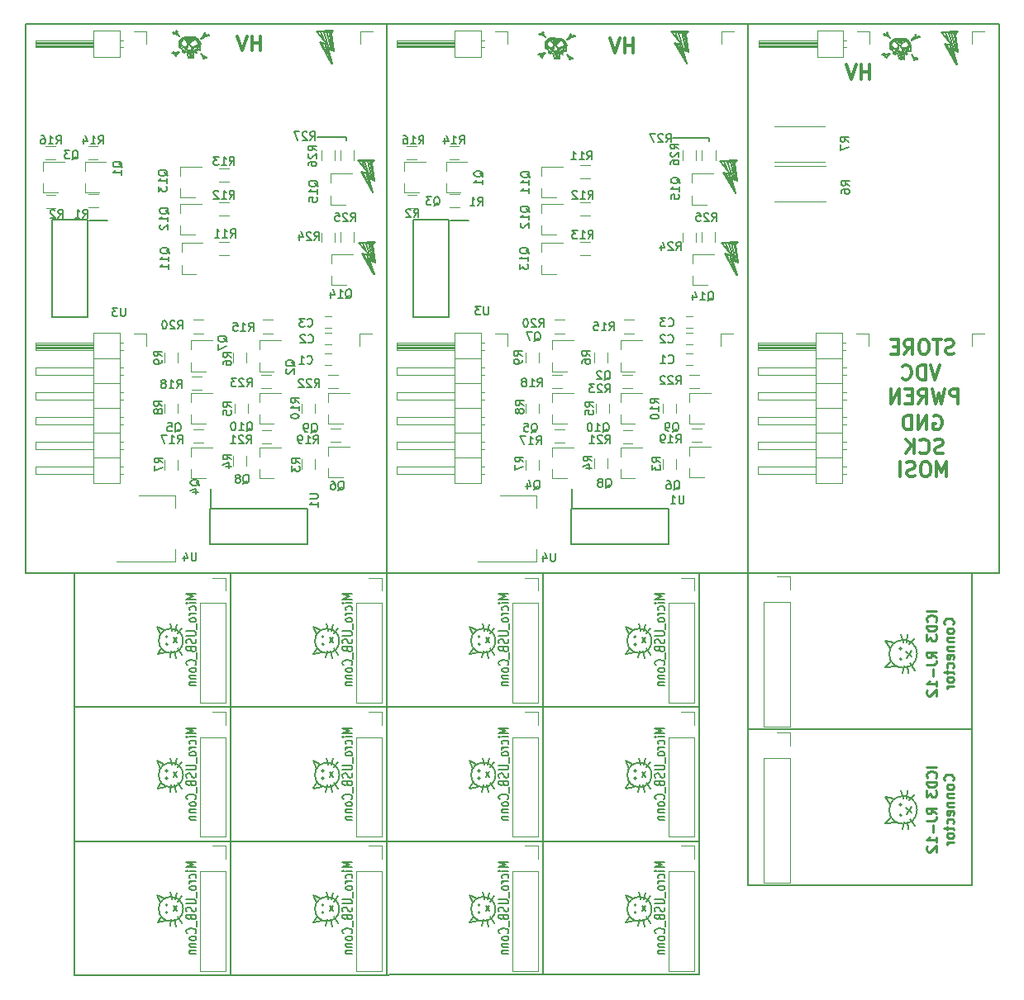
<source format=gbo>
%TF.GenerationSoftware,KiCad,Pcbnew,4.0.7*%
%TF.CreationDate,2017-11-19T01:19:32+08:00*%
%TF.ProjectId,nixie-tube-merged,6E697869652D747562652D6D65726765,rev?*%
%TF.FileFunction,Legend,Bot*%
%FSLAX46Y46*%
G04 Gerber Fmt 4.6, Leading zero omitted, Abs format (unit mm)*
G04 Created by KiCad (PCBNEW 4.0.7) date 11/19/17 01:19:32*
%MOMM*%
%LPD*%
G01*
G04 APERTURE LIST*
%ADD10C,0.100000*%
%ADD11C,0.200000*%
%ADD12C,0.120000*%
%ADD13C,0.300000*%
%ADD14C,0.153000*%
%ADD15C,0.150000*%
%ADD16C,0.250000*%
G04 APERTURE END LIST*
D10*
D11*
X49492360Y41590750D02*
X48492360Y41590750D01*
X48492360Y41590750D02*
X49206660Y41324070D01*
X49206660Y41324070D02*
X48492360Y41057420D01*
X48492360Y41057420D02*
X49492360Y41057420D01*
X49492360Y40676470D02*
X48825710Y40676470D01*
X48492360Y40676470D02*
X48539980Y40714550D01*
X48539980Y40714550D02*
X48587610Y40676470D01*
X48587610Y40676470D02*
X48539980Y40638370D01*
X48539980Y40638370D02*
X48492360Y40676470D01*
X48492360Y40676470D02*
X48587610Y40676470D01*
X49444760Y39952650D02*
X49492360Y40028850D01*
X49492360Y40028850D02*
X49492360Y40181230D01*
X49492360Y40181230D02*
X49444760Y40257430D01*
X49444760Y40257430D02*
X49397130Y40295500D01*
X49397130Y40295500D02*
X49301880Y40333600D01*
X49301880Y40333600D02*
X49016180Y40333600D01*
X49016180Y40333600D02*
X48920930Y40295500D01*
X48920930Y40295500D02*
X48873310Y40257430D01*
X48873310Y40257430D02*
X48825710Y40181230D01*
X48825710Y40181230D02*
X48825710Y40028850D01*
X48825710Y40028850D02*
X48873310Y39952650D01*
X49492360Y39609800D02*
X48825710Y39609800D01*
X49016180Y39609800D02*
X48920930Y39571700D01*
X48920930Y39571700D02*
X48873310Y39533600D01*
X48873310Y39533600D02*
X48825710Y39457430D01*
X48825710Y39457430D02*
X48825710Y39381230D01*
X49492360Y39000280D02*
X49444760Y39076480D01*
X49444760Y39076480D02*
X49397130Y39114550D01*
X49397130Y39114550D02*
X49301880Y39152650D01*
X49301880Y39152650D02*
X49016180Y39152650D01*
X49016180Y39152650D02*
X48920930Y39114550D01*
X48920930Y39114550D02*
X48873310Y39076480D01*
X48873310Y39076480D02*
X48825710Y39000280D01*
X48825710Y39000280D02*
X48825710Y38885980D01*
X48825710Y38885980D02*
X48873310Y38809800D01*
X48873310Y38809800D02*
X48920930Y38771700D01*
X48920930Y38771700D02*
X49016180Y38733600D01*
X49016180Y38733600D02*
X49301880Y38733600D01*
X49301880Y38733600D02*
X49397130Y38771700D01*
X49397130Y38771700D02*
X49444760Y38809800D01*
X49444760Y38809800D02*
X49492360Y38885980D01*
X49492360Y38885980D02*
X49492360Y39000280D01*
X49587610Y38581230D02*
X49587610Y37971700D01*
X48492360Y37781230D02*
X49301880Y37781230D01*
X49301880Y37781230D02*
X49397130Y37743130D01*
X49397130Y37743130D02*
X49444760Y37705030D01*
X49444760Y37705030D02*
X49492360Y37628860D01*
X49492360Y37628860D02*
X49492360Y37476460D01*
X49492360Y37476460D02*
X49444760Y37400280D01*
X49444760Y37400280D02*
X49397130Y37362180D01*
X49397130Y37362180D02*
X49301880Y37324080D01*
X49301880Y37324080D02*
X48492360Y37324080D01*
X49444760Y36981230D02*
X49492360Y36866930D01*
X49492360Y36866930D02*
X49492360Y36676460D01*
X49492360Y36676460D02*
X49444760Y36600280D01*
X49444760Y36600280D02*
X49397130Y36562180D01*
X49397130Y36562180D02*
X49301880Y36524080D01*
X49301880Y36524080D02*
X49206660Y36524080D01*
X49206660Y36524080D02*
X49111410Y36562180D01*
X49111410Y36562180D02*
X49063810Y36600280D01*
X49063810Y36600280D02*
X49016180Y36676460D01*
X49016180Y36676460D02*
X48968560Y36828860D01*
X48968560Y36828860D02*
X48920930Y36905030D01*
X48920930Y36905030D02*
X48873310Y36943130D01*
X48873310Y36943130D02*
X48778080Y36981230D01*
X48778080Y36981230D02*
X48682830Y36981230D01*
X48682830Y36981230D02*
X48587610Y36943130D01*
X48587610Y36943130D02*
X48539980Y36905030D01*
X48539980Y36905030D02*
X48492360Y36828860D01*
X48492360Y36828860D02*
X48492360Y36638360D01*
X48492360Y36638360D02*
X48539980Y36524080D01*
X48968560Y35914560D02*
X49016180Y35800280D01*
X49016180Y35800280D02*
X49063810Y35762180D01*
X49063810Y35762180D02*
X49159030Y35724080D01*
X49159030Y35724080D02*
X49301880Y35724080D01*
X49301880Y35724080D02*
X49397130Y35762180D01*
X49397130Y35762180D02*
X49444760Y35800280D01*
X49444760Y35800280D02*
X49492360Y35876460D01*
X49492360Y35876460D02*
X49492360Y36181230D01*
X49492360Y36181230D02*
X48492360Y36181230D01*
X48492360Y36181230D02*
X48492360Y35914560D01*
X48492360Y35914560D02*
X48539980Y35838360D01*
X48539980Y35838360D02*
X48587610Y35800280D01*
X48587610Y35800280D02*
X48682830Y35762180D01*
X48682830Y35762180D02*
X48778080Y35762180D01*
X48778080Y35762180D02*
X48873310Y35800280D01*
X48873310Y35800280D02*
X48920930Y35838360D01*
X48920930Y35838360D02*
X48968560Y35914560D01*
X48968560Y35914560D02*
X48968560Y36181230D01*
X49587610Y35571710D02*
X49587610Y34962190D01*
X49397130Y34314560D02*
X49444760Y34352660D01*
X49444760Y34352660D02*
X49492360Y34466940D01*
X49492360Y34466940D02*
X49492360Y34543140D01*
X49492360Y34543140D02*
X49444760Y34657410D01*
X49444760Y34657410D02*
X49349510Y34733610D01*
X49349510Y34733610D02*
X49254280Y34771710D01*
X49254280Y34771710D02*
X49063810Y34809790D01*
X49063810Y34809790D02*
X48920930Y34809790D01*
X48920930Y34809790D02*
X48730460Y34771710D01*
X48730460Y34771710D02*
X48635230Y34733610D01*
X48635230Y34733610D02*
X48539980Y34657410D01*
X48539980Y34657410D02*
X48492360Y34543140D01*
X48492360Y34543140D02*
X48492360Y34466940D01*
X48492360Y34466940D02*
X48539980Y34352660D01*
X48539980Y34352660D02*
X48587610Y34314560D01*
X49492360Y33857410D02*
X49444760Y33933610D01*
X49444760Y33933610D02*
X49397130Y33971710D01*
X49397130Y33971710D02*
X49301880Y34009790D01*
X49301880Y34009790D02*
X49016180Y34009790D01*
X49016180Y34009790D02*
X48920930Y33971710D01*
X48920930Y33971710D02*
X48873310Y33933610D01*
X48873310Y33933610D02*
X48825710Y33857410D01*
X48825710Y33857410D02*
X48825710Y33743140D01*
X48825710Y33743140D02*
X48873310Y33666940D01*
X48873310Y33666940D02*
X48920930Y33628840D01*
X48920930Y33628840D02*
X49016180Y33590740D01*
X49016180Y33590740D02*
X49301880Y33590740D01*
X49301880Y33590740D02*
X49397130Y33628840D01*
X49397130Y33628840D02*
X49444760Y33666940D01*
X49444760Y33666940D02*
X49492360Y33743140D01*
X49492360Y33743140D02*
X49492360Y33857410D01*
X48825710Y33247890D02*
X49492360Y33247890D01*
X48920930Y33247890D02*
X48873310Y33209790D01*
X48873310Y33209790D02*
X48825710Y33133610D01*
X48825710Y33133610D02*
X48825710Y33019310D01*
X48825710Y33019310D02*
X48873310Y32943140D01*
X48873310Y32943140D02*
X48968560Y32905040D01*
X48968560Y32905040D02*
X49492360Y32905040D01*
X48825710Y32524090D02*
X49492360Y32524090D01*
X48920930Y32524090D02*
X48873310Y32485990D01*
X48873310Y32485990D02*
X48825710Y32409790D01*
X48825710Y32409790D02*
X48825710Y32295520D01*
X48825710Y32295520D02*
X48873310Y32219320D01*
X48873310Y32219320D02*
X48968560Y32181220D01*
X48968560Y32181220D02*
X49492360Y32181220D01*
X47590000Y36006000D02*
X48029980Y35345980D01*
X47279990Y35785980D02*
X47469980Y35025990D01*
X46899980Y35765990D02*
X46799980Y35066000D01*
X47609990Y37565990D02*
X48049990Y38085980D01*
X47379990Y37795990D02*
X47490000Y38476000D01*
X47049990Y37806000D02*
X46839990Y38546000D01*
X47539990Y36585980D02*
X47149990Y37115980D01*
X47149990Y36595990D02*
X47520000Y37145980D01*
X46566280Y37195990D02*
G75*
G03X46566280Y37195990I-106300J0D01*
G01*
X46566280Y37195990D02*
G75*
G03X46566280Y37195990I-106300J0D01*
G01*
X46577690Y36425980D02*
G75*
G03X46577690Y36425980I-107700J0D01*
G01*
X46577690Y36425980D02*
G75*
G03X46577690Y36425980I-107700J0D01*
G01*
X45550000Y35406000D02*
X46329980Y35575980D01*
X45920000Y36045980D02*
X45529980Y35436000D01*
X45469990Y38246000D02*
X46289980Y37876000D01*
X45850000Y37445980D02*
X45469990Y38246000D01*
X48159970Y36786010D02*
G75*
G03X48159970Y36786010I-1249980J0D01*
G01*
X48159970Y36786010D02*
G75*
G03X48159970Y36786010I-1249980J0D01*
G01*
D12*
X52529990Y30435980D02*
X49869980Y30435980D01*
X52529990Y40655980D02*
X52529990Y30435980D01*
X49869980Y40655980D02*
X49869980Y30435980D01*
X52529990Y40655980D02*
X49869980Y40655980D01*
X52529990Y41925980D02*
X52529990Y43256000D01*
X52529990Y43256000D02*
X51200000Y43256000D01*
D11*
X33492360Y41590750D02*
X32492370Y41590750D01*
X32492370Y41590750D02*
X33206660Y41324070D01*
X33206660Y41324070D02*
X32492370Y41057420D01*
X32492370Y41057420D02*
X33492360Y41057420D01*
X33492360Y40676470D02*
X32825690Y40676470D01*
X32492370Y40676470D02*
X32539990Y40714550D01*
X32539990Y40714550D02*
X32587620Y40676470D01*
X32587620Y40676470D02*
X32539990Y40638370D01*
X32539990Y40638370D02*
X32492370Y40676470D01*
X32492370Y40676470D02*
X32587620Y40676470D01*
X33444740Y39952650D02*
X33492360Y40028850D01*
X33492360Y40028850D02*
X33492360Y40181230D01*
X33492360Y40181230D02*
X33444740Y40257430D01*
X33444740Y40257430D02*
X33397140Y40295500D01*
X33397140Y40295500D02*
X33301890Y40333600D01*
X33301890Y40333600D02*
X33016190Y40333600D01*
X33016190Y40333600D02*
X32920940Y40295500D01*
X32920940Y40295500D02*
X32873320Y40257430D01*
X32873320Y40257430D02*
X32825690Y40181230D01*
X32825690Y40181230D02*
X32825690Y40028850D01*
X32825690Y40028850D02*
X32873320Y39952650D01*
X33492360Y39609800D02*
X32825690Y39609800D01*
X33016190Y39609800D02*
X32920940Y39571700D01*
X32920940Y39571700D02*
X32873320Y39533600D01*
X32873320Y39533600D02*
X32825690Y39457430D01*
X32825690Y39457430D02*
X32825690Y39381230D01*
X33492360Y39000280D02*
X33444740Y39076480D01*
X33444740Y39076480D02*
X33397140Y39114550D01*
X33397140Y39114550D02*
X33301890Y39152650D01*
X33301890Y39152650D02*
X33016190Y39152650D01*
X33016190Y39152650D02*
X32920940Y39114550D01*
X32920940Y39114550D02*
X32873320Y39076480D01*
X32873320Y39076480D02*
X32825690Y39000280D01*
X32825690Y39000280D02*
X32825690Y38885980D01*
X32825690Y38885980D02*
X32873320Y38809800D01*
X32873320Y38809800D02*
X32920940Y38771700D01*
X32920940Y38771700D02*
X33016190Y38733600D01*
X33016190Y38733600D02*
X33301890Y38733600D01*
X33301890Y38733600D02*
X33397140Y38771700D01*
X33397140Y38771700D02*
X33444740Y38809800D01*
X33444740Y38809800D02*
X33492360Y38885980D01*
X33492360Y38885980D02*
X33492360Y39000280D01*
X33587610Y38581230D02*
X33587610Y37971700D01*
X32492370Y37781230D02*
X33301890Y37781230D01*
X33301890Y37781230D02*
X33397140Y37743130D01*
X33397140Y37743130D02*
X33444740Y37705030D01*
X33444740Y37705030D02*
X33492360Y37628860D01*
X33492360Y37628860D02*
X33492360Y37476460D01*
X33492360Y37476460D02*
X33444740Y37400280D01*
X33444740Y37400280D02*
X33397140Y37362180D01*
X33397140Y37362180D02*
X33301890Y37324080D01*
X33301890Y37324080D02*
X32492370Y37324080D01*
X33444740Y36981230D02*
X33492360Y36866930D01*
X33492360Y36866930D02*
X33492360Y36676460D01*
X33492360Y36676460D02*
X33444740Y36600280D01*
X33444740Y36600280D02*
X33397140Y36562180D01*
X33397140Y36562180D02*
X33301890Y36524080D01*
X33301890Y36524080D02*
X33206660Y36524080D01*
X33206660Y36524080D02*
X33111410Y36562180D01*
X33111410Y36562180D02*
X33063790Y36600280D01*
X33063790Y36600280D02*
X33016190Y36676460D01*
X33016190Y36676460D02*
X32968570Y36828860D01*
X32968570Y36828860D02*
X32920940Y36905030D01*
X32920940Y36905030D02*
X32873320Y36943130D01*
X32873320Y36943130D02*
X32778090Y36981230D01*
X32778090Y36981230D02*
X32682840Y36981230D01*
X32682840Y36981230D02*
X32587620Y36943130D01*
X32587620Y36943130D02*
X32539990Y36905030D01*
X32539990Y36905030D02*
X32492370Y36828860D01*
X32492370Y36828860D02*
X32492370Y36638360D01*
X32492370Y36638360D02*
X32539990Y36524080D01*
X32968570Y35914560D02*
X33016190Y35800280D01*
X33016190Y35800280D02*
X33063790Y35762180D01*
X33063790Y35762180D02*
X33159040Y35724080D01*
X33159040Y35724080D02*
X33301890Y35724080D01*
X33301890Y35724080D02*
X33397140Y35762180D01*
X33397140Y35762180D02*
X33444740Y35800280D01*
X33444740Y35800280D02*
X33492360Y35876460D01*
X33492360Y35876460D02*
X33492360Y36181230D01*
X33492360Y36181230D02*
X32492370Y36181230D01*
X32492370Y36181230D02*
X32492370Y35914560D01*
X32492370Y35914560D02*
X32539990Y35838360D01*
X32539990Y35838360D02*
X32587620Y35800280D01*
X32587620Y35800280D02*
X32682840Y35762180D01*
X32682840Y35762180D02*
X32778090Y35762180D01*
X32778090Y35762180D02*
X32873320Y35800280D01*
X32873320Y35800280D02*
X32920940Y35838360D01*
X32920940Y35838360D02*
X32968570Y35914560D01*
X32968570Y35914560D02*
X32968570Y36181230D01*
X33587610Y35571710D02*
X33587610Y34962190D01*
X33397140Y34314560D02*
X33444740Y34352660D01*
X33444740Y34352660D02*
X33492360Y34466940D01*
X33492360Y34466940D02*
X33492360Y34543140D01*
X33492360Y34543140D02*
X33444740Y34657410D01*
X33444740Y34657410D02*
X33349510Y34733610D01*
X33349510Y34733610D02*
X33254260Y34771710D01*
X33254260Y34771710D02*
X33063790Y34809790D01*
X33063790Y34809790D02*
X32920940Y34809790D01*
X32920940Y34809790D02*
X32730470Y34771710D01*
X32730470Y34771710D02*
X32635220Y34733610D01*
X32635220Y34733610D02*
X32539990Y34657410D01*
X32539990Y34657410D02*
X32492370Y34543140D01*
X32492370Y34543140D02*
X32492370Y34466940D01*
X32492370Y34466940D02*
X32539990Y34352660D01*
X32539990Y34352660D02*
X32587620Y34314560D01*
X33492360Y33857410D02*
X33444740Y33933610D01*
X33444740Y33933610D02*
X33397140Y33971710D01*
X33397140Y33971710D02*
X33301890Y34009790D01*
X33301890Y34009790D02*
X33016190Y34009790D01*
X33016190Y34009790D02*
X32920940Y33971710D01*
X32920940Y33971710D02*
X32873320Y33933610D01*
X32873320Y33933610D02*
X32825690Y33857410D01*
X32825690Y33857410D02*
X32825690Y33743140D01*
X32825690Y33743140D02*
X32873320Y33666940D01*
X32873320Y33666940D02*
X32920940Y33628840D01*
X32920940Y33628840D02*
X33016190Y33590740D01*
X33016190Y33590740D02*
X33301890Y33590740D01*
X33301890Y33590740D02*
X33397140Y33628840D01*
X33397140Y33628840D02*
X33444740Y33666940D01*
X33444740Y33666940D02*
X33492360Y33743140D01*
X33492360Y33743140D02*
X33492360Y33857410D01*
X32825690Y33247890D02*
X33492360Y33247890D01*
X32920940Y33247890D02*
X32873320Y33209790D01*
X32873320Y33209790D02*
X32825690Y33133610D01*
X32825690Y33133610D02*
X32825690Y33019310D01*
X32825690Y33019310D02*
X32873320Y32943140D01*
X32873320Y32943140D02*
X32968570Y32905040D01*
X32968570Y32905040D02*
X33492360Y32905040D01*
X32825690Y32524090D02*
X33492360Y32524090D01*
X32920940Y32524090D02*
X32873320Y32485990D01*
X32873320Y32485990D02*
X32825690Y32409790D01*
X32825690Y32409790D02*
X32825690Y32295520D01*
X32825690Y32295520D02*
X32873320Y32219320D01*
X32873320Y32219320D02*
X32968570Y32181220D01*
X32968570Y32181220D02*
X33492360Y32181220D01*
X31589980Y36006000D02*
X32029980Y35345980D01*
X31280000Y35785980D02*
X31469990Y35025990D01*
X30899990Y35765990D02*
X30799990Y35066000D01*
X31610000Y37565990D02*
X32049970Y38085980D01*
X31380000Y37795990D02*
X31489980Y38476000D01*
X31049980Y37806000D02*
X30839990Y38546000D01*
X31539990Y36585980D02*
X31149980Y37115980D01*
X31149980Y36595990D02*
X31519980Y37145980D01*
X30566280Y37195990D02*
G75*
G03X30566280Y37195990I-106300J0D01*
G01*
X30566280Y37195990D02*
G75*
G03X30566280Y37195990I-106300J0D01*
G01*
X30577690Y36425980D02*
G75*
G03X30577690Y36425980I-107700J0D01*
G01*
X30577690Y36425980D02*
G75*
G03X30577690Y36425980I-107700J0D01*
G01*
X29549980Y35406000D02*
X30329990Y35575980D01*
X29919980Y36045980D02*
X29529990Y35436000D01*
X29469990Y38246000D02*
X30289980Y37876000D01*
X29849980Y37445980D02*
X29469990Y38246000D01*
X32159980Y36786010D02*
G75*
G03X32159980Y36786010I-1249980J0D01*
G01*
X32159980Y36786010D02*
G75*
G03X32159980Y36786010I-1249980J0D01*
G01*
D12*
X36529980Y30435980D02*
X33869990Y30435980D01*
X36529980Y40655980D02*
X36529980Y30435980D01*
X33869990Y40655980D02*
X33869990Y30435980D01*
X36529980Y40655980D02*
X33869990Y40655980D01*
X36529980Y41925980D02*
X36529980Y43256000D01*
X36529980Y43256000D02*
X35199980Y43256000D01*
D11*
X17492370Y14090750D02*
X16492370Y14090750D01*
X16492370Y14090750D02*
X17206650Y13824080D01*
X17206650Y13824080D02*
X16492370Y13557430D01*
X16492370Y13557430D02*
X17492370Y13557430D01*
X17492370Y13176450D02*
X16825700Y13176450D01*
X16492370Y13176450D02*
X16540000Y13214550D01*
X16540000Y13214550D02*
X16587600Y13176450D01*
X16587600Y13176450D02*
X16540000Y13138380D01*
X16540000Y13138380D02*
X16492370Y13176450D01*
X16492370Y13176450D02*
X16587600Y13176450D01*
X17444750Y12452650D02*
X17492370Y12528850D01*
X17492370Y12528850D02*
X17492370Y12681230D01*
X17492370Y12681230D02*
X17444750Y12757430D01*
X17444750Y12757430D02*
X17397120Y12795500D01*
X17397120Y12795500D02*
X17301900Y12833600D01*
X17301900Y12833600D02*
X17016170Y12833600D01*
X17016170Y12833600D02*
X16920950Y12795500D01*
X16920950Y12795500D02*
X16873320Y12757430D01*
X16873320Y12757430D02*
X16825700Y12681230D01*
X16825700Y12681230D02*
X16825700Y12528850D01*
X16825700Y12528850D02*
X16873320Y12452650D01*
X17492370Y12109810D02*
X16825700Y12109810D01*
X17016170Y12109810D02*
X16920950Y12071710D01*
X16920950Y12071710D02*
X16873320Y12033610D01*
X16873320Y12033610D02*
X16825700Y11957410D01*
X16825700Y11957410D02*
X16825700Y11881230D01*
X17492370Y11500280D02*
X17444750Y11576460D01*
X17444750Y11576460D02*
X17397120Y11614560D01*
X17397120Y11614560D02*
X17301900Y11652660D01*
X17301900Y11652660D02*
X17016170Y11652660D01*
X17016170Y11652660D02*
X16920950Y11614560D01*
X16920950Y11614560D02*
X16873320Y11576460D01*
X16873320Y11576460D02*
X16825700Y11500280D01*
X16825700Y11500280D02*
X16825700Y11385980D01*
X16825700Y11385980D02*
X16873320Y11309810D01*
X16873320Y11309810D02*
X16920950Y11271710D01*
X16920950Y11271710D02*
X17016170Y11233610D01*
X17016170Y11233610D02*
X17301900Y11233610D01*
X17301900Y11233610D02*
X17397120Y11271710D01*
X17397120Y11271710D02*
X17444750Y11309810D01*
X17444750Y11309810D02*
X17492370Y11385980D01*
X17492370Y11385980D02*
X17492370Y11500280D01*
X17587600Y11081230D02*
X17587600Y10471710D01*
X16492370Y10281230D02*
X17301900Y10281230D01*
X17301900Y10281230D02*
X17397120Y10243130D01*
X17397120Y10243130D02*
X17444750Y10205030D01*
X17444750Y10205030D02*
X17492370Y10128830D01*
X17492370Y10128830D02*
X17492370Y9976460D01*
X17492370Y9976460D02*
X17444750Y9900290D01*
X17444750Y9900290D02*
X17397120Y9862190D01*
X17397120Y9862190D02*
X17301900Y9824090D01*
X17301900Y9824090D02*
X16492370Y9824090D01*
X17444750Y9481240D02*
X17492370Y9366940D01*
X17492370Y9366940D02*
X17492370Y9176460D01*
X17492370Y9176460D02*
X17444750Y9100260D01*
X17444750Y9100260D02*
X17397120Y9062190D01*
X17397120Y9062190D02*
X17301900Y9024090D01*
X17301900Y9024090D02*
X17206650Y9024090D01*
X17206650Y9024090D02*
X17111420Y9062190D01*
X17111420Y9062190D02*
X17063800Y9100260D01*
X17063800Y9100260D02*
X17016170Y9176460D01*
X17016170Y9176460D02*
X16968550Y9328840D01*
X16968550Y9328840D02*
X16920950Y9405040D01*
X16920950Y9405040D02*
X16873320Y9443140D01*
X16873320Y9443140D02*
X16778070Y9481240D01*
X16778070Y9481240D02*
X16682850Y9481240D01*
X16682850Y9481240D02*
X16587600Y9443140D01*
X16587600Y9443140D02*
X16540000Y9405040D01*
X16540000Y9405040D02*
X16492370Y9328840D01*
X16492370Y9328840D02*
X16492370Y9138360D01*
X16492370Y9138360D02*
X16540000Y9024090D01*
X16968550Y8414560D02*
X17016170Y8300260D01*
X17016170Y8300260D02*
X17063800Y8262190D01*
X17063800Y8262190D02*
X17159050Y8224090D01*
X17159050Y8224090D02*
X17301900Y8224090D01*
X17301900Y8224090D02*
X17397120Y8262190D01*
X17397120Y8262190D02*
X17444750Y8300260D01*
X17444750Y8300260D02*
X17492370Y8376460D01*
X17492370Y8376460D02*
X17492370Y8681240D01*
X17492370Y8681240D02*
X16492370Y8681240D01*
X16492370Y8681240D02*
X16492370Y8414560D01*
X16492370Y8414560D02*
X16540000Y8338360D01*
X16540000Y8338360D02*
X16587600Y8300260D01*
X16587600Y8300260D02*
X16682850Y8262190D01*
X16682850Y8262190D02*
X16778070Y8262190D01*
X16778070Y8262190D02*
X16873320Y8300260D01*
X16873320Y8300260D02*
X16920950Y8338360D01*
X16920950Y8338360D02*
X16968550Y8414560D01*
X16968550Y8414560D02*
X16968550Y8681240D01*
X17587600Y8071710D02*
X17587600Y7462190D01*
X17397120Y6814570D02*
X17444750Y6852670D01*
X17444750Y6852670D02*
X17492370Y6966940D01*
X17492370Y6966940D02*
X17492370Y7043140D01*
X17492370Y7043140D02*
X17444750Y7157420D01*
X17444750Y7157420D02*
X17349520Y7233620D01*
X17349520Y7233620D02*
X17254270Y7271690D01*
X17254270Y7271690D02*
X17063800Y7309790D01*
X17063800Y7309790D02*
X16920950Y7309790D01*
X16920950Y7309790D02*
X16730470Y7271690D01*
X16730470Y7271690D02*
X16635220Y7233620D01*
X16635220Y7233620D02*
X16540000Y7157420D01*
X16540000Y7157420D02*
X16492370Y7043140D01*
X16492370Y7043140D02*
X16492370Y6966940D01*
X16492370Y6966940D02*
X16540000Y6852670D01*
X16540000Y6852670D02*
X16587600Y6814570D01*
X17492370Y6357420D02*
X17444750Y6433620D01*
X17444750Y6433620D02*
X17397120Y6471690D01*
X17397120Y6471690D02*
X17301900Y6509790D01*
X17301900Y6509790D02*
X17016170Y6509790D01*
X17016170Y6509790D02*
X16920950Y6471690D01*
X16920950Y6471690D02*
X16873320Y6433620D01*
X16873320Y6433620D02*
X16825700Y6357420D01*
X16825700Y6357420D02*
X16825700Y6243120D01*
X16825700Y6243120D02*
X16873320Y6166940D01*
X16873320Y6166940D02*
X16920950Y6128840D01*
X16920950Y6128840D02*
X17016170Y6090740D01*
X17016170Y6090740D02*
X17301900Y6090740D01*
X17301900Y6090740D02*
X17397120Y6128840D01*
X17397120Y6128840D02*
X17444750Y6166940D01*
X17444750Y6166940D02*
X17492370Y6243120D01*
X17492370Y6243120D02*
X17492370Y6357420D01*
X16825700Y5747890D02*
X17492370Y5747890D01*
X16920950Y5747890D02*
X16873320Y5709790D01*
X16873320Y5709790D02*
X16825700Y5633590D01*
X16825700Y5633590D02*
X16825700Y5519320D01*
X16825700Y5519320D02*
X16873320Y5443120D01*
X16873320Y5443120D02*
X16968550Y5405040D01*
X16968550Y5405040D02*
X17492370Y5405040D01*
X16825700Y5024070D02*
X17492370Y5024070D01*
X16920950Y5024070D02*
X16873320Y4985990D01*
X16873320Y4985990D02*
X16825700Y4909790D01*
X16825700Y4909790D02*
X16825700Y4795520D01*
X16825700Y4795520D02*
X16873320Y4719320D01*
X16873320Y4719320D02*
X16968550Y4681220D01*
X16968550Y4681220D02*
X17492370Y4681220D01*
X15589990Y8505980D02*
X16029990Y7845980D01*
X15279980Y8285990D02*
X15470000Y7525990D01*
X14900000Y8266000D02*
X14800000Y7565970D01*
X15609980Y10065990D02*
X16049980Y10585980D01*
X15379980Y10295990D02*
X15489990Y10975980D01*
X15049980Y10306000D02*
X14839980Y11045980D01*
X15540000Y9085990D02*
X15149980Y9615980D01*
X15149980Y9095990D02*
X15519980Y9645980D01*
X14566290Y9695990D02*
G75*
G03X14566290Y9695990I-106300J0D01*
G01*
X14566290Y9695990D02*
G75*
G03X14566290Y9695990I-106300J0D01*
G01*
X14577700Y8925990D02*
G75*
G03X14577700Y8925990I-107700J0D01*
G01*
X14577700Y8925990D02*
G75*
G03X14577700Y8925990I-107700J0D01*
G01*
X13549990Y7905980D02*
X14329990Y8075980D01*
X13919990Y8545980D02*
X13530000Y7935980D01*
X13469980Y10745980D02*
X14289990Y10375980D01*
X13849990Y9945980D02*
X13469980Y10745980D01*
X16159960Y9286020D02*
G75*
G03X16159960Y9286020I-1249980J0D01*
G01*
X16159960Y9286020D02*
G75*
G03X16159960Y9286020I-1249980J0D01*
G01*
D12*
X20529980Y2935990D02*
X17869990Y2935990D01*
X20529980Y13155980D02*
X20529980Y2935990D01*
X17869990Y13155980D02*
X17869990Y2935990D01*
X20529980Y13155980D02*
X17869990Y13155980D01*
X20529980Y14425980D02*
X20529980Y15755980D01*
X20529980Y15755980D02*
X19199990Y15755980D01*
D11*
X33492360Y27840760D02*
X32492370Y27840760D01*
X32492370Y27840760D02*
X33206660Y27574090D01*
X33206660Y27574090D02*
X32492370Y27307410D01*
X32492370Y27307410D02*
X33492360Y27307410D01*
X33492360Y26926460D02*
X32825690Y26926460D01*
X32492370Y26926460D02*
X32539990Y26964560D01*
X32539990Y26964560D02*
X32587620Y26926460D01*
X32587620Y26926460D02*
X32539990Y26888360D01*
X32539990Y26888360D02*
X32492370Y26926460D01*
X32492370Y26926460D02*
X32587620Y26926460D01*
X33444740Y26202670D02*
X33492360Y26278840D01*
X33492360Y26278840D02*
X33492360Y26431210D01*
X33492360Y26431210D02*
X33444740Y26507410D01*
X33444740Y26507410D02*
X33397140Y26545510D01*
X33397140Y26545510D02*
X33301890Y26583610D01*
X33301890Y26583610D02*
X33016190Y26583610D01*
X33016190Y26583610D02*
X32920940Y26545510D01*
X32920940Y26545510D02*
X32873320Y26507410D01*
X32873320Y26507410D02*
X32825690Y26431210D01*
X32825690Y26431210D02*
X32825690Y26278840D01*
X32825690Y26278840D02*
X32873320Y26202670D01*
X33492360Y25859790D02*
X32825690Y25859790D01*
X33016190Y25859790D02*
X32920940Y25821690D01*
X32920940Y25821690D02*
X32873320Y25783620D01*
X32873320Y25783620D02*
X32825690Y25707420D01*
X32825690Y25707420D02*
X32825690Y25631220D01*
X33492360Y25250270D02*
X33444740Y25326470D01*
X33444740Y25326470D02*
X33397140Y25364570D01*
X33397140Y25364570D02*
X33301890Y25402670D01*
X33301890Y25402670D02*
X33016190Y25402670D01*
X33016190Y25402670D02*
X32920940Y25364570D01*
X32920940Y25364570D02*
X32873320Y25326470D01*
X32873320Y25326470D02*
X32825690Y25250270D01*
X32825690Y25250270D02*
X32825690Y25135990D01*
X32825690Y25135990D02*
X32873320Y25059790D01*
X32873320Y25059790D02*
X32920940Y25021690D01*
X32920940Y25021690D02*
X33016190Y24983620D01*
X33016190Y24983620D02*
X33301890Y24983620D01*
X33301890Y24983620D02*
X33397140Y25021690D01*
X33397140Y25021690D02*
X33444740Y25059790D01*
X33444740Y25059790D02*
X33492360Y25135990D01*
X33492360Y25135990D02*
X33492360Y25250270D01*
X33587610Y24831220D02*
X33587610Y24221690D01*
X32492370Y24031220D02*
X33301890Y24031220D01*
X33301890Y24031220D02*
X33397140Y23993120D01*
X33397140Y23993120D02*
X33444740Y23955040D01*
X33444740Y23955040D02*
X33492360Y23878840D01*
X33492360Y23878840D02*
X33492360Y23726470D01*
X33492360Y23726470D02*
X33444740Y23650270D01*
X33444740Y23650270D02*
X33397140Y23612170D01*
X33397140Y23612170D02*
X33301890Y23574070D01*
X33301890Y23574070D02*
X32492370Y23574070D01*
X33444740Y23231220D02*
X33492360Y23116950D01*
X33492360Y23116950D02*
X33492360Y22926470D01*
X33492360Y22926470D02*
X33444740Y22850270D01*
X33444740Y22850270D02*
X33397140Y22812170D01*
X33397140Y22812170D02*
X33301890Y22774070D01*
X33301890Y22774070D02*
X33206660Y22774070D01*
X33206660Y22774070D02*
X33111410Y22812170D01*
X33111410Y22812170D02*
X33063790Y22850270D01*
X33063790Y22850270D02*
X33016190Y22926470D01*
X33016190Y22926470D02*
X32968570Y23078850D01*
X32968570Y23078850D02*
X32920940Y23155050D01*
X32920940Y23155050D02*
X32873320Y23193120D01*
X32873320Y23193120D02*
X32778090Y23231220D01*
X32778090Y23231220D02*
X32682840Y23231220D01*
X32682840Y23231220D02*
X32587620Y23193120D01*
X32587620Y23193120D02*
X32539990Y23155050D01*
X32539990Y23155050D02*
X32492370Y23078850D01*
X32492370Y23078850D02*
X32492370Y22888370D01*
X32492370Y22888370D02*
X32539990Y22774070D01*
X32968570Y22164550D02*
X33016190Y22050270D01*
X33016190Y22050270D02*
X33063790Y22012170D01*
X33063790Y22012170D02*
X33159040Y21974070D01*
X33159040Y21974070D02*
X33301890Y21974070D01*
X33301890Y21974070D02*
X33397140Y22012170D01*
X33397140Y22012170D02*
X33444740Y22050270D01*
X33444740Y22050270D02*
X33492360Y22126470D01*
X33492360Y22126470D02*
X33492360Y22431220D01*
X33492360Y22431220D02*
X32492370Y22431220D01*
X32492370Y22431220D02*
X32492370Y22164550D01*
X32492370Y22164550D02*
X32539990Y22088370D01*
X32539990Y22088370D02*
X32587620Y22050270D01*
X32587620Y22050270D02*
X32682840Y22012170D01*
X32682840Y22012170D02*
X32778090Y22012170D01*
X32778090Y22012170D02*
X32873320Y22050270D01*
X32873320Y22050270D02*
X32920940Y22088370D01*
X32920940Y22088370D02*
X32968570Y22164550D01*
X32968570Y22164550D02*
X32968570Y22431220D01*
X33587610Y21821700D02*
X33587610Y21212180D01*
X33397140Y20564550D02*
X33444740Y20602650D01*
X33444740Y20602650D02*
X33492360Y20716950D01*
X33492360Y20716950D02*
X33492360Y20793130D01*
X33492360Y20793130D02*
X33444740Y20907430D01*
X33444740Y20907430D02*
X33349510Y20983600D01*
X33349510Y20983600D02*
X33254260Y21021700D01*
X33254260Y21021700D02*
X33063790Y21059800D01*
X33063790Y21059800D02*
X32920940Y21059800D01*
X32920940Y21059800D02*
X32730470Y21021700D01*
X32730470Y21021700D02*
X32635220Y20983600D01*
X32635220Y20983600D02*
X32539990Y20907430D01*
X32539990Y20907430D02*
X32492370Y20793130D01*
X32492370Y20793130D02*
X32492370Y20716950D01*
X32492370Y20716950D02*
X32539990Y20602650D01*
X32539990Y20602650D02*
X32587620Y20564550D01*
X33492360Y20107430D02*
X33444740Y20183600D01*
X33444740Y20183600D02*
X33397140Y20221700D01*
X33397140Y20221700D02*
X33301890Y20259800D01*
X33301890Y20259800D02*
X33016190Y20259800D01*
X33016190Y20259800D02*
X32920940Y20221700D01*
X32920940Y20221700D02*
X32873320Y20183600D01*
X32873320Y20183600D02*
X32825690Y20107430D01*
X32825690Y20107430D02*
X32825690Y19993130D01*
X32825690Y19993130D02*
X32873320Y19916950D01*
X32873320Y19916950D02*
X32920940Y19878850D01*
X32920940Y19878850D02*
X33016190Y19840750D01*
X33016190Y19840750D02*
X33301890Y19840750D01*
X33301890Y19840750D02*
X33397140Y19878850D01*
X33397140Y19878850D02*
X33444740Y19916950D01*
X33444740Y19916950D02*
X33492360Y19993130D01*
X33492360Y19993130D02*
X33492360Y20107430D01*
X32825690Y19497900D02*
X33492360Y19497900D01*
X32920940Y19497900D02*
X32873320Y19459800D01*
X32873320Y19459800D02*
X32825690Y19383600D01*
X32825690Y19383600D02*
X32825690Y19269330D01*
X32825690Y19269330D02*
X32873320Y19193130D01*
X32873320Y19193130D02*
X32968570Y19155030D01*
X32968570Y19155030D02*
X33492360Y19155030D01*
X32825690Y18774080D02*
X33492360Y18774080D01*
X32920940Y18774080D02*
X32873320Y18735980D01*
X32873320Y18735980D02*
X32825690Y18659810D01*
X32825690Y18659810D02*
X32825690Y18545510D01*
X32825690Y18545510D02*
X32873320Y18469330D01*
X32873320Y18469330D02*
X32968570Y18431230D01*
X32968570Y18431230D02*
X33492360Y18431230D01*
X31589980Y22255990D02*
X32029980Y21595990D01*
X31280000Y22036000D02*
X31469990Y21275980D01*
X30899990Y22015980D02*
X30799990Y21315980D01*
X31610000Y23815980D02*
X32049970Y24335990D01*
X31380000Y24045980D02*
X31489980Y24725990D01*
X31049980Y24055980D02*
X30839990Y24795990D01*
X31539990Y22836000D02*
X31149980Y23365990D01*
X31149980Y22845980D02*
X31519980Y23395990D01*
X30566280Y23445980D02*
G75*
G03X30566280Y23445980I-106300J0D01*
G01*
X30566280Y23445980D02*
G75*
G03X30566280Y23445980I-106300J0D01*
G01*
X30577690Y22676000D02*
G75*
G03X30577690Y22676000I-107700J0D01*
G01*
X30577690Y22676000D02*
G75*
G03X30577690Y22676000I-107700J0D01*
G01*
X29549980Y21655990D02*
X30329990Y21825990D01*
X29919980Y22295990D02*
X29529990Y21685990D01*
X29469990Y24495990D02*
X30289980Y24125990D01*
X29849980Y23695990D02*
X29469990Y24495990D01*
X32159980Y23036000D02*
G75*
G03X32159980Y23036000I-1249980J0D01*
G01*
X32159980Y23036000D02*
G75*
G03X32159980Y23036000I-1249980J0D01*
G01*
D12*
X36529980Y16686000D02*
X33869990Y16686000D01*
X36529980Y26905990D02*
X36529980Y16686000D01*
X33869990Y26905990D02*
X33869990Y16686000D01*
X36529980Y26905990D02*
X33869990Y26905990D01*
X36529980Y28175990D02*
X36529980Y29505990D01*
X36529980Y29505990D02*
X35199980Y29505990D01*
D11*
X17492370Y27840760D02*
X16492370Y27840760D01*
X16492370Y27840760D02*
X17206650Y27574090D01*
X17206650Y27574090D02*
X16492370Y27307410D01*
X16492370Y27307410D02*
X17492370Y27307410D01*
X17492370Y26926460D02*
X16825700Y26926460D01*
X16492370Y26926460D02*
X16540000Y26964560D01*
X16540000Y26964560D02*
X16587600Y26926460D01*
X16587600Y26926460D02*
X16540000Y26888360D01*
X16540000Y26888360D02*
X16492370Y26926460D01*
X16492370Y26926460D02*
X16587600Y26926460D01*
X17444750Y26202670D02*
X17492370Y26278840D01*
X17492370Y26278840D02*
X17492370Y26431210D01*
X17492370Y26431210D02*
X17444750Y26507410D01*
X17444750Y26507410D02*
X17397120Y26545510D01*
X17397120Y26545510D02*
X17301900Y26583610D01*
X17301900Y26583610D02*
X17016170Y26583610D01*
X17016170Y26583610D02*
X16920950Y26545510D01*
X16920950Y26545510D02*
X16873320Y26507410D01*
X16873320Y26507410D02*
X16825700Y26431210D01*
X16825700Y26431210D02*
X16825700Y26278840D01*
X16825700Y26278840D02*
X16873320Y26202670D01*
X17492370Y25859790D02*
X16825700Y25859790D01*
X17016170Y25859790D02*
X16920950Y25821690D01*
X16920950Y25821690D02*
X16873320Y25783620D01*
X16873320Y25783620D02*
X16825700Y25707420D01*
X16825700Y25707420D02*
X16825700Y25631220D01*
X17492370Y25250270D02*
X17444750Y25326470D01*
X17444750Y25326470D02*
X17397120Y25364570D01*
X17397120Y25364570D02*
X17301900Y25402670D01*
X17301900Y25402670D02*
X17016170Y25402670D01*
X17016170Y25402670D02*
X16920950Y25364570D01*
X16920950Y25364570D02*
X16873320Y25326470D01*
X16873320Y25326470D02*
X16825700Y25250270D01*
X16825700Y25250270D02*
X16825700Y25135990D01*
X16825700Y25135990D02*
X16873320Y25059790D01*
X16873320Y25059790D02*
X16920950Y25021690D01*
X16920950Y25021690D02*
X17016170Y24983620D01*
X17016170Y24983620D02*
X17301900Y24983620D01*
X17301900Y24983620D02*
X17397120Y25021690D01*
X17397120Y25021690D02*
X17444750Y25059790D01*
X17444750Y25059790D02*
X17492370Y25135990D01*
X17492370Y25135990D02*
X17492370Y25250270D01*
X17587600Y24831220D02*
X17587600Y24221690D01*
X16492370Y24031220D02*
X17301900Y24031220D01*
X17301900Y24031220D02*
X17397120Y23993120D01*
X17397120Y23993120D02*
X17444750Y23955040D01*
X17444750Y23955040D02*
X17492370Y23878840D01*
X17492370Y23878840D02*
X17492370Y23726470D01*
X17492370Y23726470D02*
X17444750Y23650270D01*
X17444750Y23650270D02*
X17397120Y23612170D01*
X17397120Y23612170D02*
X17301900Y23574070D01*
X17301900Y23574070D02*
X16492370Y23574070D01*
X17444750Y23231220D02*
X17492370Y23116950D01*
X17492370Y23116950D02*
X17492370Y22926470D01*
X17492370Y22926470D02*
X17444750Y22850270D01*
X17444750Y22850270D02*
X17397120Y22812170D01*
X17397120Y22812170D02*
X17301900Y22774070D01*
X17301900Y22774070D02*
X17206650Y22774070D01*
X17206650Y22774070D02*
X17111420Y22812170D01*
X17111420Y22812170D02*
X17063800Y22850270D01*
X17063800Y22850270D02*
X17016170Y22926470D01*
X17016170Y22926470D02*
X16968550Y23078850D01*
X16968550Y23078850D02*
X16920950Y23155050D01*
X16920950Y23155050D02*
X16873320Y23193120D01*
X16873320Y23193120D02*
X16778070Y23231220D01*
X16778070Y23231220D02*
X16682850Y23231220D01*
X16682850Y23231220D02*
X16587600Y23193120D01*
X16587600Y23193120D02*
X16540000Y23155050D01*
X16540000Y23155050D02*
X16492370Y23078850D01*
X16492370Y23078850D02*
X16492370Y22888370D01*
X16492370Y22888370D02*
X16540000Y22774070D01*
X16968550Y22164550D02*
X17016170Y22050270D01*
X17016170Y22050270D02*
X17063800Y22012170D01*
X17063800Y22012170D02*
X17159050Y21974070D01*
X17159050Y21974070D02*
X17301900Y21974070D01*
X17301900Y21974070D02*
X17397120Y22012170D01*
X17397120Y22012170D02*
X17444750Y22050270D01*
X17444750Y22050270D02*
X17492370Y22126470D01*
X17492370Y22126470D02*
X17492370Y22431220D01*
X17492370Y22431220D02*
X16492370Y22431220D01*
X16492370Y22431220D02*
X16492370Y22164550D01*
X16492370Y22164550D02*
X16540000Y22088370D01*
X16540000Y22088370D02*
X16587600Y22050270D01*
X16587600Y22050270D02*
X16682850Y22012170D01*
X16682850Y22012170D02*
X16778070Y22012170D01*
X16778070Y22012170D02*
X16873320Y22050270D01*
X16873320Y22050270D02*
X16920950Y22088370D01*
X16920950Y22088370D02*
X16968550Y22164550D01*
X16968550Y22164550D02*
X16968550Y22431220D01*
X17587600Y21821700D02*
X17587600Y21212180D01*
X17397120Y20564550D02*
X17444750Y20602650D01*
X17444750Y20602650D02*
X17492370Y20716950D01*
X17492370Y20716950D02*
X17492370Y20793130D01*
X17492370Y20793130D02*
X17444750Y20907430D01*
X17444750Y20907430D02*
X17349520Y20983600D01*
X17349520Y20983600D02*
X17254270Y21021700D01*
X17254270Y21021700D02*
X17063800Y21059800D01*
X17063800Y21059800D02*
X16920950Y21059800D01*
X16920950Y21059800D02*
X16730470Y21021700D01*
X16730470Y21021700D02*
X16635220Y20983600D01*
X16635220Y20983600D02*
X16540000Y20907430D01*
X16540000Y20907430D02*
X16492370Y20793130D01*
X16492370Y20793130D02*
X16492370Y20716950D01*
X16492370Y20716950D02*
X16540000Y20602650D01*
X16540000Y20602650D02*
X16587600Y20564550D01*
X17492370Y20107430D02*
X17444750Y20183600D01*
X17444750Y20183600D02*
X17397120Y20221700D01*
X17397120Y20221700D02*
X17301900Y20259800D01*
X17301900Y20259800D02*
X17016170Y20259800D01*
X17016170Y20259800D02*
X16920950Y20221700D01*
X16920950Y20221700D02*
X16873320Y20183600D01*
X16873320Y20183600D02*
X16825700Y20107430D01*
X16825700Y20107430D02*
X16825700Y19993130D01*
X16825700Y19993130D02*
X16873320Y19916950D01*
X16873320Y19916950D02*
X16920950Y19878850D01*
X16920950Y19878850D02*
X17016170Y19840750D01*
X17016170Y19840750D02*
X17301900Y19840750D01*
X17301900Y19840750D02*
X17397120Y19878850D01*
X17397120Y19878850D02*
X17444750Y19916950D01*
X17444750Y19916950D02*
X17492370Y19993130D01*
X17492370Y19993130D02*
X17492370Y20107430D01*
X16825700Y19497900D02*
X17492370Y19497900D01*
X16920950Y19497900D02*
X16873320Y19459800D01*
X16873320Y19459800D02*
X16825700Y19383600D01*
X16825700Y19383600D02*
X16825700Y19269330D01*
X16825700Y19269330D02*
X16873320Y19193130D01*
X16873320Y19193130D02*
X16968550Y19155030D01*
X16968550Y19155030D02*
X17492370Y19155030D01*
X16825700Y18774080D02*
X17492370Y18774080D01*
X16920950Y18774080D02*
X16873320Y18735980D01*
X16873320Y18735980D02*
X16825700Y18659810D01*
X16825700Y18659810D02*
X16825700Y18545510D01*
X16825700Y18545510D02*
X16873320Y18469330D01*
X16873320Y18469330D02*
X16968550Y18431230D01*
X16968550Y18431230D02*
X17492370Y18431230D01*
X15589990Y22255990D02*
X16029990Y21595990D01*
X15279980Y22036000D02*
X15470000Y21275980D01*
X14900000Y22015980D02*
X14800000Y21315980D01*
X15609980Y23815980D02*
X16049980Y24335990D01*
X15379980Y24045980D02*
X15489990Y24725990D01*
X15049980Y24055980D02*
X14839980Y24795990D01*
X15540000Y22836000D02*
X15149980Y23365990D01*
X15149980Y22845980D02*
X15519980Y23395990D01*
X14566290Y23445980D02*
G75*
G03X14566290Y23445980I-106300J0D01*
G01*
X14566290Y23445980D02*
G75*
G03X14566290Y23445980I-106300J0D01*
G01*
X14577700Y22676000D02*
G75*
G03X14577700Y22676000I-107700J0D01*
G01*
X14577700Y22676000D02*
G75*
G03X14577700Y22676000I-107700J0D01*
G01*
X13549990Y21655990D02*
X14329990Y21825990D01*
X13919990Y22295990D02*
X13530000Y21685990D01*
X13469980Y24495990D02*
X14289990Y24125990D01*
X13849990Y23695990D02*
X13469980Y24495990D01*
X16159960Y23036000D02*
G75*
G03X16159960Y23036000I-1249980J0D01*
G01*
X16159960Y23036000D02*
G75*
G03X16159960Y23036000I-1249980J0D01*
G01*
D12*
X20529980Y16686000D02*
X17869990Y16686000D01*
X20529980Y26905990D02*
X20529980Y16686000D01*
X17869990Y26905990D02*
X17869990Y16686000D01*
X20529980Y26905990D02*
X17869990Y26905990D01*
X20529980Y28175990D02*
X20529980Y29505990D01*
X20529980Y29505990D02*
X19199990Y29505990D01*
D11*
X65492380Y41590750D02*
X64492380Y41590750D01*
X64492380Y41590750D02*
X65206650Y41324070D01*
X65206650Y41324070D02*
X64492380Y41057420D01*
X64492380Y41057420D02*
X65492380Y41057420D01*
X65492380Y40676470D02*
X64825700Y40676470D01*
X64492380Y40676470D02*
X64539980Y40714550D01*
X64539980Y40714550D02*
X64587600Y40676470D01*
X64587600Y40676470D02*
X64539980Y40638370D01*
X64539980Y40638370D02*
X64492380Y40676470D01*
X64492380Y40676470D02*
X64587600Y40676470D01*
X65444750Y39952650D02*
X65492380Y40028850D01*
X65492380Y40028850D02*
X65492380Y40181230D01*
X65492380Y40181230D02*
X65444750Y40257430D01*
X65444750Y40257430D02*
X65397130Y40295500D01*
X65397130Y40295500D02*
X65301900Y40333600D01*
X65301900Y40333600D02*
X65016180Y40333600D01*
X65016180Y40333600D02*
X64920930Y40295500D01*
X64920930Y40295500D02*
X64873330Y40257430D01*
X64873330Y40257430D02*
X64825700Y40181230D01*
X64825700Y40181230D02*
X64825700Y40028850D01*
X64825700Y40028850D02*
X64873330Y39952650D01*
X65492380Y39609800D02*
X64825700Y39609800D01*
X65016180Y39609800D02*
X64920930Y39571700D01*
X64920930Y39571700D02*
X64873330Y39533600D01*
X64873330Y39533600D02*
X64825700Y39457430D01*
X64825700Y39457430D02*
X64825700Y39381230D01*
X65492380Y39000280D02*
X65444750Y39076480D01*
X65444750Y39076480D02*
X65397130Y39114550D01*
X65397130Y39114550D02*
X65301900Y39152650D01*
X65301900Y39152650D02*
X65016180Y39152650D01*
X65016180Y39152650D02*
X64920930Y39114550D01*
X64920930Y39114550D02*
X64873330Y39076480D01*
X64873330Y39076480D02*
X64825700Y39000280D01*
X64825700Y39000280D02*
X64825700Y38885980D01*
X64825700Y38885980D02*
X64873330Y38809800D01*
X64873330Y38809800D02*
X64920930Y38771700D01*
X64920930Y38771700D02*
X65016180Y38733600D01*
X65016180Y38733600D02*
X65301900Y38733600D01*
X65301900Y38733600D02*
X65397130Y38771700D01*
X65397130Y38771700D02*
X65444750Y38809800D01*
X65444750Y38809800D02*
X65492380Y38885980D01*
X65492380Y38885980D02*
X65492380Y39000280D01*
X65587600Y38581230D02*
X65587600Y37971700D01*
X64492380Y37781230D02*
X65301900Y37781230D01*
X65301900Y37781230D02*
X65397130Y37743130D01*
X65397130Y37743130D02*
X65444750Y37705030D01*
X65444750Y37705030D02*
X65492380Y37628860D01*
X65492380Y37628860D02*
X65492380Y37476460D01*
X65492380Y37476460D02*
X65444750Y37400280D01*
X65444750Y37400280D02*
X65397130Y37362180D01*
X65397130Y37362180D02*
X65301900Y37324080D01*
X65301900Y37324080D02*
X64492380Y37324080D01*
X65444750Y36981230D02*
X65492380Y36866930D01*
X65492380Y36866930D02*
X65492380Y36676460D01*
X65492380Y36676460D02*
X65444750Y36600280D01*
X65444750Y36600280D02*
X65397130Y36562180D01*
X65397130Y36562180D02*
X65301900Y36524080D01*
X65301900Y36524080D02*
X65206650Y36524080D01*
X65206650Y36524080D02*
X65111430Y36562180D01*
X65111430Y36562180D02*
X65063800Y36600280D01*
X65063800Y36600280D02*
X65016180Y36676460D01*
X65016180Y36676460D02*
X64968550Y36828860D01*
X64968550Y36828860D02*
X64920930Y36905030D01*
X64920930Y36905030D02*
X64873330Y36943130D01*
X64873330Y36943130D02*
X64778080Y36981230D01*
X64778080Y36981230D02*
X64682850Y36981230D01*
X64682850Y36981230D02*
X64587600Y36943130D01*
X64587600Y36943130D02*
X64539980Y36905030D01*
X64539980Y36905030D02*
X64492380Y36828860D01*
X64492380Y36828860D02*
X64492380Y36638360D01*
X64492380Y36638360D02*
X64539980Y36524080D01*
X64968550Y35914560D02*
X65016180Y35800280D01*
X65016180Y35800280D02*
X65063800Y35762180D01*
X65063800Y35762180D02*
X65159030Y35724080D01*
X65159030Y35724080D02*
X65301900Y35724080D01*
X65301900Y35724080D02*
X65397130Y35762180D01*
X65397130Y35762180D02*
X65444750Y35800280D01*
X65444750Y35800280D02*
X65492380Y35876460D01*
X65492380Y35876460D02*
X65492380Y36181230D01*
X65492380Y36181230D02*
X64492380Y36181230D01*
X64492380Y36181230D02*
X64492380Y35914560D01*
X64492380Y35914560D02*
X64539980Y35838360D01*
X64539980Y35838360D02*
X64587600Y35800280D01*
X64587600Y35800280D02*
X64682850Y35762180D01*
X64682850Y35762180D02*
X64778080Y35762180D01*
X64778080Y35762180D02*
X64873330Y35800280D01*
X64873330Y35800280D02*
X64920930Y35838360D01*
X64920930Y35838360D02*
X64968550Y35914560D01*
X64968550Y35914560D02*
X64968550Y36181230D01*
X65587600Y35571710D02*
X65587600Y34962190D01*
X65397130Y34314560D02*
X65444750Y34352660D01*
X65444750Y34352660D02*
X65492380Y34466940D01*
X65492380Y34466940D02*
X65492380Y34543140D01*
X65492380Y34543140D02*
X65444750Y34657410D01*
X65444750Y34657410D02*
X65349500Y34733610D01*
X65349500Y34733610D02*
X65254280Y34771710D01*
X65254280Y34771710D02*
X65063800Y34809790D01*
X65063800Y34809790D02*
X64920930Y34809790D01*
X64920930Y34809790D02*
X64730450Y34771710D01*
X64730450Y34771710D02*
X64635230Y34733610D01*
X64635230Y34733610D02*
X64539980Y34657410D01*
X64539980Y34657410D02*
X64492380Y34543140D01*
X64492380Y34543140D02*
X64492380Y34466940D01*
X64492380Y34466940D02*
X64539980Y34352660D01*
X64539980Y34352660D02*
X64587600Y34314560D01*
X65492380Y33857410D02*
X65444750Y33933610D01*
X65444750Y33933610D02*
X65397130Y33971710D01*
X65397130Y33971710D02*
X65301900Y34009790D01*
X65301900Y34009790D02*
X65016180Y34009790D01*
X65016180Y34009790D02*
X64920930Y33971710D01*
X64920930Y33971710D02*
X64873330Y33933610D01*
X64873330Y33933610D02*
X64825700Y33857410D01*
X64825700Y33857410D02*
X64825700Y33743140D01*
X64825700Y33743140D02*
X64873330Y33666940D01*
X64873330Y33666940D02*
X64920930Y33628840D01*
X64920930Y33628840D02*
X65016180Y33590740D01*
X65016180Y33590740D02*
X65301900Y33590740D01*
X65301900Y33590740D02*
X65397130Y33628840D01*
X65397130Y33628840D02*
X65444750Y33666940D01*
X65444750Y33666940D02*
X65492380Y33743140D01*
X65492380Y33743140D02*
X65492380Y33857410D01*
X64825700Y33247890D02*
X65492380Y33247890D01*
X64920930Y33247890D02*
X64873330Y33209790D01*
X64873330Y33209790D02*
X64825700Y33133610D01*
X64825700Y33133610D02*
X64825700Y33019310D01*
X64825700Y33019310D02*
X64873330Y32943140D01*
X64873330Y32943140D02*
X64968550Y32905040D01*
X64968550Y32905040D02*
X65492380Y32905040D01*
X64825700Y32524090D02*
X65492380Y32524090D01*
X64920930Y32524090D02*
X64873330Y32485990D01*
X64873330Y32485990D02*
X64825700Y32409790D01*
X64825700Y32409790D02*
X64825700Y32295520D01*
X64825700Y32295520D02*
X64873330Y32219320D01*
X64873330Y32219320D02*
X64968550Y32181220D01*
X64968550Y32181220D02*
X65492380Y32181220D01*
X63589990Y36006000D02*
X64030000Y35345980D01*
X63279990Y35785980D02*
X63469980Y35025990D01*
X62899980Y35765990D02*
X62799980Y35066000D01*
X63609980Y37565990D02*
X64049990Y38085980D01*
X63379990Y37795990D02*
X63489990Y38476000D01*
X63049990Y37806000D02*
X62839980Y38546000D01*
X63539980Y36585980D02*
X63149990Y37115980D01*
X63149990Y36595990D02*
X63519990Y37145980D01*
X62566300Y37195990D02*
G75*
G03X62566300Y37195990I-106300J0D01*
G01*
X62566300Y37195990D02*
G75*
G03X62566300Y37195990I-106300J0D01*
G01*
X62577680Y36425980D02*
G75*
G03X62577680Y36425980I-107700J0D01*
G01*
X62577680Y36425980D02*
G75*
G03X62577680Y36425980I-107700J0D01*
G01*
X61549990Y35406000D02*
X62330000Y35575980D01*
X61919990Y36045980D02*
X61529980Y35436000D01*
X61469980Y38246000D02*
X62289990Y37876000D01*
X61849990Y37445980D02*
X61469980Y38246000D01*
X64159960Y36786010D02*
G75*
G03X64159960Y36786010I-1249980J0D01*
G01*
X64159960Y36786010D02*
G75*
G03X64159960Y36786010I-1249980J0D01*
G01*
D12*
X68529990Y30435980D02*
X65870000Y30435980D01*
X68529990Y40655980D02*
X68529990Y30435980D01*
X65870000Y40655980D02*
X65870000Y30435980D01*
X68529990Y40655980D02*
X65870000Y40655980D01*
X68529990Y41925980D02*
X68529990Y43256000D01*
X68529990Y43256000D02*
X67199990Y43256000D01*
D11*
X17492370Y41590750D02*
X16492370Y41590750D01*
X16492370Y41590750D02*
X17206650Y41324070D01*
X17206650Y41324070D02*
X16492370Y41057420D01*
X16492370Y41057420D02*
X17492370Y41057420D01*
X17492370Y40676470D02*
X16825700Y40676470D01*
X16492370Y40676470D02*
X16540000Y40714550D01*
X16540000Y40714550D02*
X16587600Y40676470D01*
X16587600Y40676470D02*
X16540000Y40638370D01*
X16540000Y40638370D02*
X16492370Y40676470D01*
X16492370Y40676470D02*
X16587600Y40676470D01*
X17444750Y39952650D02*
X17492370Y40028850D01*
X17492370Y40028850D02*
X17492370Y40181230D01*
X17492370Y40181230D02*
X17444750Y40257430D01*
X17444750Y40257430D02*
X17397120Y40295500D01*
X17397120Y40295500D02*
X17301900Y40333600D01*
X17301900Y40333600D02*
X17016170Y40333600D01*
X17016170Y40333600D02*
X16920950Y40295500D01*
X16920950Y40295500D02*
X16873320Y40257430D01*
X16873320Y40257430D02*
X16825700Y40181230D01*
X16825700Y40181230D02*
X16825700Y40028850D01*
X16825700Y40028850D02*
X16873320Y39952650D01*
X17492370Y39609800D02*
X16825700Y39609800D01*
X17016170Y39609800D02*
X16920950Y39571700D01*
X16920950Y39571700D02*
X16873320Y39533600D01*
X16873320Y39533600D02*
X16825700Y39457430D01*
X16825700Y39457430D02*
X16825700Y39381230D01*
X17492370Y39000280D02*
X17444750Y39076480D01*
X17444750Y39076480D02*
X17397120Y39114550D01*
X17397120Y39114550D02*
X17301900Y39152650D01*
X17301900Y39152650D02*
X17016170Y39152650D01*
X17016170Y39152650D02*
X16920950Y39114550D01*
X16920950Y39114550D02*
X16873320Y39076480D01*
X16873320Y39076480D02*
X16825700Y39000280D01*
X16825700Y39000280D02*
X16825700Y38885980D01*
X16825700Y38885980D02*
X16873320Y38809800D01*
X16873320Y38809800D02*
X16920950Y38771700D01*
X16920950Y38771700D02*
X17016170Y38733600D01*
X17016170Y38733600D02*
X17301900Y38733600D01*
X17301900Y38733600D02*
X17397120Y38771700D01*
X17397120Y38771700D02*
X17444750Y38809800D01*
X17444750Y38809800D02*
X17492370Y38885980D01*
X17492370Y38885980D02*
X17492370Y39000280D01*
X17587600Y38581230D02*
X17587600Y37971700D01*
X16492370Y37781230D02*
X17301900Y37781230D01*
X17301900Y37781230D02*
X17397120Y37743130D01*
X17397120Y37743130D02*
X17444750Y37705030D01*
X17444750Y37705030D02*
X17492370Y37628860D01*
X17492370Y37628860D02*
X17492370Y37476460D01*
X17492370Y37476460D02*
X17444750Y37400280D01*
X17444750Y37400280D02*
X17397120Y37362180D01*
X17397120Y37362180D02*
X17301900Y37324080D01*
X17301900Y37324080D02*
X16492370Y37324080D01*
X17444750Y36981230D02*
X17492370Y36866930D01*
X17492370Y36866930D02*
X17492370Y36676460D01*
X17492370Y36676460D02*
X17444750Y36600280D01*
X17444750Y36600280D02*
X17397120Y36562180D01*
X17397120Y36562180D02*
X17301900Y36524080D01*
X17301900Y36524080D02*
X17206650Y36524080D01*
X17206650Y36524080D02*
X17111420Y36562180D01*
X17111420Y36562180D02*
X17063800Y36600280D01*
X17063800Y36600280D02*
X17016170Y36676460D01*
X17016170Y36676460D02*
X16968550Y36828860D01*
X16968550Y36828860D02*
X16920950Y36905030D01*
X16920950Y36905030D02*
X16873320Y36943130D01*
X16873320Y36943130D02*
X16778070Y36981230D01*
X16778070Y36981230D02*
X16682850Y36981230D01*
X16682850Y36981230D02*
X16587600Y36943130D01*
X16587600Y36943130D02*
X16540000Y36905030D01*
X16540000Y36905030D02*
X16492370Y36828860D01*
X16492370Y36828860D02*
X16492370Y36638360D01*
X16492370Y36638360D02*
X16540000Y36524080D01*
X16968550Y35914560D02*
X17016170Y35800280D01*
X17016170Y35800280D02*
X17063800Y35762180D01*
X17063800Y35762180D02*
X17159050Y35724080D01*
X17159050Y35724080D02*
X17301900Y35724080D01*
X17301900Y35724080D02*
X17397120Y35762180D01*
X17397120Y35762180D02*
X17444750Y35800280D01*
X17444750Y35800280D02*
X17492370Y35876460D01*
X17492370Y35876460D02*
X17492370Y36181230D01*
X17492370Y36181230D02*
X16492370Y36181230D01*
X16492370Y36181230D02*
X16492370Y35914560D01*
X16492370Y35914560D02*
X16540000Y35838360D01*
X16540000Y35838360D02*
X16587600Y35800280D01*
X16587600Y35800280D02*
X16682850Y35762180D01*
X16682850Y35762180D02*
X16778070Y35762180D01*
X16778070Y35762180D02*
X16873320Y35800280D01*
X16873320Y35800280D02*
X16920950Y35838360D01*
X16920950Y35838360D02*
X16968550Y35914560D01*
X16968550Y35914560D02*
X16968550Y36181230D01*
X17587600Y35571710D02*
X17587600Y34962190D01*
X17397120Y34314560D02*
X17444750Y34352660D01*
X17444750Y34352660D02*
X17492370Y34466940D01*
X17492370Y34466940D02*
X17492370Y34543140D01*
X17492370Y34543140D02*
X17444750Y34657410D01*
X17444750Y34657410D02*
X17349520Y34733610D01*
X17349520Y34733610D02*
X17254270Y34771710D01*
X17254270Y34771710D02*
X17063800Y34809790D01*
X17063800Y34809790D02*
X16920950Y34809790D01*
X16920950Y34809790D02*
X16730470Y34771710D01*
X16730470Y34771710D02*
X16635220Y34733610D01*
X16635220Y34733610D02*
X16540000Y34657410D01*
X16540000Y34657410D02*
X16492370Y34543140D01*
X16492370Y34543140D02*
X16492370Y34466940D01*
X16492370Y34466940D02*
X16540000Y34352660D01*
X16540000Y34352660D02*
X16587600Y34314560D01*
X17492370Y33857410D02*
X17444750Y33933610D01*
X17444750Y33933610D02*
X17397120Y33971710D01*
X17397120Y33971710D02*
X17301900Y34009790D01*
X17301900Y34009790D02*
X17016170Y34009790D01*
X17016170Y34009790D02*
X16920950Y33971710D01*
X16920950Y33971710D02*
X16873320Y33933610D01*
X16873320Y33933610D02*
X16825700Y33857410D01*
X16825700Y33857410D02*
X16825700Y33743140D01*
X16825700Y33743140D02*
X16873320Y33666940D01*
X16873320Y33666940D02*
X16920950Y33628840D01*
X16920950Y33628840D02*
X17016170Y33590740D01*
X17016170Y33590740D02*
X17301900Y33590740D01*
X17301900Y33590740D02*
X17397120Y33628840D01*
X17397120Y33628840D02*
X17444750Y33666940D01*
X17444750Y33666940D02*
X17492370Y33743140D01*
X17492370Y33743140D02*
X17492370Y33857410D01*
X16825700Y33247890D02*
X17492370Y33247890D01*
X16920950Y33247890D02*
X16873320Y33209790D01*
X16873320Y33209790D02*
X16825700Y33133610D01*
X16825700Y33133610D02*
X16825700Y33019310D01*
X16825700Y33019310D02*
X16873320Y32943140D01*
X16873320Y32943140D02*
X16968550Y32905040D01*
X16968550Y32905040D02*
X17492370Y32905040D01*
X16825700Y32524090D02*
X17492370Y32524090D01*
X16920950Y32524090D02*
X16873320Y32485990D01*
X16873320Y32485990D02*
X16825700Y32409790D01*
X16825700Y32409790D02*
X16825700Y32295520D01*
X16825700Y32295520D02*
X16873320Y32219320D01*
X16873320Y32219320D02*
X16968550Y32181220D01*
X16968550Y32181220D02*
X17492370Y32181220D01*
X15589990Y36006000D02*
X16029990Y35345980D01*
X15279980Y35785980D02*
X15470000Y35025990D01*
X14900000Y35765990D02*
X14800000Y35066000D01*
X15609980Y37565990D02*
X16049980Y38085980D01*
X15379980Y37795990D02*
X15489990Y38476000D01*
X15049980Y37806000D02*
X14839980Y38546000D01*
X15540000Y36585980D02*
X15149980Y37115980D01*
X15149980Y36595990D02*
X15519980Y37145980D01*
X14566290Y37195990D02*
G75*
G03X14566290Y37195990I-106300J0D01*
G01*
X14566290Y37195990D02*
G75*
G03X14566290Y37195990I-106300J0D01*
G01*
X14577700Y36425980D02*
G75*
G03X14577700Y36425980I-107700J0D01*
G01*
X14577700Y36425980D02*
G75*
G03X14577700Y36425980I-107700J0D01*
G01*
X13549990Y35406000D02*
X14329990Y35575980D01*
X13919990Y36045980D02*
X13530000Y35436000D01*
X13469980Y38246000D02*
X14289990Y37876000D01*
X13849990Y37445980D02*
X13469980Y38246000D01*
X16159960Y36786010D02*
G75*
G03X16159960Y36786010I-1249980J0D01*
G01*
X16159960Y36786010D02*
G75*
G03X16159960Y36786010I-1249980J0D01*
G01*
D12*
X20529980Y30435980D02*
X17869990Y30435980D01*
X20529980Y40655980D02*
X20529980Y30435980D01*
X17869990Y40655980D02*
X17869990Y30435980D01*
X20529980Y40655980D02*
X17869990Y40655980D01*
X20529980Y41925980D02*
X20529980Y43256000D01*
X20529980Y43256000D02*
X19199990Y43256000D01*
D11*
X33492360Y14090750D02*
X32492370Y14090750D01*
X32492370Y14090750D02*
X33206660Y13824080D01*
X33206660Y13824080D02*
X32492370Y13557430D01*
X32492370Y13557430D02*
X33492360Y13557430D01*
X33492360Y13176450D02*
X32825690Y13176450D01*
X32492370Y13176450D02*
X32539990Y13214550D01*
X32539990Y13214550D02*
X32587620Y13176450D01*
X32587620Y13176450D02*
X32539990Y13138380D01*
X32539990Y13138380D02*
X32492370Y13176450D01*
X32492370Y13176450D02*
X32587620Y13176450D01*
X33444740Y12452650D02*
X33492360Y12528850D01*
X33492360Y12528850D02*
X33492360Y12681230D01*
X33492360Y12681230D02*
X33444740Y12757430D01*
X33444740Y12757430D02*
X33397140Y12795500D01*
X33397140Y12795500D02*
X33301890Y12833600D01*
X33301890Y12833600D02*
X33016190Y12833600D01*
X33016190Y12833600D02*
X32920940Y12795500D01*
X32920940Y12795500D02*
X32873320Y12757430D01*
X32873320Y12757430D02*
X32825690Y12681230D01*
X32825690Y12681230D02*
X32825690Y12528850D01*
X32825690Y12528850D02*
X32873320Y12452650D01*
X33492360Y12109810D02*
X32825690Y12109810D01*
X33016190Y12109810D02*
X32920940Y12071710D01*
X32920940Y12071710D02*
X32873320Y12033610D01*
X32873320Y12033610D02*
X32825690Y11957410D01*
X32825690Y11957410D02*
X32825690Y11881230D01*
X33492360Y11500280D02*
X33444740Y11576460D01*
X33444740Y11576460D02*
X33397140Y11614560D01*
X33397140Y11614560D02*
X33301890Y11652660D01*
X33301890Y11652660D02*
X33016190Y11652660D01*
X33016190Y11652660D02*
X32920940Y11614560D01*
X32920940Y11614560D02*
X32873320Y11576460D01*
X32873320Y11576460D02*
X32825690Y11500280D01*
X32825690Y11500280D02*
X32825690Y11385980D01*
X32825690Y11385980D02*
X32873320Y11309810D01*
X32873320Y11309810D02*
X32920940Y11271710D01*
X32920940Y11271710D02*
X33016190Y11233610D01*
X33016190Y11233610D02*
X33301890Y11233610D01*
X33301890Y11233610D02*
X33397140Y11271710D01*
X33397140Y11271710D02*
X33444740Y11309810D01*
X33444740Y11309810D02*
X33492360Y11385980D01*
X33492360Y11385980D02*
X33492360Y11500280D01*
X33587610Y11081230D02*
X33587610Y10471710D01*
X32492370Y10281230D02*
X33301890Y10281230D01*
X33301890Y10281230D02*
X33397140Y10243130D01*
X33397140Y10243130D02*
X33444740Y10205030D01*
X33444740Y10205030D02*
X33492360Y10128830D01*
X33492360Y10128830D02*
X33492360Y9976460D01*
X33492360Y9976460D02*
X33444740Y9900290D01*
X33444740Y9900290D02*
X33397140Y9862190D01*
X33397140Y9862190D02*
X33301890Y9824090D01*
X33301890Y9824090D02*
X32492370Y9824090D01*
X33444740Y9481240D02*
X33492360Y9366940D01*
X33492360Y9366940D02*
X33492360Y9176460D01*
X33492360Y9176460D02*
X33444740Y9100260D01*
X33444740Y9100260D02*
X33397140Y9062190D01*
X33397140Y9062190D02*
X33301890Y9024090D01*
X33301890Y9024090D02*
X33206660Y9024090D01*
X33206660Y9024090D02*
X33111410Y9062190D01*
X33111410Y9062190D02*
X33063790Y9100260D01*
X33063790Y9100260D02*
X33016190Y9176460D01*
X33016190Y9176460D02*
X32968570Y9328840D01*
X32968570Y9328840D02*
X32920940Y9405040D01*
X32920940Y9405040D02*
X32873320Y9443140D01*
X32873320Y9443140D02*
X32778090Y9481240D01*
X32778090Y9481240D02*
X32682840Y9481240D01*
X32682840Y9481240D02*
X32587620Y9443140D01*
X32587620Y9443140D02*
X32539990Y9405040D01*
X32539990Y9405040D02*
X32492370Y9328840D01*
X32492370Y9328840D02*
X32492370Y9138360D01*
X32492370Y9138360D02*
X32539990Y9024090D01*
X32968570Y8414560D02*
X33016190Y8300260D01*
X33016190Y8300260D02*
X33063790Y8262190D01*
X33063790Y8262190D02*
X33159040Y8224090D01*
X33159040Y8224090D02*
X33301890Y8224090D01*
X33301890Y8224090D02*
X33397140Y8262190D01*
X33397140Y8262190D02*
X33444740Y8300260D01*
X33444740Y8300260D02*
X33492360Y8376460D01*
X33492360Y8376460D02*
X33492360Y8681240D01*
X33492360Y8681240D02*
X32492370Y8681240D01*
X32492370Y8681240D02*
X32492370Y8414560D01*
X32492370Y8414560D02*
X32539990Y8338360D01*
X32539990Y8338360D02*
X32587620Y8300260D01*
X32587620Y8300260D02*
X32682840Y8262190D01*
X32682840Y8262190D02*
X32778090Y8262190D01*
X32778090Y8262190D02*
X32873320Y8300260D01*
X32873320Y8300260D02*
X32920940Y8338360D01*
X32920940Y8338360D02*
X32968570Y8414560D01*
X32968570Y8414560D02*
X32968570Y8681240D01*
X33587610Y8071710D02*
X33587610Y7462190D01*
X33397140Y6814570D02*
X33444740Y6852670D01*
X33444740Y6852670D02*
X33492360Y6966940D01*
X33492360Y6966940D02*
X33492360Y7043140D01*
X33492360Y7043140D02*
X33444740Y7157420D01*
X33444740Y7157420D02*
X33349510Y7233620D01*
X33349510Y7233620D02*
X33254260Y7271690D01*
X33254260Y7271690D02*
X33063790Y7309790D01*
X33063790Y7309790D02*
X32920940Y7309790D01*
X32920940Y7309790D02*
X32730470Y7271690D01*
X32730470Y7271690D02*
X32635220Y7233620D01*
X32635220Y7233620D02*
X32539990Y7157420D01*
X32539990Y7157420D02*
X32492370Y7043140D01*
X32492370Y7043140D02*
X32492370Y6966940D01*
X32492370Y6966940D02*
X32539990Y6852670D01*
X32539990Y6852670D02*
X32587620Y6814570D01*
X33492360Y6357420D02*
X33444740Y6433620D01*
X33444740Y6433620D02*
X33397140Y6471690D01*
X33397140Y6471690D02*
X33301890Y6509790D01*
X33301890Y6509790D02*
X33016190Y6509790D01*
X33016190Y6509790D02*
X32920940Y6471690D01*
X32920940Y6471690D02*
X32873320Y6433620D01*
X32873320Y6433620D02*
X32825690Y6357420D01*
X32825690Y6357420D02*
X32825690Y6243120D01*
X32825690Y6243120D02*
X32873320Y6166940D01*
X32873320Y6166940D02*
X32920940Y6128840D01*
X32920940Y6128840D02*
X33016190Y6090740D01*
X33016190Y6090740D02*
X33301890Y6090740D01*
X33301890Y6090740D02*
X33397140Y6128840D01*
X33397140Y6128840D02*
X33444740Y6166940D01*
X33444740Y6166940D02*
X33492360Y6243120D01*
X33492360Y6243120D02*
X33492360Y6357420D01*
X32825690Y5747890D02*
X33492360Y5747890D01*
X32920940Y5747890D02*
X32873320Y5709790D01*
X32873320Y5709790D02*
X32825690Y5633590D01*
X32825690Y5633590D02*
X32825690Y5519320D01*
X32825690Y5519320D02*
X32873320Y5443120D01*
X32873320Y5443120D02*
X32968570Y5405040D01*
X32968570Y5405040D02*
X33492360Y5405040D01*
X32825690Y5024070D02*
X33492360Y5024070D01*
X32920940Y5024070D02*
X32873320Y4985990D01*
X32873320Y4985990D02*
X32825690Y4909790D01*
X32825690Y4909790D02*
X32825690Y4795520D01*
X32825690Y4795520D02*
X32873320Y4719320D01*
X32873320Y4719320D02*
X32968570Y4681220D01*
X32968570Y4681220D02*
X33492360Y4681220D01*
X31589980Y8505980D02*
X32029980Y7845980D01*
X31280000Y8285990D02*
X31469990Y7525990D01*
X30899990Y8266000D02*
X30799990Y7565970D01*
X31610000Y10065990D02*
X32049970Y10585980D01*
X31380000Y10295990D02*
X31489980Y10975980D01*
X31049980Y10306000D02*
X30839990Y11045980D01*
X31539990Y9085990D02*
X31149980Y9615980D01*
X31149980Y9095990D02*
X31519980Y9645980D01*
X30566280Y9695990D02*
G75*
G03X30566280Y9695990I-106300J0D01*
G01*
X30566280Y9695990D02*
G75*
G03X30566280Y9695990I-106300J0D01*
G01*
X30577690Y8925990D02*
G75*
G03X30577690Y8925990I-107700J0D01*
G01*
X30577690Y8925990D02*
G75*
G03X30577690Y8925990I-107700J0D01*
G01*
X29549980Y7905980D02*
X30329990Y8075980D01*
X29919980Y8545980D02*
X29529990Y7935980D01*
X29469990Y10745980D02*
X30289980Y10375980D01*
X29849980Y9945980D02*
X29469990Y10745980D01*
X32159980Y9286020D02*
G75*
G03X32159980Y9286020I-1249980J0D01*
G01*
X32159980Y9286020D02*
G75*
G03X32159980Y9286020I-1249980J0D01*
G01*
D12*
X36529980Y2935990D02*
X33869990Y2935990D01*
X36529980Y13155980D02*
X36529980Y2935990D01*
X33869990Y13155980D02*
X33869990Y2935990D01*
X36529980Y13155980D02*
X33869990Y13155980D01*
X36529980Y14425980D02*
X36529980Y15755980D01*
X36529980Y15755980D02*
X35199980Y15755980D01*
D11*
X49492360Y14090750D02*
X48492360Y14090750D01*
X48492360Y14090750D02*
X49206660Y13824080D01*
X49206660Y13824080D02*
X48492360Y13557430D01*
X48492360Y13557430D02*
X49492360Y13557430D01*
X49492360Y13176450D02*
X48825710Y13176450D01*
X48492360Y13176450D02*
X48539980Y13214550D01*
X48539980Y13214550D02*
X48587610Y13176450D01*
X48587610Y13176450D02*
X48539980Y13138380D01*
X48539980Y13138380D02*
X48492360Y13176450D01*
X48492360Y13176450D02*
X48587610Y13176450D01*
X49444760Y12452650D02*
X49492360Y12528850D01*
X49492360Y12528850D02*
X49492360Y12681230D01*
X49492360Y12681230D02*
X49444760Y12757430D01*
X49444760Y12757430D02*
X49397130Y12795500D01*
X49397130Y12795500D02*
X49301880Y12833600D01*
X49301880Y12833600D02*
X49016180Y12833600D01*
X49016180Y12833600D02*
X48920930Y12795500D01*
X48920930Y12795500D02*
X48873310Y12757430D01*
X48873310Y12757430D02*
X48825710Y12681230D01*
X48825710Y12681230D02*
X48825710Y12528850D01*
X48825710Y12528850D02*
X48873310Y12452650D01*
X49492360Y12109810D02*
X48825710Y12109810D01*
X49016180Y12109810D02*
X48920930Y12071710D01*
X48920930Y12071710D02*
X48873310Y12033610D01*
X48873310Y12033610D02*
X48825710Y11957410D01*
X48825710Y11957410D02*
X48825710Y11881230D01*
X49492360Y11500280D02*
X49444760Y11576460D01*
X49444760Y11576460D02*
X49397130Y11614560D01*
X49397130Y11614560D02*
X49301880Y11652660D01*
X49301880Y11652660D02*
X49016180Y11652660D01*
X49016180Y11652660D02*
X48920930Y11614560D01*
X48920930Y11614560D02*
X48873310Y11576460D01*
X48873310Y11576460D02*
X48825710Y11500280D01*
X48825710Y11500280D02*
X48825710Y11385980D01*
X48825710Y11385980D02*
X48873310Y11309810D01*
X48873310Y11309810D02*
X48920930Y11271710D01*
X48920930Y11271710D02*
X49016180Y11233610D01*
X49016180Y11233610D02*
X49301880Y11233610D01*
X49301880Y11233610D02*
X49397130Y11271710D01*
X49397130Y11271710D02*
X49444760Y11309810D01*
X49444760Y11309810D02*
X49492360Y11385980D01*
X49492360Y11385980D02*
X49492360Y11500280D01*
X49587610Y11081230D02*
X49587610Y10471710D01*
X48492360Y10281230D02*
X49301880Y10281230D01*
X49301880Y10281230D02*
X49397130Y10243130D01*
X49397130Y10243130D02*
X49444760Y10205030D01*
X49444760Y10205030D02*
X49492360Y10128830D01*
X49492360Y10128830D02*
X49492360Y9976460D01*
X49492360Y9976460D02*
X49444760Y9900290D01*
X49444760Y9900290D02*
X49397130Y9862190D01*
X49397130Y9862190D02*
X49301880Y9824090D01*
X49301880Y9824090D02*
X48492360Y9824090D01*
X49444760Y9481240D02*
X49492360Y9366940D01*
X49492360Y9366940D02*
X49492360Y9176460D01*
X49492360Y9176460D02*
X49444760Y9100260D01*
X49444760Y9100260D02*
X49397130Y9062190D01*
X49397130Y9062190D02*
X49301880Y9024090D01*
X49301880Y9024090D02*
X49206660Y9024090D01*
X49206660Y9024090D02*
X49111410Y9062190D01*
X49111410Y9062190D02*
X49063810Y9100260D01*
X49063810Y9100260D02*
X49016180Y9176460D01*
X49016180Y9176460D02*
X48968560Y9328840D01*
X48968560Y9328840D02*
X48920930Y9405040D01*
X48920930Y9405040D02*
X48873310Y9443140D01*
X48873310Y9443140D02*
X48778080Y9481240D01*
X48778080Y9481240D02*
X48682830Y9481240D01*
X48682830Y9481240D02*
X48587610Y9443140D01*
X48587610Y9443140D02*
X48539980Y9405040D01*
X48539980Y9405040D02*
X48492360Y9328840D01*
X48492360Y9328840D02*
X48492360Y9138360D01*
X48492360Y9138360D02*
X48539980Y9024090D01*
X48968560Y8414560D02*
X49016180Y8300260D01*
X49016180Y8300260D02*
X49063810Y8262190D01*
X49063810Y8262190D02*
X49159030Y8224090D01*
X49159030Y8224090D02*
X49301880Y8224090D01*
X49301880Y8224090D02*
X49397130Y8262190D01*
X49397130Y8262190D02*
X49444760Y8300260D01*
X49444760Y8300260D02*
X49492360Y8376460D01*
X49492360Y8376460D02*
X49492360Y8681240D01*
X49492360Y8681240D02*
X48492360Y8681240D01*
X48492360Y8681240D02*
X48492360Y8414560D01*
X48492360Y8414560D02*
X48539980Y8338360D01*
X48539980Y8338360D02*
X48587610Y8300260D01*
X48587610Y8300260D02*
X48682830Y8262190D01*
X48682830Y8262190D02*
X48778080Y8262190D01*
X48778080Y8262190D02*
X48873310Y8300260D01*
X48873310Y8300260D02*
X48920930Y8338360D01*
X48920930Y8338360D02*
X48968560Y8414560D01*
X48968560Y8414560D02*
X48968560Y8681240D01*
X49587610Y8071710D02*
X49587610Y7462190D01*
X49397130Y6814570D02*
X49444760Y6852670D01*
X49444760Y6852670D02*
X49492360Y6966940D01*
X49492360Y6966940D02*
X49492360Y7043140D01*
X49492360Y7043140D02*
X49444760Y7157420D01*
X49444760Y7157420D02*
X49349510Y7233620D01*
X49349510Y7233620D02*
X49254280Y7271690D01*
X49254280Y7271690D02*
X49063810Y7309790D01*
X49063810Y7309790D02*
X48920930Y7309790D01*
X48920930Y7309790D02*
X48730460Y7271690D01*
X48730460Y7271690D02*
X48635230Y7233620D01*
X48635230Y7233620D02*
X48539980Y7157420D01*
X48539980Y7157420D02*
X48492360Y7043140D01*
X48492360Y7043140D02*
X48492360Y6966940D01*
X48492360Y6966940D02*
X48539980Y6852670D01*
X48539980Y6852670D02*
X48587610Y6814570D01*
X49492360Y6357420D02*
X49444760Y6433620D01*
X49444760Y6433620D02*
X49397130Y6471690D01*
X49397130Y6471690D02*
X49301880Y6509790D01*
X49301880Y6509790D02*
X49016180Y6509790D01*
X49016180Y6509790D02*
X48920930Y6471690D01*
X48920930Y6471690D02*
X48873310Y6433620D01*
X48873310Y6433620D02*
X48825710Y6357420D01*
X48825710Y6357420D02*
X48825710Y6243120D01*
X48825710Y6243120D02*
X48873310Y6166940D01*
X48873310Y6166940D02*
X48920930Y6128840D01*
X48920930Y6128840D02*
X49016180Y6090740D01*
X49016180Y6090740D02*
X49301880Y6090740D01*
X49301880Y6090740D02*
X49397130Y6128840D01*
X49397130Y6128840D02*
X49444760Y6166940D01*
X49444760Y6166940D02*
X49492360Y6243120D01*
X49492360Y6243120D02*
X49492360Y6357420D01*
X48825710Y5747890D02*
X49492360Y5747890D01*
X48920930Y5747890D02*
X48873310Y5709790D01*
X48873310Y5709790D02*
X48825710Y5633590D01*
X48825710Y5633590D02*
X48825710Y5519320D01*
X48825710Y5519320D02*
X48873310Y5443120D01*
X48873310Y5443120D02*
X48968560Y5405040D01*
X48968560Y5405040D02*
X49492360Y5405040D01*
X48825710Y5024070D02*
X49492360Y5024070D01*
X48920930Y5024070D02*
X48873310Y4985990D01*
X48873310Y4985990D02*
X48825710Y4909790D01*
X48825710Y4909790D02*
X48825710Y4795520D01*
X48825710Y4795520D02*
X48873310Y4719320D01*
X48873310Y4719320D02*
X48968560Y4681220D01*
X48968560Y4681220D02*
X49492360Y4681220D01*
X47590000Y8505980D02*
X48029980Y7845980D01*
X47279990Y8285990D02*
X47469980Y7525990D01*
X46899980Y8266000D02*
X46799980Y7565970D01*
X47609990Y10065990D02*
X48049990Y10585980D01*
X47379990Y10295990D02*
X47490000Y10975980D01*
X47049990Y10306000D02*
X46839990Y11045980D01*
X47539990Y9085990D02*
X47149990Y9615980D01*
X47149990Y9095990D02*
X47520000Y9645980D01*
X46566280Y9695990D02*
G75*
G03X46566280Y9695990I-106300J0D01*
G01*
X46566280Y9695990D02*
G75*
G03X46566280Y9695990I-106300J0D01*
G01*
X46577690Y8925990D02*
G75*
G03X46577690Y8925990I-107700J0D01*
G01*
X46577690Y8925990D02*
G75*
G03X46577690Y8925990I-107700J0D01*
G01*
X45550000Y7905980D02*
X46329980Y8075980D01*
X45920000Y8545980D02*
X45529980Y7935980D01*
X45469990Y10745980D02*
X46289980Y10375980D01*
X45850000Y9945980D02*
X45469990Y10745980D01*
X48159970Y9286020D02*
G75*
G03X48159970Y9286020I-1249980J0D01*
G01*
X48159970Y9286020D02*
G75*
G03X48159970Y9286020I-1249980J0D01*
G01*
D12*
X52529990Y2935990D02*
X49869980Y2935990D01*
X52529990Y13155980D02*
X52529990Y2935990D01*
X49869980Y13155980D02*
X49869980Y2935990D01*
X52529990Y13155980D02*
X49869980Y13155980D01*
X52529990Y14425980D02*
X52529990Y15755980D01*
X52529990Y15755980D02*
X51200000Y15755980D01*
D11*
X65492380Y27840760D02*
X64492380Y27840760D01*
X64492380Y27840760D02*
X65206650Y27574090D01*
X65206650Y27574090D02*
X64492380Y27307410D01*
X64492380Y27307410D02*
X65492380Y27307410D01*
X65492380Y26926460D02*
X64825700Y26926460D01*
X64492380Y26926460D02*
X64539980Y26964560D01*
X64539980Y26964560D02*
X64587600Y26926460D01*
X64587600Y26926460D02*
X64539980Y26888360D01*
X64539980Y26888360D02*
X64492380Y26926460D01*
X64492380Y26926460D02*
X64587600Y26926460D01*
X65444750Y26202670D02*
X65492380Y26278840D01*
X65492380Y26278840D02*
X65492380Y26431210D01*
X65492380Y26431210D02*
X65444750Y26507410D01*
X65444750Y26507410D02*
X65397130Y26545510D01*
X65397130Y26545510D02*
X65301900Y26583610D01*
X65301900Y26583610D02*
X65016180Y26583610D01*
X65016180Y26583610D02*
X64920930Y26545510D01*
X64920930Y26545510D02*
X64873330Y26507410D01*
X64873330Y26507410D02*
X64825700Y26431210D01*
X64825700Y26431210D02*
X64825700Y26278840D01*
X64825700Y26278840D02*
X64873330Y26202670D01*
X65492380Y25859790D02*
X64825700Y25859790D01*
X65016180Y25859790D02*
X64920930Y25821690D01*
X64920930Y25821690D02*
X64873330Y25783620D01*
X64873330Y25783620D02*
X64825700Y25707420D01*
X64825700Y25707420D02*
X64825700Y25631220D01*
X65492380Y25250270D02*
X65444750Y25326470D01*
X65444750Y25326470D02*
X65397130Y25364570D01*
X65397130Y25364570D02*
X65301900Y25402670D01*
X65301900Y25402670D02*
X65016180Y25402670D01*
X65016180Y25402670D02*
X64920930Y25364570D01*
X64920930Y25364570D02*
X64873330Y25326470D01*
X64873330Y25326470D02*
X64825700Y25250270D01*
X64825700Y25250270D02*
X64825700Y25135990D01*
X64825700Y25135990D02*
X64873330Y25059790D01*
X64873330Y25059790D02*
X64920930Y25021690D01*
X64920930Y25021690D02*
X65016180Y24983620D01*
X65016180Y24983620D02*
X65301900Y24983620D01*
X65301900Y24983620D02*
X65397130Y25021690D01*
X65397130Y25021690D02*
X65444750Y25059790D01*
X65444750Y25059790D02*
X65492380Y25135990D01*
X65492380Y25135990D02*
X65492380Y25250270D01*
X65587600Y24831220D02*
X65587600Y24221690D01*
X64492380Y24031220D02*
X65301900Y24031220D01*
X65301900Y24031220D02*
X65397130Y23993120D01*
X65397130Y23993120D02*
X65444750Y23955040D01*
X65444750Y23955040D02*
X65492380Y23878840D01*
X65492380Y23878840D02*
X65492380Y23726470D01*
X65492380Y23726470D02*
X65444750Y23650270D01*
X65444750Y23650270D02*
X65397130Y23612170D01*
X65397130Y23612170D02*
X65301900Y23574070D01*
X65301900Y23574070D02*
X64492380Y23574070D01*
X65444750Y23231220D02*
X65492380Y23116950D01*
X65492380Y23116950D02*
X65492380Y22926470D01*
X65492380Y22926470D02*
X65444750Y22850270D01*
X65444750Y22850270D02*
X65397130Y22812170D01*
X65397130Y22812170D02*
X65301900Y22774070D01*
X65301900Y22774070D02*
X65206650Y22774070D01*
X65206650Y22774070D02*
X65111430Y22812170D01*
X65111430Y22812170D02*
X65063800Y22850270D01*
X65063800Y22850270D02*
X65016180Y22926470D01*
X65016180Y22926470D02*
X64968550Y23078850D01*
X64968550Y23078850D02*
X64920930Y23155050D01*
X64920930Y23155050D02*
X64873330Y23193120D01*
X64873330Y23193120D02*
X64778080Y23231220D01*
X64778080Y23231220D02*
X64682850Y23231220D01*
X64682850Y23231220D02*
X64587600Y23193120D01*
X64587600Y23193120D02*
X64539980Y23155050D01*
X64539980Y23155050D02*
X64492380Y23078850D01*
X64492380Y23078850D02*
X64492380Y22888370D01*
X64492380Y22888370D02*
X64539980Y22774070D01*
X64968550Y22164550D02*
X65016180Y22050270D01*
X65016180Y22050270D02*
X65063800Y22012170D01*
X65063800Y22012170D02*
X65159030Y21974070D01*
X65159030Y21974070D02*
X65301900Y21974070D01*
X65301900Y21974070D02*
X65397130Y22012170D01*
X65397130Y22012170D02*
X65444750Y22050270D01*
X65444750Y22050270D02*
X65492380Y22126470D01*
X65492380Y22126470D02*
X65492380Y22431220D01*
X65492380Y22431220D02*
X64492380Y22431220D01*
X64492380Y22431220D02*
X64492380Y22164550D01*
X64492380Y22164550D02*
X64539980Y22088370D01*
X64539980Y22088370D02*
X64587600Y22050270D01*
X64587600Y22050270D02*
X64682850Y22012170D01*
X64682850Y22012170D02*
X64778080Y22012170D01*
X64778080Y22012170D02*
X64873330Y22050270D01*
X64873330Y22050270D02*
X64920930Y22088370D01*
X64920930Y22088370D02*
X64968550Y22164550D01*
X64968550Y22164550D02*
X64968550Y22431220D01*
X65587600Y21821700D02*
X65587600Y21212180D01*
X65397130Y20564550D02*
X65444750Y20602650D01*
X65444750Y20602650D02*
X65492380Y20716950D01*
X65492380Y20716950D02*
X65492380Y20793130D01*
X65492380Y20793130D02*
X65444750Y20907430D01*
X65444750Y20907430D02*
X65349500Y20983600D01*
X65349500Y20983600D02*
X65254280Y21021700D01*
X65254280Y21021700D02*
X65063800Y21059800D01*
X65063800Y21059800D02*
X64920930Y21059800D01*
X64920930Y21059800D02*
X64730450Y21021700D01*
X64730450Y21021700D02*
X64635230Y20983600D01*
X64635230Y20983600D02*
X64539980Y20907430D01*
X64539980Y20907430D02*
X64492380Y20793130D01*
X64492380Y20793130D02*
X64492380Y20716950D01*
X64492380Y20716950D02*
X64539980Y20602650D01*
X64539980Y20602650D02*
X64587600Y20564550D01*
X65492380Y20107430D02*
X65444750Y20183600D01*
X65444750Y20183600D02*
X65397130Y20221700D01*
X65397130Y20221700D02*
X65301900Y20259800D01*
X65301900Y20259800D02*
X65016180Y20259800D01*
X65016180Y20259800D02*
X64920930Y20221700D01*
X64920930Y20221700D02*
X64873330Y20183600D01*
X64873330Y20183600D02*
X64825700Y20107430D01*
X64825700Y20107430D02*
X64825700Y19993130D01*
X64825700Y19993130D02*
X64873330Y19916950D01*
X64873330Y19916950D02*
X64920930Y19878850D01*
X64920930Y19878850D02*
X65016180Y19840750D01*
X65016180Y19840750D02*
X65301900Y19840750D01*
X65301900Y19840750D02*
X65397130Y19878850D01*
X65397130Y19878850D02*
X65444750Y19916950D01*
X65444750Y19916950D02*
X65492380Y19993130D01*
X65492380Y19993130D02*
X65492380Y20107430D01*
X64825700Y19497900D02*
X65492380Y19497900D01*
X64920930Y19497900D02*
X64873330Y19459800D01*
X64873330Y19459800D02*
X64825700Y19383600D01*
X64825700Y19383600D02*
X64825700Y19269330D01*
X64825700Y19269330D02*
X64873330Y19193130D01*
X64873330Y19193130D02*
X64968550Y19155030D01*
X64968550Y19155030D02*
X65492380Y19155030D01*
X64825700Y18774080D02*
X65492380Y18774080D01*
X64920930Y18774080D02*
X64873330Y18735980D01*
X64873330Y18735980D02*
X64825700Y18659810D01*
X64825700Y18659810D02*
X64825700Y18545510D01*
X64825700Y18545510D02*
X64873330Y18469330D01*
X64873330Y18469330D02*
X64968550Y18431230D01*
X64968550Y18431230D02*
X65492380Y18431230D01*
X63589990Y22255990D02*
X64030000Y21595990D01*
X63279990Y22036000D02*
X63469980Y21275980D01*
X62899980Y22015980D02*
X62799980Y21315980D01*
X63609980Y23815980D02*
X64049990Y24335990D01*
X63379990Y24045980D02*
X63489990Y24725990D01*
X63049990Y24055980D02*
X62839980Y24795990D01*
X63539980Y22836000D02*
X63149990Y23365990D01*
X63149990Y22845980D02*
X63519990Y23395990D01*
X62566300Y23445980D02*
G75*
G03X62566300Y23445980I-106300J0D01*
G01*
X62566300Y23445980D02*
G75*
G03X62566300Y23445980I-106300J0D01*
G01*
X62577680Y22676000D02*
G75*
G03X62577680Y22676000I-107700J0D01*
G01*
X62577680Y22676000D02*
G75*
G03X62577680Y22676000I-107700J0D01*
G01*
X61549990Y21655990D02*
X62330000Y21825990D01*
X61919990Y22295990D02*
X61529980Y21685990D01*
X61469980Y24495990D02*
X62289990Y24125990D01*
X61849990Y23695990D02*
X61469980Y24495990D01*
X64159960Y23036000D02*
G75*
G03X64159960Y23036000I-1249980J0D01*
G01*
X64159960Y23036000D02*
G75*
G03X64159960Y23036000I-1249980J0D01*
G01*
D12*
X68529990Y16686000D02*
X65870000Y16686000D01*
X68529990Y26905990D02*
X68529990Y16686000D01*
X65870000Y26905990D02*
X65870000Y16686000D01*
X68529990Y26905990D02*
X65870000Y26905990D01*
X68529990Y28175990D02*
X68529990Y29505990D01*
X68529990Y29505990D02*
X67199990Y29505990D01*
D11*
X65492380Y14090750D02*
X64492380Y14090750D01*
X64492380Y14090750D02*
X65206650Y13824080D01*
X65206650Y13824080D02*
X64492380Y13557430D01*
X64492380Y13557430D02*
X65492380Y13557430D01*
X65492380Y13176450D02*
X64825700Y13176450D01*
X64492380Y13176450D02*
X64539980Y13214550D01*
X64539980Y13214550D02*
X64587600Y13176450D01*
X64587600Y13176450D02*
X64539980Y13138380D01*
X64539980Y13138380D02*
X64492380Y13176450D01*
X64492380Y13176450D02*
X64587600Y13176450D01*
X65444750Y12452650D02*
X65492380Y12528850D01*
X65492380Y12528850D02*
X65492380Y12681230D01*
X65492380Y12681230D02*
X65444750Y12757430D01*
X65444750Y12757430D02*
X65397130Y12795500D01*
X65397130Y12795500D02*
X65301900Y12833600D01*
X65301900Y12833600D02*
X65016180Y12833600D01*
X65016180Y12833600D02*
X64920930Y12795500D01*
X64920930Y12795500D02*
X64873330Y12757430D01*
X64873330Y12757430D02*
X64825700Y12681230D01*
X64825700Y12681230D02*
X64825700Y12528850D01*
X64825700Y12528850D02*
X64873330Y12452650D01*
X65492380Y12109810D02*
X64825700Y12109810D01*
X65016180Y12109810D02*
X64920930Y12071710D01*
X64920930Y12071710D02*
X64873330Y12033610D01*
X64873330Y12033610D02*
X64825700Y11957410D01*
X64825700Y11957410D02*
X64825700Y11881230D01*
X65492380Y11500280D02*
X65444750Y11576460D01*
X65444750Y11576460D02*
X65397130Y11614560D01*
X65397130Y11614560D02*
X65301900Y11652660D01*
X65301900Y11652660D02*
X65016180Y11652660D01*
X65016180Y11652660D02*
X64920930Y11614560D01*
X64920930Y11614560D02*
X64873330Y11576460D01*
X64873330Y11576460D02*
X64825700Y11500280D01*
X64825700Y11500280D02*
X64825700Y11385980D01*
X64825700Y11385980D02*
X64873330Y11309810D01*
X64873330Y11309810D02*
X64920930Y11271710D01*
X64920930Y11271710D02*
X65016180Y11233610D01*
X65016180Y11233610D02*
X65301900Y11233610D01*
X65301900Y11233610D02*
X65397130Y11271710D01*
X65397130Y11271710D02*
X65444750Y11309810D01*
X65444750Y11309810D02*
X65492380Y11385980D01*
X65492380Y11385980D02*
X65492380Y11500280D01*
X65587600Y11081230D02*
X65587600Y10471710D01*
X64492380Y10281230D02*
X65301900Y10281230D01*
X65301900Y10281230D02*
X65397130Y10243130D01*
X65397130Y10243130D02*
X65444750Y10205030D01*
X65444750Y10205030D02*
X65492380Y10128830D01*
X65492380Y10128830D02*
X65492380Y9976460D01*
X65492380Y9976460D02*
X65444750Y9900290D01*
X65444750Y9900290D02*
X65397130Y9862190D01*
X65397130Y9862190D02*
X65301900Y9824090D01*
X65301900Y9824090D02*
X64492380Y9824090D01*
X65444750Y9481240D02*
X65492380Y9366940D01*
X65492380Y9366940D02*
X65492380Y9176460D01*
X65492380Y9176460D02*
X65444750Y9100260D01*
X65444750Y9100260D02*
X65397130Y9062190D01*
X65397130Y9062190D02*
X65301900Y9024090D01*
X65301900Y9024090D02*
X65206650Y9024090D01*
X65206650Y9024090D02*
X65111430Y9062190D01*
X65111430Y9062190D02*
X65063800Y9100260D01*
X65063800Y9100260D02*
X65016180Y9176460D01*
X65016180Y9176460D02*
X64968550Y9328840D01*
X64968550Y9328840D02*
X64920930Y9405040D01*
X64920930Y9405040D02*
X64873330Y9443140D01*
X64873330Y9443140D02*
X64778080Y9481240D01*
X64778080Y9481240D02*
X64682850Y9481240D01*
X64682850Y9481240D02*
X64587600Y9443140D01*
X64587600Y9443140D02*
X64539980Y9405040D01*
X64539980Y9405040D02*
X64492380Y9328840D01*
X64492380Y9328840D02*
X64492380Y9138360D01*
X64492380Y9138360D02*
X64539980Y9024090D01*
X64968550Y8414560D02*
X65016180Y8300260D01*
X65016180Y8300260D02*
X65063800Y8262190D01*
X65063800Y8262190D02*
X65159030Y8224090D01*
X65159030Y8224090D02*
X65301900Y8224090D01*
X65301900Y8224090D02*
X65397130Y8262190D01*
X65397130Y8262190D02*
X65444750Y8300260D01*
X65444750Y8300260D02*
X65492380Y8376460D01*
X65492380Y8376460D02*
X65492380Y8681240D01*
X65492380Y8681240D02*
X64492380Y8681240D01*
X64492380Y8681240D02*
X64492380Y8414560D01*
X64492380Y8414560D02*
X64539980Y8338360D01*
X64539980Y8338360D02*
X64587600Y8300260D01*
X64587600Y8300260D02*
X64682850Y8262190D01*
X64682850Y8262190D02*
X64778080Y8262190D01*
X64778080Y8262190D02*
X64873330Y8300260D01*
X64873330Y8300260D02*
X64920930Y8338360D01*
X64920930Y8338360D02*
X64968550Y8414560D01*
X64968550Y8414560D02*
X64968550Y8681240D01*
X65587600Y8071710D02*
X65587600Y7462190D01*
X65397130Y6814570D02*
X65444750Y6852670D01*
X65444750Y6852670D02*
X65492380Y6966940D01*
X65492380Y6966940D02*
X65492380Y7043140D01*
X65492380Y7043140D02*
X65444750Y7157420D01*
X65444750Y7157420D02*
X65349500Y7233620D01*
X65349500Y7233620D02*
X65254280Y7271690D01*
X65254280Y7271690D02*
X65063800Y7309790D01*
X65063800Y7309790D02*
X64920930Y7309790D01*
X64920930Y7309790D02*
X64730450Y7271690D01*
X64730450Y7271690D02*
X64635230Y7233620D01*
X64635230Y7233620D02*
X64539980Y7157420D01*
X64539980Y7157420D02*
X64492380Y7043140D01*
X64492380Y7043140D02*
X64492380Y6966940D01*
X64492380Y6966940D02*
X64539980Y6852670D01*
X64539980Y6852670D02*
X64587600Y6814570D01*
X65492380Y6357420D02*
X65444750Y6433620D01*
X65444750Y6433620D02*
X65397130Y6471690D01*
X65397130Y6471690D02*
X65301900Y6509790D01*
X65301900Y6509790D02*
X65016180Y6509790D01*
X65016180Y6509790D02*
X64920930Y6471690D01*
X64920930Y6471690D02*
X64873330Y6433620D01*
X64873330Y6433620D02*
X64825700Y6357420D01*
X64825700Y6357420D02*
X64825700Y6243120D01*
X64825700Y6243120D02*
X64873330Y6166940D01*
X64873330Y6166940D02*
X64920930Y6128840D01*
X64920930Y6128840D02*
X65016180Y6090740D01*
X65016180Y6090740D02*
X65301900Y6090740D01*
X65301900Y6090740D02*
X65397130Y6128840D01*
X65397130Y6128840D02*
X65444750Y6166940D01*
X65444750Y6166940D02*
X65492380Y6243120D01*
X65492380Y6243120D02*
X65492380Y6357420D01*
X64825700Y5747890D02*
X65492380Y5747890D01*
X64920930Y5747890D02*
X64873330Y5709790D01*
X64873330Y5709790D02*
X64825700Y5633590D01*
X64825700Y5633590D02*
X64825700Y5519320D01*
X64825700Y5519320D02*
X64873330Y5443120D01*
X64873330Y5443120D02*
X64968550Y5405040D01*
X64968550Y5405040D02*
X65492380Y5405040D01*
X64825700Y5024070D02*
X65492380Y5024070D01*
X64920930Y5024070D02*
X64873330Y4985990D01*
X64873330Y4985990D02*
X64825700Y4909790D01*
X64825700Y4909790D02*
X64825700Y4795520D01*
X64825700Y4795520D02*
X64873330Y4719320D01*
X64873330Y4719320D02*
X64968550Y4681220D01*
X64968550Y4681220D02*
X65492380Y4681220D01*
X63589990Y8505980D02*
X64030000Y7845980D01*
X63279990Y8285990D02*
X63469980Y7525990D01*
X62899980Y8266000D02*
X62799980Y7565970D01*
X63609980Y10065990D02*
X64049990Y10585980D01*
X63379990Y10295990D02*
X63489990Y10975980D01*
X63049990Y10306000D02*
X62839980Y11045980D01*
X63539980Y9085990D02*
X63149990Y9615980D01*
X63149990Y9095990D02*
X63519990Y9645980D01*
X62566300Y9695990D02*
G75*
G03X62566300Y9695990I-106300J0D01*
G01*
X62566300Y9695990D02*
G75*
G03X62566300Y9695990I-106300J0D01*
G01*
X62577680Y8925990D02*
G75*
G03X62577680Y8925990I-107700J0D01*
G01*
X62577680Y8925990D02*
G75*
G03X62577680Y8925990I-107700J0D01*
G01*
X61549990Y7905980D02*
X62330000Y8075980D01*
X61919990Y8545980D02*
X61529980Y7935980D01*
X61469980Y10745980D02*
X62289990Y10375980D01*
X61849990Y9945980D02*
X61469980Y10745980D01*
X64159960Y9286020D02*
G75*
G03X64159960Y9286020I-1249980J0D01*
G01*
X64159960Y9286020D02*
G75*
G03X64159960Y9286020I-1249980J0D01*
G01*
D12*
X68529990Y2935990D02*
X65870000Y2935990D01*
X68529990Y13155980D02*
X68529990Y2935990D01*
X65870000Y13155980D02*
X65870000Y2935990D01*
X68529990Y13155980D02*
X65870000Y13155980D01*
X68529990Y14425980D02*
X68529990Y15755980D01*
X68529990Y15755980D02*
X67199990Y15755980D01*
D11*
X49492360Y27840760D02*
X48492360Y27840760D01*
X48492360Y27840760D02*
X49206660Y27574090D01*
X49206660Y27574090D02*
X48492360Y27307410D01*
X48492360Y27307410D02*
X49492360Y27307410D01*
X49492360Y26926460D02*
X48825710Y26926460D01*
X48492360Y26926460D02*
X48539980Y26964560D01*
X48539980Y26964560D02*
X48587610Y26926460D01*
X48587610Y26926460D02*
X48539980Y26888360D01*
X48539980Y26888360D02*
X48492360Y26926460D01*
X48492360Y26926460D02*
X48587610Y26926460D01*
X49444760Y26202670D02*
X49492360Y26278840D01*
X49492360Y26278840D02*
X49492360Y26431210D01*
X49492360Y26431210D02*
X49444760Y26507410D01*
X49444760Y26507410D02*
X49397130Y26545510D01*
X49397130Y26545510D02*
X49301880Y26583610D01*
X49301880Y26583610D02*
X49016180Y26583610D01*
X49016180Y26583610D02*
X48920930Y26545510D01*
X48920930Y26545510D02*
X48873310Y26507410D01*
X48873310Y26507410D02*
X48825710Y26431210D01*
X48825710Y26431210D02*
X48825710Y26278840D01*
X48825710Y26278840D02*
X48873310Y26202670D01*
X49492360Y25859790D02*
X48825710Y25859790D01*
X49016180Y25859790D02*
X48920930Y25821690D01*
X48920930Y25821690D02*
X48873310Y25783620D01*
X48873310Y25783620D02*
X48825710Y25707420D01*
X48825710Y25707420D02*
X48825710Y25631220D01*
X49492360Y25250270D02*
X49444760Y25326470D01*
X49444760Y25326470D02*
X49397130Y25364570D01*
X49397130Y25364570D02*
X49301880Y25402670D01*
X49301880Y25402670D02*
X49016180Y25402670D01*
X49016180Y25402670D02*
X48920930Y25364570D01*
X48920930Y25364570D02*
X48873310Y25326470D01*
X48873310Y25326470D02*
X48825710Y25250270D01*
X48825710Y25250270D02*
X48825710Y25135990D01*
X48825710Y25135990D02*
X48873310Y25059790D01*
X48873310Y25059790D02*
X48920930Y25021690D01*
X48920930Y25021690D02*
X49016180Y24983620D01*
X49016180Y24983620D02*
X49301880Y24983620D01*
X49301880Y24983620D02*
X49397130Y25021690D01*
X49397130Y25021690D02*
X49444760Y25059790D01*
X49444760Y25059790D02*
X49492360Y25135990D01*
X49492360Y25135990D02*
X49492360Y25250270D01*
X49587610Y24831220D02*
X49587610Y24221690D01*
X48492360Y24031220D02*
X49301880Y24031220D01*
X49301880Y24031220D02*
X49397130Y23993120D01*
X49397130Y23993120D02*
X49444760Y23955040D01*
X49444760Y23955040D02*
X49492360Y23878840D01*
X49492360Y23878840D02*
X49492360Y23726470D01*
X49492360Y23726470D02*
X49444760Y23650270D01*
X49444760Y23650270D02*
X49397130Y23612170D01*
X49397130Y23612170D02*
X49301880Y23574070D01*
X49301880Y23574070D02*
X48492360Y23574070D01*
X49444760Y23231220D02*
X49492360Y23116950D01*
X49492360Y23116950D02*
X49492360Y22926470D01*
X49492360Y22926470D02*
X49444760Y22850270D01*
X49444760Y22850270D02*
X49397130Y22812170D01*
X49397130Y22812170D02*
X49301880Y22774070D01*
X49301880Y22774070D02*
X49206660Y22774070D01*
X49206660Y22774070D02*
X49111410Y22812170D01*
X49111410Y22812170D02*
X49063810Y22850270D01*
X49063810Y22850270D02*
X49016180Y22926470D01*
X49016180Y22926470D02*
X48968560Y23078850D01*
X48968560Y23078850D02*
X48920930Y23155050D01*
X48920930Y23155050D02*
X48873310Y23193120D01*
X48873310Y23193120D02*
X48778080Y23231220D01*
X48778080Y23231220D02*
X48682830Y23231220D01*
X48682830Y23231220D02*
X48587610Y23193120D01*
X48587610Y23193120D02*
X48539980Y23155050D01*
X48539980Y23155050D02*
X48492360Y23078850D01*
X48492360Y23078850D02*
X48492360Y22888370D01*
X48492360Y22888370D02*
X48539980Y22774070D01*
X48968560Y22164550D02*
X49016180Y22050270D01*
X49016180Y22050270D02*
X49063810Y22012170D01*
X49063810Y22012170D02*
X49159030Y21974070D01*
X49159030Y21974070D02*
X49301880Y21974070D01*
X49301880Y21974070D02*
X49397130Y22012170D01*
X49397130Y22012170D02*
X49444760Y22050270D01*
X49444760Y22050270D02*
X49492360Y22126470D01*
X49492360Y22126470D02*
X49492360Y22431220D01*
X49492360Y22431220D02*
X48492360Y22431220D01*
X48492360Y22431220D02*
X48492360Y22164550D01*
X48492360Y22164550D02*
X48539980Y22088370D01*
X48539980Y22088370D02*
X48587610Y22050270D01*
X48587610Y22050270D02*
X48682830Y22012170D01*
X48682830Y22012170D02*
X48778080Y22012170D01*
X48778080Y22012170D02*
X48873310Y22050270D01*
X48873310Y22050270D02*
X48920930Y22088370D01*
X48920930Y22088370D02*
X48968560Y22164550D01*
X48968560Y22164550D02*
X48968560Y22431220D01*
X49587610Y21821700D02*
X49587610Y21212180D01*
X49397130Y20564550D02*
X49444760Y20602650D01*
X49444760Y20602650D02*
X49492360Y20716950D01*
X49492360Y20716950D02*
X49492360Y20793130D01*
X49492360Y20793130D02*
X49444760Y20907430D01*
X49444760Y20907430D02*
X49349510Y20983600D01*
X49349510Y20983600D02*
X49254280Y21021700D01*
X49254280Y21021700D02*
X49063810Y21059800D01*
X49063810Y21059800D02*
X48920930Y21059800D01*
X48920930Y21059800D02*
X48730460Y21021700D01*
X48730460Y21021700D02*
X48635230Y20983600D01*
X48635230Y20983600D02*
X48539980Y20907430D01*
X48539980Y20907430D02*
X48492360Y20793130D01*
X48492360Y20793130D02*
X48492360Y20716950D01*
X48492360Y20716950D02*
X48539980Y20602650D01*
X48539980Y20602650D02*
X48587610Y20564550D01*
X49492360Y20107430D02*
X49444760Y20183600D01*
X49444760Y20183600D02*
X49397130Y20221700D01*
X49397130Y20221700D02*
X49301880Y20259800D01*
X49301880Y20259800D02*
X49016180Y20259800D01*
X49016180Y20259800D02*
X48920930Y20221700D01*
X48920930Y20221700D02*
X48873310Y20183600D01*
X48873310Y20183600D02*
X48825710Y20107430D01*
X48825710Y20107430D02*
X48825710Y19993130D01*
X48825710Y19993130D02*
X48873310Y19916950D01*
X48873310Y19916950D02*
X48920930Y19878850D01*
X48920930Y19878850D02*
X49016180Y19840750D01*
X49016180Y19840750D02*
X49301880Y19840750D01*
X49301880Y19840750D02*
X49397130Y19878850D01*
X49397130Y19878850D02*
X49444760Y19916950D01*
X49444760Y19916950D02*
X49492360Y19993130D01*
X49492360Y19993130D02*
X49492360Y20107430D01*
X48825710Y19497900D02*
X49492360Y19497900D01*
X48920930Y19497900D02*
X48873310Y19459800D01*
X48873310Y19459800D02*
X48825710Y19383600D01*
X48825710Y19383600D02*
X48825710Y19269330D01*
X48825710Y19269330D02*
X48873310Y19193130D01*
X48873310Y19193130D02*
X48968560Y19155030D01*
X48968560Y19155030D02*
X49492360Y19155030D01*
X48825710Y18774080D02*
X49492360Y18774080D01*
X48920930Y18774080D02*
X48873310Y18735980D01*
X48873310Y18735980D02*
X48825710Y18659810D01*
X48825710Y18659810D02*
X48825710Y18545510D01*
X48825710Y18545510D02*
X48873310Y18469330D01*
X48873310Y18469330D02*
X48968560Y18431230D01*
X48968560Y18431230D02*
X49492360Y18431230D01*
X47590000Y22255990D02*
X48029980Y21595990D01*
X47279990Y22036000D02*
X47469980Y21275980D01*
X46899980Y22015980D02*
X46799980Y21315980D01*
X47609990Y23815980D02*
X48049990Y24335990D01*
X47379990Y24045980D02*
X47490000Y24725990D01*
X47049990Y24055980D02*
X46839990Y24795990D01*
X47539990Y22836000D02*
X47149990Y23365990D01*
X47149990Y22845980D02*
X47520000Y23395990D01*
X46566280Y23445980D02*
G75*
G03X46566280Y23445980I-106300J0D01*
G01*
X46566280Y23445980D02*
G75*
G03X46566280Y23445980I-106300J0D01*
G01*
X46577690Y22676000D02*
G75*
G03X46577690Y22676000I-107700J0D01*
G01*
X46577690Y22676000D02*
G75*
G03X46577690Y22676000I-107700J0D01*
G01*
X45550000Y21655990D02*
X46329980Y21825990D01*
X45920000Y22295990D02*
X45529980Y21685990D01*
X45469990Y24495990D02*
X46289980Y24125990D01*
X45850000Y23695990D02*
X45469990Y24495990D01*
X48159970Y23036000D02*
G75*
G03X48159970Y23036000I-1249980J0D01*
G01*
X48159970Y23036000D02*
G75*
G03X48159970Y23036000I-1249980J0D01*
G01*
D12*
X52529990Y16686000D02*
X49869980Y16686000D01*
X52529990Y26905990D02*
X52529990Y16686000D01*
X49869980Y26905990D02*
X49869980Y16686000D01*
X52529990Y26905990D02*
X49869980Y26905990D01*
X52529990Y28175990D02*
X52529990Y29505990D01*
X52529990Y29505990D02*
X51200000Y29505990D01*
D11*
X29899990Y88399980D02*
X32899990Y88399980D01*
D13*
X24071430Y97291420D02*
X24071430Y98791420D01*
X24071430Y98077120D02*
X23214280Y98077120D01*
X23214280Y97291420D02*
X23214280Y98791420D01*
X22714280Y98791420D02*
X22214280Y97291420D01*
X22214280Y97291420D02*
X21714280Y98791420D01*
D11*
X32899990Y88399980D02*
X32899990Y88099980D01*
D14*
X35159980Y77579980D02*
X35619990Y75730000D01*
X35490000Y77539980D02*
X35579990Y77139980D01*
X34475980Y76480970D02*
X35690000Y74360000D01*
X35549990Y74739980D02*
X35190000Y75860000D01*
X34879990Y77509980D02*
X35409990Y75830000D01*
X34669980Y76409980D02*
X35109990Y75439980D01*
X35061980Y76029490D02*
X35445980Y74968790D01*
X35715980Y74360790D02*
X35279000Y75843080D01*
X35539980Y77419990D02*
X35609990Y77619990D01*
X35409990Y77659990D02*
X35453980Y77315800D01*
X35857990Y77697580D02*
X34121980Y77638480D01*
X35279000Y75843080D02*
X35863990Y75577400D01*
X35755000Y75762280D02*
X35061980Y76029490D01*
X34549990Y77549980D02*
X34890000Y76759990D01*
X34379990Y77600000D02*
X34220000Y77609980D01*
X34121980Y77638480D02*
X35231980Y76297890D01*
X35863990Y75577400D02*
X35609990Y77419990D01*
X35231980Y76297890D02*
X34475980Y76480970D01*
X35579990Y77200000D02*
X35739980Y76069980D01*
X35329980Y77539980D02*
X34379990Y77600000D01*
X35529980Y77579980D02*
X35539980Y77419990D01*
X35698990Y77622400D02*
X35445980Y77491180D01*
X34979990Y76339980D02*
X35179990Y75909980D01*
X35779990Y75679990D02*
X35169980Y75939980D01*
X35453980Y77315800D02*
X35755000Y75762280D01*
X35609990Y77419990D02*
X35857990Y77697580D01*
X35059980Y85979990D02*
X35520000Y84129980D01*
X35390000Y85939990D02*
X35479990Y85539990D01*
X34375980Y84880980D02*
X35590000Y82759980D01*
X35449990Y83139990D02*
X35090000Y84259980D01*
X34779990Y85909990D02*
X35309990Y84229980D01*
X34569980Y84809990D02*
X35009990Y83839990D01*
X34961980Y84429500D02*
X35345980Y83368790D01*
X35615980Y82760790D02*
X35179000Y84243090D01*
X35439990Y85820000D02*
X35509990Y86020000D01*
X35309990Y86059980D02*
X35353980Y85715780D01*
X35757990Y86097590D02*
X34021980Y86038490D01*
X35179000Y84243090D02*
X35763990Y83977380D01*
X35655000Y84162290D02*
X34961980Y84429500D01*
X34449990Y85949990D02*
X34790000Y85159980D01*
X34279990Y85999980D02*
X34120000Y86009990D01*
X34021980Y86038490D02*
X35131980Y84697870D01*
X35763990Y83977380D02*
X35509990Y85820000D01*
X35131980Y84697870D02*
X34375980Y84880980D01*
X35479990Y85599980D02*
X35639980Y84469990D01*
X35229980Y85939990D02*
X34279990Y85999980D01*
X35429980Y85979990D02*
X35439990Y85820000D01*
X35598990Y86022380D02*
X35345980Y85891190D01*
X34879990Y84739990D02*
X35079990Y84309990D01*
X35679990Y84079990D02*
X35069980Y84339990D01*
X35353980Y85715780D02*
X35655000Y84162290D01*
X35509990Y85820000D02*
X35757990Y86097590D01*
D15*
X27684980Y50304980D02*
X28934990Y50304980D01*
X27659990Y46704990D02*
X28934990Y46704990D01*
X19024980Y52354990D02*
X19024980Y52154990D01*
X19024980Y52154990D02*
X19024980Y50504980D01*
X18924980Y50304980D02*
X27674980Y50304980D01*
X28934990Y50304980D02*
X28934990Y46704990D01*
X27674980Y46704990D02*
X18924980Y46704990D01*
X18924980Y46704990D02*
X18924980Y50304980D01*
D12*
X15359990Y51709980D02*
X15359990Y50449990D01*
X15359990Y44889980D02*
X15359990Y46150000D01*
X11599980Y51709980D02*
X15359990Y51709980D01*
X9349990Y44889980D02*
X15359990Y44889980D01*
X31349980Y70099990D02*
X30649980Y70099990D01*
X30649980Y68899990D02*
X31349980Y68899990D01*
X1839980Y82769990D02*
X1839980Y83699990D01*
X1839980Y85929980D02*
X1839980Y84999980D01*
X1839980Y85929980D02*
X3999990Y85929980D01*
X1839980Y82769990D02*
X3299990Y82769990D01*
X30649980Y65049980D02*
X31349980Y65049980D01*
X31349980Y66249980D02*
X30649980Y66249980D01*
X9659980Y99329980D02*
X9659980Y96669990D01*
X9659980Y96669990D02*
X6999990Y96669990D01*
X6999990Y96669990D02*
X6999990Y99329980D01*
X6999990Y99329980D02*
X9659980Y99329980D01*
X6999990Y98379990D02*
X1000000Y98379990D01*
X1000000Y98379990D02*
X1000000Y97620000D01*
X1000000Y97620000D02*
X6999990Y97620000D01*
X6999990Y98320000D02*
X1000000Y98320000D01*
X6999990Y98199980D02*
X1000000Y98199980D01*
X6999990Y98079990D02*
X1000000Y98079990D01*
X6999990Y97959980D02*
X1000000Y97959980D01*
X6999990Y97839990D02*
X1000000Y97839990D01*
X6999990Y97720000D02*
X1000000Y97720000D01*
X9990000Y98379990D02*
X9659980Y98379990D01*
X9990000Y97620000D02*
X9659980Y97620000D01*
X12369980Y97999980D02*
X12369980Y99269980D01*
X12369980Y99269980D02*
X11099980Y99269980D01*
X6115000Y82745000D02*
X6115000Y83674990D01*
X6115000Y85904980D02*
X6115000Y84974990D01*
X6115000Y85904980D02*
X8274990Y85904980D01*
X6115000Y82745000D02*
X7574990Y82745000D01*
X23990000Y64419990D02*
X23990000Y65349980D01*
X23990000Y67579980D02*
X23990000Y66649980D01*
X23990000Y67579980D02*
X26149990Y67579980D01*
X23990000Y64419990D02*
X25449990Y64419990D01*
X16989980Y53470000D02*
X16989980Y54399990D01*
X16989980Y56629990D02*
X16989980Y55699990D01*
X16989980Y56629990D02*
X19150000Y56629990D01*
X16989980Y53470000D02*
X18449980Y53470000D01*
X16989980Y59044990D02*
X16989980Y59974990D01*
X16989980Y62204980D02*
X16989980Y61274990D01*
X16989980Y62204980D02*
X19150000Y62204980D01*
X16989980Y59044990D02*
X18449980Y59044990D01*
X31039990Y53544980D02*
X31039990Y54475000D01*
X31039990Y56704990D02*
X31039990Y55775000D01*
X31039990Y56704990D02*
X33199980Y56704990D01*
X31039990Y53544980D02*
X32499990Y53544980D01*
X16989980Y64419990D02*
X16989980Y65349980D01*
X16989980Y67579980D02*
X16989980Y66649980D01*
X16989980Y67579980D02*
X19150000Y67579980D01*
X16989980Y64419990D02*
X18449980Y64419990D01*
X23990000Y53470000D02*
X23990000Y54399990D01*
X23990000Y56629990D02*
X23990000Y55699990D01*
X23990000Y56629990D02*
X26149990Y56629990D01*
X23990000Y53470000D02*
X25449990Y53470000D01*
X31039990Y59044990D02*
X31039990Y59974990D01*
X31039990Y62204980D02*
X31039990Y61274990D01*
X31039990Y62204980D02*
X33199980Y62204980D01*
X31039990Y59044990D02*
X32499990Y59044990D01*
X23990000Y59044990D02*
X23990000Y59974990D01*
X23990000Y62204980D02*
X23990000Y61274990D01*
X23990000Y62204980D02*
X26149990Y62204980D01*
X23990000Y59044990D02*
X25449990Y59044990D01*
X15989990Y74419990D02*
X15989990Y75349990D01*
X15989990Y77579980D02*
X15989990Y76649990D01*
X15989990Y77579980D02*
X18149980Y77579980D01*
X15989990Y74419990D02*
X17449980Y74419990D01*
X15889990Y78419990D02*
X15889990Y79349980D01*
X15889990Y81580000D02*
X15889990Y80649980D01*
X15889990Y81580000D02*
X18049980Y81580000D01*
X15889990Y78419990D02*
X17349980Y78419990D01*
X15889990Y82219980D02*
X15889990Y83150000D01*
X15889990Y85379990D02*
X15889990Y84450000D01*
X15889990Y85379990D02*
X18049980Y85379990D01*
X15889990Y82219980D02*
X17349980Y82219980D01*
X31389980Y73269980D02*
X31389980Y74199980D01*
X31389980Y76430000D02*
X31389980Y75499980D01*
X31389980Y76430000D02*
X33550000Y76430000D01*
X31389980Y73269980D02*
X32850000Y73269980D01*
X6474990Y81245000D02*
X7474990Y81245000D01*
X7474990Y82604990D02*
X6474990Y82604990D01*
X2100000Y81169990D02*
X3099990Y81169990D01*
X3099990Y82529980D02*
X2100000Y82529980D01*
X29679980Y54399990D02*
X29679980Y55399990D01*
X28319980Y55399990D02*
X28319980Y54399990D01*
X22629980Y65349980D02*
X22629980Y66349980D01*
X21269990Y66349980D02*
X21269990Y65349980D01*
X15629990Y54324990D02*
X15629990Y55324980D01*
X14270000Y55324980D02*
X14270000Y54324990D01*
X15629990Y60124980D02*
X15629990Y61125000D01*
X14270000Y61125000D02*
X14270000Y60124980D01*
X15629990Y65349980D02*
X15629990Y66349980D01*
X14270000Y66349980D02*
X14270000Y65349980D01*
X29679980Y60124980D02*
X29679980Y61125000D01*
X28319980Y61125000D02*
X28319980Y60124980D01*
X19850000Y76319990D02*
X20850000Y76319990D01*
X20850000Y77679980D02*
X19850000Y77679980D01*
X19850000Y80369990D02*
X20850000Y80369990D01*
X20850000Y81729990D02*
X19850000Y81729990D01*
X19850000Y83820000D02*
X20850000Y83820000D01*
X20850000Y85179990D02*
X19850000Y85179990D01*
X6424980Y86144990D02*
X7424980Y86144990D01*
X7424980Y87504980D02*
X6424980Y87504980D01*
X25349990Y69680000D02*
X24349990Y69680000D01*
X24349990Y68319980D02*
X25349990Y68319980D01*
X3049980Y87529970D02*
X2049980Y87529970D01*
X2049980Y86169980D02*
X3049980Y86169980D01*
X18199990Y58429980D02*
X17199990Y58429980D01*
X17199990Y57069990D02*
X18199990Y57069990D01*
X18049980Y63879980D02*
X17049980Y63879980D01*
X17049980Y62519990D02*
X18049980Y62519990D01*
X32250000Y58554980D02*
X31249980Y58554980D01*
X31249980Y57194980D02*
X32250000Y57194980D01*
X18199990Y69680000D02*
X17199990Y69680000D01*
X17199990Y68319980D02*
X18199990Y68319980D01*
X25199980Y58404990D02*
X24199980Y58404990D01*
X24199980Y57045000D02*
X25199980Y57045000D01*
X32049970Y64054990D02*
X31049980Y64054990D01*
X31049980Y62695000D02*
X32049970Y62695000D01*
X25149990Y64054990D02*
X24149990Y64054990D01*
X24149990Y62695000D02*
X25149990Y62695000D01*
X30369990Y78649980D02*
X30369990Y77649980D01*
X31729980Y77649980D02*
X31729980Y78649980D01*
X33629980Y77700000D02*
X33629980Y78700000D01*
X32269990Y78700000D02*
X32269990Y77700000D01*
D15*
X6374990Y71224980D02*
X6374990Y69974990D01*
X2774980Y71250000D02*
X2774980Y69974990D01*
X8424980Y79884980D02*
X8224980Y79884980D01*
X8224980Y79884980D02*
X6574990Y79884980D01*
X6374990Y79984980D02*
X6374990Y71234990D01*
X6374990Y69974990D02*
X2774980Y69974990D01*
X2774980Y71234990D02*
X2774980Y79984980D01*
X2774980Y79984980D02*
X6374990Y79984980D01*
D12*
X31289980Y81519980D02*
X31289980Y82449970D01*
X31289980Y84679990D02*
X31289980Y83750000D01*
X31289980Y84679990D02*
X33450000Y84679990D01*
X31289980Y81519980D02*
X32750000Y81519980D01*
X30319980Y87049990D02*
X30319980Y86049990D01*
X31680000Y86049990D02*
X31680000Y87049990D01*
X33679990Y86049990D02*
X33679990Y87049990D01*
X32319980Y87049990D02*
X32319980Y86049990D01*
X9659980Y68329990D02*
X9659980Y52970000D01*
X9659980Y52970000D02*
X6999990Y52970000D01*
X6999990Y52970000D02*
X6999990Y68329990D01*
X6999990Y68329990D02*
X9659980Y68329990D01*
X6999990Y67379980D02*
X1000000Y67379980D01*
X1000000Y67379980D02*
X1000000Y66619980D01*
X1000000Y66619980D02*
X6999990Y66619980D01*
X6999990Y67319980D02*
X1000000Y67319980D01*
X6999990Y67199990D02*
X1000000Y67199990D01*
X6999990Y67079980D02*
X1000000Y67079980D01*
X6999990Y66959990D02*
X1000000Y66959990D01*
X6999990Y66840000D02*
X1000000Y66840000D01*
X6999990Y66719980D02*
X1000000Y66719980D01*
X9990000Y67379980D02*
X9659980Y67379980D01*
X9990000Y66619980D02*
X9659980Y66619980D01*
X9659980Y65729990D02*
X6999990Y65729990D01*
X6999990Y64839980D02*
X1000000Y64839980D01*
X1000000Y64839980D02*
X1000000Y64079980D01*
X1000000Y64079980D02*
X6999990Y64079980D01*
X10057050Y64839980D02*
X9659980Y64839980D01*
X10057050Y64079980D02*
X9659980Y64079980D01*
X9659980Y63189990D02*
X6999990Y63189990D01*
X6999990Y62299980D02*
X1000000Y62299980D01*
X1000000Y62299980D02*
X1000000Y61539980D01*
X1000000Y61539980D02*
X6999990Y61539980D01*
X10057050Y62299980D02*
X9659980Y62299980D01*
X10057050Y61539980D02*
X9659980Y61539980D01*
X9659980Y60649990D02*
X6999990Y60649990D01*
X6999990Y59759980D02*
X1000000Y59759980D01*
X1000000Y59759980D02*
X1000000Y58999980D01*
X1000000Y58999980D02*
X6999990Y58999980D01*
X10057050Y59759980D02*
X9659980Y59759980D01*
X10057050Y58999980D02*
X9659980Y58999980D01*
X9659980Y58109990D02*
X6999990Y58109990D01*
X6999990Y57219980D02*
X1000000Y57219980D01*
X1000000Y57219980D02*
X1000000Y56459980D01*
X1000000Y56459980D02*
X6999990Y56459980D01*
X10057050Y57219980D02*
X9659980Y57219980D01*
X10057050Y56459980D02*
X9659980Y56459980D01*
X9659980Y55569990D02*
X6999990Y55569990D01*
X6999990Y54679980D02*
X1000000Y54679980D01*
X1000000Y54679980D02*
X1000000Y53919980D01*
X1000000Y53919980D02*
X6999990Y53919980D01*
X10057050Y54679980D02*
X9659980Y54679980D01*
X10057050Y53919980D02*
X9659980Y53919980D01*
X12369980Y66999990D02*
X12369980Y68269990D01*
X12369980Y68269990D02*
X11099980Y68269990D01*
X31349980Y68399990D02*
X30649980Y68399990D01*
X30649980Y67199990D02*
X31349980Y67199990D01*
X22629980Y54749980D02*
X22629980Y55749980D01*
X21269990Y55749980D02*
X21269990Y54749980D01*
X22779990Y60124980D02*
X22779990Y61125000D01*
X21420000Y61125000D02*
X21420000Y60124980D01*
X35549990Y99269980D02*
X34279990Y99269980D01*
X34279990Y99269980D02*
X34279990Y97999980D01*
X35499980Y68269990D02*
X34229980Y68269990D01*
X34229980Y68269990D02*
X34229980Y66999990D01*
D14*
X15399990Y96899980D02*
X14979980Y97039990D01*
X18319980Y96499980D02*
X18219980Y96469990D01*
X16449980Y97499980D02*
X16659990Y97820000D01*
X17710000Y97879990D02*
X17459990Y97720000D01*
X16629990Y97779990D02*
X16549980Y97379990D01*
X17210000Y97189980D02*
X17349980Y97339990D01*
X17159990Y97129980D02*
X17340000Y97139990D01*
X16529990Y97750000D02*
X16710000Y97899980D01*
X17159990Y97079990D02*
X17049980Y97189980D01*
X18499990Y98749990D02*
X18289980Y98929980D01*
X18719980Y98939990D02*
X18529990Y98839990D01*
X18199990Y96659980D02*
X18089980Y96869990D01*
X17740000Y98409990D02*
X17939990Y97969980D01*
X17210000Y97539990D02*
X17399990Y97709990D01*
X16610000Y97299980D02*
X17010000Y97309990D01*
X17469990Y97639990D02*
X17859980Y97929980D01*
X17699990Y97499980D02*
X17410000Y97439990D01*
X15799990Y97169990D02*
X15499990Y96899980D01*
X18249980Y98759980D02*
X18319980Y98769980D01*
X17010000Y97689970D02*
X17659990Y97750000D01*
X17859980Y97369990D02*
X17319980Y97279990D01*
X16710000Y96589980D02*
X16519980Y97209990D01*
X17519980Y97029980D02*
X17269990Y97129980D01*
X15749980Y97169990D02*
X15319980Y97059980D01*
X16040000Y97739990D02*
X15919980Y97790000D01*
X18269990Y96739990D02*
X18549980Y96679990D01*
X17079980Y97539990D02*
X17259990Y97620000D01*
X16779980Y97189980D02*
X16859990Y96629980D01*
X16109980Y97169990D02*
X16199990Y97399980D01*
X17859980Y97990000D02*
X17689980Y97679990D01*
X18339990Y96620000D02*
X18319980Y96499980D01*
X17740000Y97979990D02*
X17579980Y98349990D01*
X16419980Y97189980D02*
X16259990Y97059980D01*
X16929990Y97729980D02*
X17129990Y97309990D01*
X15399990Y97009990D02*
X15759990Y97169990D01*
X15499990Y96899980D02*
X15449980Y96699980D01*
X17229990Y97469990D02*
X16959990Y97350000D01*
X17029990Y97229980D02*
X17110000Y97220000D01*
X16359990Y97489980D02*
X16689980Y98009990D01*
X17929990Y97990000D02*
X17869990Y97359980D01*
X18029990Y98520000D02*
X18499990Y98749990D01*
X18289980Y98929980D02*
X18010000Y98549990D01*
X18219980Y96469990D02*
X18199990Y96659980D01*
X18569990Y96559980D02*
X18339990Y96620000D01*
X16299990Y97069990D02*
X16129990Y97189980D01*
X16070000Y97639990D02*
X16599990Y97679990D01*
X17949980Y97020000D02*
X18269990Y96739990D01*
X17119980Y98449990D02*
X17589980Y98399980D01*
X18549980Y96679990D02*
X18569990Y96559980D01*
X17859980Y97929980D02*
X17589980Y98390000D01*
X16859990Y96629980D02*
X16779980Y97189980D01*
X17689980Y97959980D02*
X17599990Y97669990D01*
X18529990Y98839990D02*
X18319980Y99099980D01*
X17129990Y96589980D02*
X16899990Y96579990D01*
X16309980Y97279990D02*
X16429990Y97189980D01*
X18389980Y98959970D02*
X18369990Y99149990D01*
X16470000Y97139990D02*
X16189990Y97320000D01*
X16899990Y96579990D02*
X16699990Y96629980D01*
X17729990Y98420000D02*
X17419980Y98649990D01*
X17589980Y98390000D02*
X17310000Y98579990D01*
X17410000Y97259980D02*
X17559990Y97120000D01*
X16989980Y97150000D02*
X17029990Y96639990D01*
X17019980Y97279990D02*
X16429990Y97420000D01*
X16929990Y97199980D02*
X16640000Y97179990D01*
X15449980Y96699980D02*
X15309980Y96809990D01*
X16569990Y98279990D02*
X17110000Y98449990D01*
X17019980Y98349990D02*
X16779980Y98220000D01*
X15749980Y97639990D02*
X16089990Y97420000D01*
X15889990Y97859980D02*
X15909980Y97759980D01*
X16769990Y98199980D02*
X16619980Y98399980D01*
X15809980Y98769980D02*
X15519980Y99099980D01*
X15449980Y99119990D02*
X15129990Y99149990D01*
X15519980Y99099980D02*
X15570000Y99309990D01*
X15449980Y98990000D02*
X15679980Y98839990D01*
X15809980Y98259980D02*
X16199990Y98669980D01*
X16329990Y98539990D02*
X17279980Y98520000D01*
X16899990Y98049990D02*
X16810000Y97939990D01*
X16810000Y97939990D02*
X16949980Y97759980D01*
X16349980Y98579990D02*
X16669990Y98409990D01*
X15749980Y97669990D02*
X15809980Y98239990D01*
X15570000Y99309990D02*
X15409980Y99319990D01*
X17359990Y98529980D02*
X16899990Y98049990D01*
X16349980Y97550000D02*
X15949980Y97909990D01*
X16240000Y98679990D02*
X17410000Y98649990D01*
X17110000Y98449990D02*
X17189980Y98339990D01*
X17279980Y98520000D02*
X17189980Y98390000D01*
X17040000Y98459980D02*
X16569990Y98279990D01*
X17310000Y98579990D02*
X16249980Y98569980D01*
X15409980Y99319990D02*
X15449980Y99119990D01*
X16729990Y97979990D02*
X16240000Y98520000D01*
X15170000Y98990000D02*
X15449980Y98990000D01*
X16440000Y98339990D02*
X16329990Y98409990D01*
X15870000Y98149990D02*
X15829990Y97639990D01*
X16249980Y98569980D02*
X15870000Y98149990D01*
X15129990Y99149990D02*
X15170000Y98990000D01*
X16109980Y98369980D02*
X15870000Y98029980D01*
X14979980Y97039990D02*
X15179980Y97120000D01*
X15179980Y97120000D02*
X15399990Y97009990D01*
X15309980Y96809990D02*
X15399990Y96899980D01*
X18829990Y98839990D02*
X18719980Y98939990D01*
X18519980Y98759980D02*
X18829990Y98839990D01*
X17199990Y97059980D02*
X17189980Y96579990D01*
X30859980Y99229980D02*
X31319980Y97379990D01*
X31189980Y99190000D02*
X31280000Y98790000D01*
X30175990Y98131000D02*
X31389980Y96009990D01*
X31249980Y96389980D02*
X30889980Y97509990D01*
X30580000Y99160000D02*
X31110000Y97479990D01*
X30369990Y98059980D02*
X30810000Y97089980D01*
X30761990Y97679480D02*
X31145990Y96618780D01*
X31415990Y96010780D02*
X30978980Y97493100D01*
X31239990Y99069980D02*
X31310000Y99269980D01*
X31110000Y99309990D02*
X31153990Y98965790D01*
X31557980Y99347580D02*
X29821990Y99288500D01*
X30978980Y97493100D02*
X31564000Y97227390D01*
X31454980Y97412280D02*
X30761990Y97679480D01*
X30249980Y99199980D02*
X30589980Y98409990D01*
X30079980Y99249990D02*
X29919980Y99260000D01*
X29821990Y99288500D02*
X30931990Y97947890D01*
X31564000Y97227390D02*
X31310000Y99069980D01*
X30931990Y97947890D02*
X30175990Y98131000D01*
X31280000Y98849990D02*
X31439990Y97720000D01*
X31029990Y99190000D02*
X30079980Y99249990D01*
X31229990Y99229980D02*
X31239990Y99069980D01*
X31399000Y99272390D02*
X31145990Y99141180D01*
X30680000Y97990000D02*
X30880000Y97559980D01*
X31480000Y97329980D02*
X30869990Y97589980D01*
X31153990Y98965790D02*
X31454980Y97412280D01*
X31310000Y99069980D02*
X31557980Y99347580D01*
X29134510Y51847600D02*
X29822600Y51847600D01*
X29822600Y51847600D02*
X29903550Y51807140D01*
X29903550Y51807140D02*
X29944030Y51766650D01*
X29944030Y51766650D02*
X29984520Y51685700D01*
X29984520Y51685700D02*
X29984520Y51523800D01*
X29984520Y51523800D02*
X29944030Y51442850D01*
X29944030Y51442850D02*
X29903550Y51402360D01*
X29903550Y51402360D02*
X29822600Y51361900D01*
X29822600Y51361900D02*
X29134510Y51361900D01*
X29984520Y50511890D02*
X29984520Y50997610D01*
X29984520Y50754740D02*
X29134510Y50754740D01*
X29134510Y50754740D02*
X29255950Y50835710D01*
X29255950Y50835710D02*
X29336900Y50916660D01*
X29336900Y50916660D02*
X29377360Y50997610D01*
X17497600Y45815450D02*
X17497600Y45127370D01*
X17497600Y45127370D02*
X17457140Y45046420D01*
X17457140Y45046420D02*
X17416650Y45005930D01*
X17416650Y45005930D02*
X17335700Y44965470D01*
X17335700Y44965470D02*
X17173800Y44965470D01*
X17173800Y44965470D02*
X17092850Y45005930D01*
X17092850Y45005930D02*
X17052370Y45046420D01*
X17052370Y45046420D02*
X17011900Y45127370D01*
X17011900Y45127370D02*
X17011900Y45815450D01*
X16242840Y45532140D02*
X16242840Y44965470D01*
X16445230Y45855940D02*
X16647620Y45248800D01*
X16647620Y45248800D02*
X16121410Y45248800D01*
X28901640Y69056430D02*
X28942130Y69015940D01*
X28942130Y69015940D02*
X29063570Y68975450D01*
X29063570Y68975450D02*
X29144520Y68975450D01*
X29144520Y68975450D02*
X29265930Y69015940D01*
X29265930Y69015940D02*
X29346880Y69096890D01*
X29346880Y69096890D02*
X29387370Y69177840D01*
X29387370Y69177840D02*
X29427860Y69339740D01*
X29427860Y69339740D02*
X29427860Y69461180D01*
X29427860Y69461180D02*
X29387370Y69623080D01*
X29387370Y69623080D02*
X29346880Y69704030D01*
X29346880Y69704030D02*
X29265930Y69784980D01*
X29265930Y69784980D02*
X29144520Y69825460D01*
X29144520Y69825460D02*
X29063570Y69825460D01*
X29063570Y69825460D02*
X28942130Y69784980D01*
X28942130Y69784980D02*
X28901640Y69744510D01*
X28618330Y69825460D02*
X28092120Y69825460D01*
X28092120Y69825460D02*
X28375460Y69501660D01*
X28375460Y69501660D02*
X28254050Y69501660D01*
X28254050Y69501660D02*
X28173070Y69461180D01*
X28173070Y69461180D02*
X28132610Y69420690D01*
X28132610Y69420690D02*
X28092120Y69339740D01*
X28092120Y69339740D02*
X28092120Y69137380D01*
X28092120Y69137380D02*
X28132610Y69056430D01*
X28132610Y69056430D02*
X28173070Y69015940D01*
X28173070Y69015940D02*
X28254050Y68975450D01*
X28254050Y68975450D02*
X28496900Y68975450D01*
X28496900Y68975450D02*
X28577840Y69015940D01*
X28577840Y69015940D02*
X28618330Y69056430D01*
X4780940Y86134500D02*
X4861890Y86174990D01*
X4861890Y86174990D02*
X4942840Y86255940D01*
X4942840Y86255940D02*
X5064280Y86377370D01*
X5064280Y86377370D02*
X5145230Y86417840D01*
X5145230Y86417840D02*
X5226180Y86417840D01*
X5185690Y86215470D02*
X5266660Y86255940D01*
X5266660Y86255940D02*
X5347610Y86336890D01*
X5347610Y86336890D02*
X5388080Y86498790D01*
X5388080Y86498790D02*
X5388080Y86782120D01*
X5388080Y86782120D02*
X5347610Y86944050D01*
X5347610Y86944050D02*
X5266660Y87025000D01*
X5266660Y87025000D02*
X5185690Y87065460D01*
X5185690Y87065460D02*
X5023790Y87065460D01*
X5023790Y87065460D02*
X4942840Y87025000D01*
X4942840Y87025000D02*
X4861890Y86944050D01*
X4861890Y86944050D02*
X4821430Y86782120D01*
X4821430Y86782120D02*
X4821430Y86498790D01*
X4821430Y86498790D02*
X4861890Y86336890D01*
X4861890Y86336890D02*
X4942840Y86255940D01*
X4942840Y86255940D02*
X5023790Y86215470D01*
X5023790Y86215470D02*
X5185690Y86215470D01*
X4538090Y87065460D02*
X4011880Y87065460D01*
X4011880Y87065460D02*
X4295220Y86741660D01*
X4295220Y86741660D02*
X4173800Y86741660D01*
X4173800Y86741660D02*
X4092850Y86701170D01*
X4092850Y86701170D02*
X4052370Y86660710D01*
X4052370Y86660710D02*
X4011880Y86579760D01*
X4011880Y86579760D02*
X4011880Y86377370D01*
X4011880Y86377370D02*
X4052370Y86296420D01*
X4052370Y86296420D02*
X4092850Y86255940D01*
X4092850Y86255940D02*
X4173800Y86215470D01*
X4173800Y86215470D02*
X4416650Y86215470D01*
X4416650Y86215470D02*
X4497600Y86255940D01*
X4497600Y86255940D02*
X4538090Y86296420D01*
X28871650Y65266420D02*
X28912130Y65225930D01*
X28912130Y65225930D02*
X29033570Y65185470D01*
X29033570Y65185470D02*
X29114520Y65185470D01*
X29114520Y65185470D02*
X29235930Y65225930D01*
X29235930Y65225930D02*
X29316880Y65306880D01*
X29316880Y65306880D02*
X29357370Y65387860D01*
X29357370Y65387860D02*
X29397830Y65549750D01*
X29397830Y65549750D02*
X29397830Y65671170D01*
X29397830Y65671170D02*
X29357370Y65833090D01*
X29357370Y65833090D02*
X29316880Y65914040D01*
X29316880Y65914040D02*
X29235930Y65994990D01*
X29235930Y65994990D02*
X29114520Y66035450D01*
X29114520Y66035450D02*
X29033570Y66035450D01*
X29033570Y66035450D02*
X28912130Y65994990D01*
X28912130Y65994990D02*
X28871650Y65954500D01*
X28062120Y65185470D02*
X28547850Y65185470D01*
X28305000Y65185470D02*
X28305000Y66035450D01*
X28305000Y66035450D02*
X28385950Y65914040D01*
X28385950Y65914040D02*
X28466900Y65833090D01*
X28466900Y65833090D02*
X28547850Y65792600D01*
X9915470Y85320940D02*
X9874990Y85401890D01*
X9874990Y85401890D02*
X9794040Y85482840D01*
X9794040Y85482840D02*
X9672600Y85604270D01*
X9672600Y85604270D02*
X9632140Y85685220D01*
X9632140Y85685220D02*
X9632140Y85766170D01*
X9834500Y85725710D02*
X9794040Y85806660D01*
X9794040Y85806660D02*
X9713090Y85887610D01*
X9713090Y85887610D02*
X9551190Y85928070D01*
X9551190Y85928070D02*
X9267850Y85928070D01*
X9267850Y85928070D02*
X9105950Y85887610D01*
X9105950Y85887610D02*
X9024980Y85806660D01*
X9024980Y85806660D02*
X8984510Y85725710D01*
X8984510Y85725710D02*
X8984510Y85563790D01*
X8984510Y85563790D02*
X9024980Y85482840D01*
X9024980Y85482840D02*
X9105950Y85401890D01*
X9105950Y85401890D02*
X9267850Y85361420D01*
X9267850Y85361420D02*
X9551190Y85361420D01*
X9551190Y85361420D02*
X9713090Y85401890D01*
X9713090Y85401890D02*
X9794040Y85482840D01*
X9794040Y85482840D02*
X9834500Y85563790D01*
X9834500Y85563790D02*
X9834500Y85725710D01*
X9834500Y84551900D02*
X9834500Y85037600D01*
X9834500Y84794750D02*
X8984510Y84794750D01*
X8984510Y84794750D02*
X9105950Y84875700D01*
X9105950Y84875700D02*
X9186900Y84956650D01*
X9186900Y84956650D02*
X9227360Y85037600D01*
X27605460Y64940940D02*
X27564990Y65021890D01*
X27564990Y65021890D02*
X27484040Y65102840D01*
X27484040Y65102840D02*
X27362610Y65224280D01*
X27362610Y65224280D02*
X27322120Y65305230D01*
X27322120Y65305230D02*
X27322120Y65386180D01*
X27524510Y65345690D02*
X27484040Y65426670D01*
X27484040Y65426670D02*
X27403090Y65507620D01*
X27403090Y65507620D02*
X27241170Y65548080D01*
X27241170Y65548080D02*
X26957830Y65548080D01*
X26957830Y65548080D02*
X26795930Y65507620D01*
X26795930Y65507620D02*
X26714980Y65426670D01*
X26714980Y65426670D02*
X26674520Y65345690D01*
X26674520Y65345690D02*
X26674520Y65183790D01*
X26674520Y65183790D02*
X26714980Y65102840D01*
X26714980Y65102840D02*
X26795930Y65021890D01*
X26795930Y65021890D02*
X26957830Y64981400D01*
X26957830Y64981400D02*
X27241170Y64981400D01*
X27241170Y64981400D02*
X27403090Y65021890D01*
X27403090Y65021890D02*
X27484040Y65102840D01*
X27484040Y65102840D02*
X27524510Y65183790D01*
X27524510Y65183790D02*
X27524510Y65345690D01*
X26755470Y64657610D02*
X26714980Y64617140D01*
X26714980Y64617140D02*
X26674520Y64536170D01*
X26674520Y64536170D02*
X26674520Y64333810D01*
X26674520Y64333810D02*
X26714980Y64252860D01*
X26714980Y64252860D02*
X26755470Y64212370D01*
X26755470Y64212370D02*
X26836420Y64171880D01*
X26836420Y64171880D02*
X26917370Y64171880D01*
X26917370Y64171880D02*
X27038810Y64212370D01*
X27038810Y64212370D02*
X27524510Y64698090D01*
X27524510Y64698090D02*
X27524510Y64171880D01*
X17815460Y52680950D02*
X17775000Y52761900D01*
X17775000Y52761900D02*
X17694050Y52842850D01*
X17694050Y52842850D02*
X17572610Y52964280D01*
X17572610Y52964280D02*
X17532120Y53045230D01*
X17532120Y53045230D02*
X17532120Y53126180D01*
X17734510Y53085700D02*
X17694050Y53166650D01*
X17694050Y53166650D02*
X17613070Y53247590D01*
X17613070Y53247590D02*
X17451170Y53288080D01*
X17451170Y53288080D02*
X17167830Y53288080D01*
X17167830Y53288080D02*
X17005940Y53247590D01*
X17005940Y53247590D02*
X16924990Y53166650D01*
X16924990Y53166650D02*
X16884520Y53085700D01*
X16884520Y53085700D02*
X16884520Y52923800D01*
X16884520Y52923800D02*
X16924990Y52842850D01*
X16924990Y52842850D02*
X17005940Y52761900D01*
X17005940Y52761900D02*
X17167830Y52721410D01*
X17167830Y52721410D02*
X17451170Y52721410D01*
X17451170Y52721410D02*
X17613070Y52761900D01*
X17613070Y52761900D02*
X17694050Y52842850D01*
X17694050Y52842850D02*
X17734510Y52923800D01*
X17734510Y52923800D02*
X17734510Y53085700D01*
X17167830Y51992830D02*
X17734510Y51992830D01*
X16844040Y52195220D02*
X17451170Y52397610D01*
X17451170Y52397610D02*
X17451170Y51871420D01*
X15310940Y58174510D02*
X15391890Y58215000D01*
X15391890Y58215000D02*
X15472840Y58295950D01*
X15472840Y58295950D02*
X15594280Y58417360D01*
X15594280Y58417360D02*
X15675230Y58457850D01*
X15675230Y58457850D02*
X15756180Y58457850D01*
X15715690Y58255460D02*
X15796670Y58295950D01*
X15796670Y58295950D02*
X15877620Y58376900D01*
X15877620Y58376900D02*
X15918080Y58538800D01*
X15918080Y58538800D02*
X15918080Y58822130D01*
X15918080Y58822130D02*
X15877620Y58984030D01*
X15877620Y58984030D02*
X15796670Y59064980D01*
X15796670Y59064980D02*
X15715690Y59105470D01*
X15715690Y59105470D02*
X15553790Y59105470D01*
X15553790Y59105470D02*
X15472840Y59064980D01*
X15472840Y59064980D02*
X15391890Y58984030D01*
X15391890Y58984030D02*
X15351400Y58822130D01*
X15351400Y58822130D02*
X15351400Y58538800D01*
X15351400Y58538800D02*
X15391890Y58376900D01*
X15391890Y58376900D02*
X15472840Y58295950D01*
X15472840Y58295950D02*
X15553790Y58255460D01*
X15553790Y58255460D02*
X15715690Y58255460D01*
X14582370Y59105470D02*
X14987140Y59105470D01*
X14987140Y59105470D02*
X15027610Y58700700D01*
X15027610Y58700700D02*
X14987140Y58741180D01*
X14987140Y58741180D02*
X14906170Y58781650D01*
X14906170Y58781650D02*
X14703810Y58781650D01*
X14703810Y58781650D02*
X14622860Y58741180D01*
X14622860Y58741180D02*
X14582370Y58700700D01*
X14582370Y58700700D02*
X14541880Y58619750D01*
X14541880Y58619750D02*
X14541880Y58417360D01*
X14541880Y58417360D02*
X14582370Y58336410D01*
X14582370Y58336410D02*
X14622860Y58295950D01*
X14622860Y58295950D02*
X14703810Y58255460D01*
X14703810Y58255460D02*
X14906170Y58255460D01*
X14906170Y58255460D02*
X14987140Y58295950D01*
X14987140Y58295950D02*
X15027610Y58336410D01*
X32030950Y52234520D02*
X32111900Y52274980D01*
X32111900Y52274980D02*
X32192850Y52355930D01*
X32192850Y52355930D02*
X32314260Y52477370D01*
X32314260Y52477370D02*
X32395240Y52517850D01*
X32395240Y52517850D02*
X32476190Y52517850D01*
X32435700Y52315470D02*
X32516650Y52355930D01*
X32516650Y52355930D02*
X32597600Y52436900D01*
X32597600Y52436900D02*
X32638090Y52598800D01*
X32638090Y52598800D02*
X32638090Y52882140D01*
X32638090Y52882140D02*
X32597600Y53044040D01*
X32597600Y53044040D02*
X32516650Y53124990D01*
X32516650Y53124990D02*
X32435700Y53165450D01*
X32435700Y53165450D02*
X32273800Y53165450D01*
X32273800Y53165450D02*
X32192850Y53124990D01*
X32192850Y53124990D02*
X32111900Y53044040D01*
X32111900Y53044040D02*
X32071410Y52882140D01*
X32071410Y52882140D02*
X32071410Y52598800D01*
X32071410Y52598800D02*
X32111900Y52436900D01*
X32111900Y52436900D02*
X32192850Y52355930D01*
X32192850Y52355930D02*
X32273800Y52315470D01*
X32273800Y52315470D02*
X32435700Y52315470D01*
X31342840Y53165450D02*
X31504740Y53165450D01*
X31504740Y53165450D02*
X31585710Y53124990D01*
X31585710Y53124990D02*
X31626180Y53084500D01*
X31626180Y53084500D02*
X31707120Y52963090D01*
X31707120Y52963090D02*
X31747610Y52801190D01*
X31747610Y52801190D02*
X31747610Y52477370D01*
X31747610Y52477370D02*
X31707120Y52396420D01*
X31707120Y52396420D02*
X31666660Y52355930D01*
X31666660Y52355930D02*
X31585710Y52315470D01*
X31585710Y52315470D02*
X31423790Y52315470D01*
X31423790Y52315470D02*
X31342840Y52355930D01*
X31342840Y52355930D02*
X31302380Y52396420D01*
X31302380Y52396420D02*
X31261890Y52477370D01*
X31261890Y52477370D02*
X31261890Y52679750D01*
X31261890Y52679750D02*
X31302380Y52760700D01*
X31302380Y52760700D02*
X31342840Y52801190D01*
X31342840Y52801190D02*
X31423790Y52841650D01*
X31423790Y52841650D02*
X31585710Y52841650D01*
X31585710Y52841650D02*
X31666660Y52801190D01*
X31666660Y52801190D02*
X31707120Y52760700D01*
X31707120Y52760700D02*
X31747610Y52679750D01*
X20665470Y67430930D02*
X20624980Y67511900D01*
X20624980Y67511900D02*
X20544030Y67592850D01*
X20544030Y67592850D02*
X20422620Y67714270D01*
X20422620Y67714270D02*
X20382130Y67795220D01*
X20382130Y67795220D02*
X20382130Y67876170D01*
X20584520Y67835700D02*
X20544030Y67916650D01*
X20544030Y67916650D02*
X20463080Y67997600D01*
X20463080Y67997600D02*
X20301180Y68038090D01*
X20301180Y68038090D02*
X20017840Y68038090D01*
X20017840Y68038090D02*
X19855940Y67997600D01*
X19855940Y67997600D02*
X19774990Y67916650D01*
X19774990Y67916650D02*
X19734500Y67835700D01*
X19734500Y67835700D02*
X19734500Y67673800D01*
X19734500Y67673800D02*
X19774990Y67592850D01*
X19774990Y67592850D02*
X19855940Y67511900D01*
X19855940Y67511900D02*
X20017840Y67471420D01*
X20017840Y67471420D02*
X20301180Y67471420D01*
X20301180Y67471420D02*
X20463080Y67511900D01*
X20463080Y67511900D02*
X20544030Y67592850D01*
X20544030Y67592850D02*
X20584520Y67673800D01*
X20584520Y67673800D02*
X20584520Y67835700D01*
X19734500Y67188080D02*
X19734500Y66621410D01*
X19734500Y66621410D02*
X20584520Y66985690D01*
X22280930Y52884500D02*
X22361880Y52924990D01*
X22361880Y52924990D02*
X22442860Y53005940D01*
X22442860Y53005940D02*
X22564270Y53127380D01*
X22564270Y53127380D02*
X22645220Y53167840D01*
X22645220Y53167840D02*
X22726170Y53167840D01*
X22685710Y52965450D02*
X22766660Y53005940D01*
X22766660Y53005940D02*
X22847600Y53086890D01*
X22847600Y53086890D02*
X22888090Y53248790D01*
X22888090Y53248790D02*
X22888090Y53532130D01*
X22888090Y53532130D02*
X22847600Y53694030D01*
X22847600Y53694030D02*
X22766660Y53774980D01*
X22766660Y53774980D02*
X22685710Y53815460D01*
X22685710Y53815460D02*
X22523810Y53815460D01*
X22523810Y53815460D02*
X22442860Y53774980D01*
X22442860Y53774980D02*
X22361880Y53694030D01*
X22361880Y53694030D02*
X22321420Y53532130D01*
X22321420Y53532130D02*
X22321420Y53248790D01*
X22321420Y53248790D02*
X22361880Y53086890D01*
X22361880Y53086890D02*
X22442860Y53005940D01*
X22442860Y53005940D02*
X22523810Y52965450D01*
X22523810Y52965450D02*
X22685710Y52965450D01*
X21835690Y53451180D02*
X21916640Y53491660D01*
X21916640Y53491660D02*
X21957130Y53532130D01*
X21957130Y53532130D02*
X21997590Y53613080D01*
X21997590Y53613080D02*
X21997590Y53653560D01*
X21997590Y53653560D02*
X21957130Y53734510D01*
X21957130Y53734510D02*
X21916640Y53774980D01*
X21916640Y53774980D02*
X21835690Y53815460D01*
X21835690Y53815460D02*
X21673790Y53815460D01*
X21673790Y53815460D02*
X21592840Y53774980D01*
X21592840Y53774980D02*
X21552360Y53734510D01*
X21552360Y53734510D02*
X21511900Y53653560D01*
X21511900Y53653560D02*
X21511900Y53613080D01*
X21511900Y53613080D02*
X21552360Y53532130D01*
X21552360Y53532130D02*
X21592840Y53491660D01*
X21592840Y53491660D02*
X21673790Y53451180D01*
X21673790Y53451180D02*
X21835690Y53451180D01*
X21835690Y53451180D02*
X21916640Y53410710D01*
X21916640Y53410710D02*
X21957130Y53370230D01*
X21957130Y53370230D02*
X21997590Y53289280D01*
X21997590Y53289280D02*
X21997590Y53127380D01*
X21997590Y53127380D02*
X21957130Y53046430D01*
X21957130Y53046430D02*
X21916640Y53005940D01*
X21916640Y53005940D02*
X21835690Y52965450D01*
X21835690Y52965450D02*
X21673790Y52965450D01*
X21673790Y52965450D02*
X21592840Y53005940D01*
X21592840Y53005940D02*
X21552360Y53046430D01*
X21552360Y53046430D02*
X21511900Y53127380D01*
X21511900Y53127380D02*
X21511900Y53289280D01*
X21511900Y53289280D02*
X21552360Y53370230D01*
X21552360Y53370230D02*
X21592840Y53410710D01*
X21592840Y53410710D02*
X21673790Y53451180D01*
X29270930Y58124520D02*
X29351880Y58164980D01*
X29351880Y58164980D02*
X29432830Y58245930D01*
X29432830Y58245930D02*
X29554270Y58367370D01*
X29554270Y58367370D02*
X29635220Y58407830D01*
X29635220Y58407830D02*
X29716170Y58407830D01*
X29675710Y58205470D02*
X29756660Y58245930D01*
X29756660Y58245930D02*
X29837610Y58326880D01*
X29837610Y58326880D02*
X29878070Y58488810D01*
X29878070Y58488810D02*
X29878070Y58772120D01*
X29878070Y58772120D02*
X29837610Y58934050D01*
X29837610Y58934050D02*
X29756660Y59015000D01*
X29756660Y59015000D02*
X29675710Y59055460D01*
X29675710Y59055460D02*
X29513810Y59055460D01*
X29513810Y59055460D02*
X29432830Y59015000D01*
X29432830Y59015000D02*
X29351880Y58934050D01*
X29351880Y58934050D02*
X29311420Y58772120D01*
X29311420Y58772120D02*
X29311420Y58488810D01*
X29311420Y58488810D02*
X29351880Y58326880D01*
X29351880Y58326880D02*
X29432830Y58245930D01*
X29432830Y58245930D02*
X29513810Y58205470D01*
X29513810Y58205470D02*
X29675710Y58205470D01*
X28906650Y58205470D02*
X28744750Y58205470D01*
X28744750Y58205470D02*
X28663800Y58245930D01*
X28663800Y58245930D02*
X28623310Y58286420D01*
X28623310Y58286420D02*
X28542360Y58407830D01*
X28542360Y58407830D02*
X28501900Y58569760D01*
X28501900Y58569760D02*
X28501900Y58893560D01*
X28501900Y58893560D02*
X28542360Y58974510D01*
X28542360Y58974510D02*
X28582850Y59015000D01*
X28582850Y59015000D02*
X28663800Y59055460D01*
X28663800Y59055460D02*
X28825700Y59055460D01*
X28825700Y59055460D02*
X28906650Y59015000D01*
X28906650Y59015000D02*
X28947140Y58974510D01*
X28947140Y58974510D02*
X28987600Y58893560D01*
X28987600Y58893560D02*
X28987600Y58691170D01*
X28987600Y58691170D02*
X28947140Y58610220D01*
X28947140Y58610220D02*
X28906650Y58569760D01*
X28906650Y58569760D02*
X28825700Y58529270D01*
X28825700Y58529270D02*
X28663800Y58529270D01*
X28663800Y58529270D02*
X28582850Y58569760D01*
X28582850Y58569760D02*
X28542360Y58610220D01*
X28542360Y58610220D02*
X28501900Y58691170D01*
X22635690Y58274510D02*
X22716640Y58315000D01*
X22716640Y58315000D02*
X22797620Y58395950D01*
X22797620Y58395950D02*
X22919030Y58517360D01*
X22919030Y58517360D02*
X22999980Y58557850D01*
X22999980Y58557850D02*
X23080930Y58557850D01*
X23040470Y58355460D02*
X23121420Y58395950D01*
X23121420Y58395950D02*
X23202370Y58476900D01*
X23202370Y58476900D02*
X23242850Y58638800D01*
X23242850Y58638800D02*
X23242850Y58922130D01*
X23242850Y58922130D02*
X23202370Y59084030D01*
X23202370Y59084030D02*
X23121420Y59164980D01*
X23121420Y59164980D02*
X23040470Y59205470D01*
X23040470Y59205470D02*
X22878570Y59205470D01*
X22878570Y59205470D02*
X22797620Y59164980D01*
X22797620Y59164980D02*
X22716640Y59084030D01*
X22716640Y59084030D02*
X22676180Y58922130D01*
X22676180Y58922130D02*
X22676180Y58638800D01*
X22676180Y58638800D02*
X22716640Y58476900D01*
X22716640Y58476900D02*
X22797620Y58395950D01*
X22797620Y58395950D02*
X22878570Y58355460D01*
X22878570Y58355460D02*
X23040470Y58355460D01*
X21866660Y58355460D02*
X22352380Y58355460D01*
X22109510Y58355460D02*
X22109510Y59205470D01*
X22109510Y59205470D02*
X22190460Y59084030D01*
X22190460Y59084030D02*
X22271410Y59003080D01*
X22271410Y59003080D02*
X22352380Y58962590D01*
X21340470Y59205470D02*
X21259520Y59205470D01*
X21259520Y59205470D02*
X21178570Y59164980D01*
X21178570Y59164980D02*
X21138080Y59124520D01*
X21138080Y59124520D02*
X21097600Y59043570D01*
X21097600Y59043570D02*
X21057130Y58881650D01*
X21057130Y58881650D02*
X21057130Y58679280D01*
X21057130Y58679280D02*
X21097600Y58517360D01*
X21097600Y58517360D02*
X21138080Y58436410D01*
X21138080Y58436410D02*
X21178570Y58395950D01*
X21178570Y58395950D02*
X21259520Y58355460D01*
X21259520Y58355460D02*
X21340470Y58355460D01*
X21340470Y58355460D02*
X21421420Y58395950D01*
X21421420Y58395950D02*
X21461880Y58436410D01*
X21461880Y58436410D02*
X21502370Y58517360D01*
X21502370Y58517360D02*
X21542830Y58679280D01*
X21542830Y58679280D02*
X21542830Y58881650D01*
X21542830Y58881650D02*
X21502370Y59043570D01*
X21502370Y59043570D02*
X21461880Y59124520D01*
X21461880Y59124520D02*
X21421420Y59164980D01*
X21421420Y59164980D02*
X21340470Y59205470D01*
X14755470Y76465710D02*
X14714980Y76546660D01*
X14714980Y76546660D02*
X14634030Y76627610D01*
X14634030Y76627610D02*
X14512590Y76749050D01*
X14512590Y76749050D02*
X14472130Y76830000D01*
X14472130Y76830000D02*
X14472130Y76910950D01*
X14674520Y76870460D02*
X14634030Y76951410D01*
X14634030Y76951410D02*
X14553080Y77032360D01*
X14553080Y77032360D02*
X14391180Y77072850D01*
X14391180Y77072850D02*
X14107850Y77072850D01*
X14107850Y77072850D02*
X13945950Y77032360D01*
X13945950Y77032360D02*
X13865000Y76951410D01*
X13865000Y76951410D02*
X13824510Y76870460D01*
X13824510Y76870460D02*
X13824510Y76708560D01*
X13824510Y76708560D02*
X13865000Y76627610D01*
X13865000Y76627610D02*
X13945950Y76546660D01*
X13945950Y76546660D02*
X14107850Y76506170D01*
X14107850Y76506170D02*
X14391180Y76506170D01*
X14391180Y76506170D02*
X14553080Y76546660D01*
X14553080Y76546660D02*
X14634030Y76627610D01*
X14634030Y76627610D02*
X14674520Y76708560D01*
X14674520Y76708560D02*
X14674520Y76870460D01*
X14674520Y75696650D02*
X14674520Y76182370D01*
X14674520Y75939520D02*
X13824510Y75939520D01*
X13824510Y75939520D02*
X13945950Y76020470D01*
X13945950Y76020470D02*
X14026900Y76101420D01*
X14026900Y76101420D02*
X14067360Y76182370D01*
X14674520Y74887120D02*
X14674520Y75372850D01*
X14674520Y75130000D02*
X13824510Y75130000D01*
X13824510Y75130000D02*
X13945950Y75210950D01*
X13945950Y75210950D02*
X14026900Y75291900D01*
X14026900Y75291900D02*
X14067360Y75372850D01*
X14675460Y80545710D02*
X14635000Y80626660D01*
X14635000Y80626660D02*
X14554050Y80707610D01*
X14554050Y80707610D02*
X14432610Y80829020D01*
X14432610Y80829020D02*
X14392120Y80910000D01*
X14392120Y80910000D02*
X14392120Y80990950D01*
X14594510Y80950460D02*
X14554050Y81031410D01*
X14554050Y81031410D02*
X14473070Y81112360D01*
X14473070Y81112360D02*
X14311170Y81152850D01*
X14311170Y81152850D02*
X14027840Y81152850D01*
X14027840Y81152850D02*
X13865940Y81112360D01*
X13865940Y81112360D02*
X13784990Y81031410D01*
X13784990Y81031410D02*
X13744500Y80950460D01*
X13744500Y80950460D02*
X13744500Y80788560D01*
X13744500Y80788560D02*
X13784990Y80707610D01*
X13784990Y80707610D02*
X13865940Y80626660D01*
X13865940Y80626660D02*
X14027840Y80586170D01*
X14027840Y80586170D02*
X14311170Y80586170D01*
X14311170Y80586170D02*
X14473070Y80626660D01*
X14473070Y80626660D02*
X14554050Y80707610D01*
X14554050Y80707610D02*
X14594510Y80788560D01*
X14594510Y80788560D02*
X14594510Y80950460D01*
X14594510Y79776650D02*
X14594510Y80262370D01*
X14594510Y80019500D02*
X13744500Y80019500D01*
X13744500Y80019500D02*
X13865940Y80100470D01*
X13865940Y80100470D02*
X13946890Y80181420D01*
X13946890Y80181420D02*
X13987370Y80262370D01*
X13825470Y79452850D02*
X13784990Y79412360D01*
X13784990Y79412360D02*
X13744500Y79331410D01*
X13744500Y79331410D02*
X13744500Y79129030D01*
X13744500Y79129030D02*
X13784990Y79048080D01*
X13784990Y79048080D02*
X13825470Y79007610D01*
X13825470Y79007610D02*
X13906420Y78967130D01*
X13906420Y78967130D02*
X13987370Y78967130D01*
X13987370Y78967130D02*
X14108790Y79007610D01*
X14108790Y79007610D02*
X14594510Y79493310D01*
X14594510Y79493310D02*
X14594510Y78967130D01*
X14555470Y84445700D02*
X14514980Y84526650D01*
X14514980Y84526650D02*
X14434030Y84607600D01*
X14434030Y84607600D02*
X14312600Y84729040D01*
X14312600Y84729040D02*
X14272130Y84809990D01*
X14272130Y84809990D02*
X14272130Y84890940D01*
X14474520Y84850450D02*
X14434030Y84931430D01*
X14434030Y84931430D02*
X14353080Y85012380D01*
X14353080Y85012380D02*
X14191180Y85052840D01*
X14191180Y85052840D02*
X13907850Y85052840D01*
X13907850Y85052840D02*
X13745950Y85012380D01*
X13745950Y85012380D02*
X13665000Y84931430D01*
X13665000Y84931430D02*
X13624510Y84850450D01*
X13624510Y84850450D02*
X13624510Y84688550D01*
X13624510Y84688550D02*
X13665000Y84607600D01*
X13665000Y84607600D02*
X13745950Y84526650D01*
X13745950Y84526650D02*
X13907850Y84486170D01*
X13907850Y84486170D02*
X14191180Y84486170D01*
X14191180Y84486170D02*
X14353080Y84526650D01*
X14353080Y84526650D02*
X14434030Y84607600D01*
X14434030Y84607600D02*
X14474520Y84688550D01*
X14474520Y84688550D02*
X14474520Y84850450D01*
X14474520Y83676640D02*
X14474520Y84162370D01*
X14474520Y83919520D02*
X13624510Y83919520D01*
X13624510Y83919520D02*
X13745950Y84000470D01*
X13745950Y84000470D02*
X13826900Y84081420D01*
X13826900Y84081420D02*
X13867360Y84162370D01*
X13624510Y83393330D02*
X13624510Y82867120D01*
X13624510Y82867120D02*
X13948310Y83150460D01*
X13948310Y83150460D02*
X13948310Y83029040D01*
X13948310Y83029040D02*
X13988800Y82948090D01*
X13988800Y82948090D02*
X14029280Y82907610D01*
X14029280Y82907610D02*
X14110230Y82867120D01*
X14110230Y82867120D02*
X14312600Y82867120D01*
X14312600Y82867120D02*
X14393570Y82907610D01*
X14393570Y82907610D02*
X14434030Y82948090D01*
X14434030Y82948090D02*
X14474520Y83029040D01*
X14474520Y83029040D02*
X14474520Y83271890D01*
X14474520Y83271890D02*
X14434030Y83352840D01*
X14434030Y83352840D02*
X14393570Y83393330D01*
X32785710Y71884510D02*
X32866660Y71924980D01*
X32866660Y71924980D02*
X32947610Y72005950D01*
X32947610Y72005950D02*
X33069050Y72127360D01*
X33069050Y72127360D02*
X33150000Y72167850D01*
X33150000Y72167850D02*
X33230950Y72167850D01*
X33190460Y71965460D02*
X33271410Y72005950D01*
X33271410Y72005950D02*
X33352360Y72086900D01*
X33352360Y72086900D02*
X33392850Y72248800D01*
X33392850Y72248800D02*
X33392850Y72532140D01*
X33392850Y72532140D02*
X33352360Y72694040D01*
X33352360Y72694040D02*
X33271410Y72774990D01*
X33271410Y72774990D02*
X33190460Y72815480D01*
X33190460Y72815480D02*
X33028560Y72815480D01*
X33028560Y72815480D02*
X32947610Y72774990D01*
X32947610Y72774990D02*
X32866660Y72694040D01*
X32866660Y72694040D02*
X32826170Y72532140D01*
X32826170Y72532140D02*
X32826170Y72248800D01*
X32826170Y72248800D02*
X32866660Y72086900D01*
X32866660Y72086900D02*
X32947610Y72005950D01*
X32947610Y72005950D02*
X33028560Y71965460D01*
X33028560Y71965460D02*
X33190460Y71965460D01*
X32016650Y71965460D02*
X32502370Y71965460D01*
X32259520Y71965460D02*
X32259520Y72815480D01*
X32259520Y72815480D02*
X32340470Y72694040D01*
X32340470Y72694040D02*
X32421420Y72613090D01*
X32421420Y72613090D02*
X32502370Y72572600D01*
X31288080Y72532140D02*
X31288080Y71965460D01*
X31490460Y72855940D02*
X31692850Y72248800D01*
X31692850Y72248800D02*
X31166660Y72248800D01*
X5891660Y80165470D02*
X6174990Y80570220D01*
X6377360Y80165470D02*
X6377360Y81015460D01*
X6377360Y81015460D02*
X6053560Y81015460D01*
X6053560Y81015460D02*
X5972610Y80975000D01*
X5972610Y80975000D02*
X5932120Y80934510D01*
X5932120Y80934510D02*
X5891660Y80853560D01*
X5891660Y80853560D02*
X5891660Y80732120D01*
X5891660Y80732120D02*
X5932120Y80651170D01*
X5932120Y80651170D02*
X5972610Y80610710D01*
X5972610Y80610710D02*
X6053560Y80570220D01*
X6053560Y80570220D02*
X6377360Y80570220D01*
X5082130Y80165470D02*
X5567830Y80165470D01*
X5324980Y80165470D02*
X5324980Y81015460D01*
X5324980Y81015460D02*
X5405930Y80894050D01*
X5405930Y80894050D02*
X5486880Y80813070D01*
X5486880Y80813070D02*
X5567830Y80772610D01*
X3341650Y80165470D02*
X3624990Y80570220D01*
X3827370Y80165470D02*
X3827370Y81015460D01*
X3827370Y81015460D02*
X3503550Y81015460D01*
X3503550Y81015460D02*
X3422600Y80975000D01*
X3422600Y80975000D02*
X3382140Y80934510D01*
X3382140Y80934510D02*
X3341650Y80853560D01*
X3341650Y80853560D02*
X3341650Y80732120D01*
X3341650Y80732120D02*
X3382140Y80651170D01*
X3382140Y80651170D02*
X3422600Y80610710D01*
X3422600Y80610710D02*
X3503550Y80570220D01*
X3503550Y80570220D02*
X3827370Y80570220D01*
X3017850Y80934510D02*
X2977360Y80975000D01*
X2977360Y80975000D02*
X2896410Y81015460D01*
X2896410Y81015460D02*
X2694030Y81015460D01*
X2694030Y81015460D02*
X2613080Y80975000D01*
X2613080Y80975000D02*
X2572610Y80934510D01*
X2572610Y80934510D02*
X2532130Y80853560D01*
X2532130Y80853560D02*
X2532130Y80772610D01*
X2532130Y80772610D02*
X2572610Y80651170D01*
X2572610Y80651170D02*
X3058310Y80165470D01*
X3058310Y80165470D02*
X2532130Y80165470D01*
X28124510Y54981650D02*
X27719760Y55264990D01*
X28124510Y55467380D02*
X27274520Y55467380D01*
X27274520Y55467380D02*
X27274520Y55143550D01*
X27274520Y55143550D02*
X27314980Y55062600D01*
X27314980Y55062600D02*
X27355470Y55022140D01*
X27355470Y55022140D02*
X27436420Y54981650D01*
X27436420Y54981650D02*
X27557860Y54981650D01*
X27557860Y54981650D02*
X27638810Y55022140D01*
X27638810Y55022140D02*
X27679270Y55062600D01*
X27679270Y55062600D02*
X27719760Y55143550D01*
X27719760Y55143550D02*
X27719760Y55467380D01*
X27274520Y54698320D02*
X27274520Y54172130D01*
X27274520Y54172130D02*
X27598320Y54455470D01*
X27598320Y54455470D02*
X27598320Y54334030D01*
X27598320Y54334030D02*
X27638810Y54253080D01*
X27638810Y54253080D02*
X27679270Y54212620D01*
X27679270Y54212620D02*
X27760220Y54172130D01*
X27760220Y54172130D02*
X27962610Y54172130D01*
X27962610Y54172130D02*
X28043560Y54212620D01*
X28043560Y54212620D02*
X28084040Y54253080D01*
X28084040Y54253080D02*
X28124510Y54334030D01*
X28124510Y54334030D02*
X28124510Y54576900D01*
X28124510Y54576900D02*
X28084040Y54657850D01*
X28084040Y54657850D02*
X28043560Y54698320D01*
X21084510Y65841650D02*
X20679740Y66124990D01*
X21084510Y66327380D02*
X20234500Y66327380D01*
X20234500Y66327380D02*
X20234500Y66003550D01*
X20234500Y66003550D02*
X20274990Y65922600D01*
X20274990Y65922600D02*
X20315450Y65882140D01*
X20315450Y65882140D02*
X20396430Y65841650D01*
X20396430Y65841650D02*
X20517840Y65841650D01*
X20517840Y65841650D02*
X20598790Y65882140D01*
X20598790Y65882140D02*
X20639280Y65922600D01*
X20639280Y65922600D02*
X20679740Y66003550D01*
X20679740Y66003550D02*
X20679740Y66327380D01*
X20234500Y65113080D02*
X20234500Y65274980D01*
X20234500Y65274980D02*
X20274990Y65355930D01*
X20274990Y65355930D02*
X20315450Y65396410D01*
X20315450Y65396410D02*
X20436890Y65477360D01*
X20436890Y65477360D02*
X20598790Y65517850D01*
X20598790Y65517850D02*
X20922620Y65517850D01*
X20922620Y65517850D02*
X21003560Y65477360D01*
X21003560Y65477360D02*
X21044030Y65436900D01*
X21044030Y65436900D02*
X21084510Y65355930D01*
X21084510Y65355930D02*
X21084510Y65194030D01*
X21084510Y65194030D02*
X21044030Y65113080D01*
X21044030Y65113080D02*
X21003560Y65072620D01*
X21003560Y65072620D02*
X20922620Y65032130D01*
X20922620Y65032130D02*
X20720230Y65032130D01*
X20720230Y65032130D02*
X20639280Y65072620D01*
X20639280Y65072620D02*
X20598790Y65113080D01*
X20598790Y65113080D02*
X20558330Y65194030D01*
X20558330Y65194030D02*
X20558330Y65355930D01*
X20558330Y65355930D02*
X20598790Y65436900D01*
X20598790Y65436900D02*
X20639280Y65477360D01*
X20639280Y65477360D02*
X20720230Y65517850D01*
X14084500Y55041650D02*
X13679750Y55324980D01*
X14084500Y55527370D02*
X13234520Y55527370D01*
X13234520Y55527370D02*
X13234520Y55203550D01*
X13234520Y55203550D02*
X13274980Y55122600D01*
X13274980Y55122600D02*
X13315470Y55082140D01*
X13315470Y55082140D02*
X13396420Y55041650D01*
X13396420Y55041650D02*
X13517850Y55041650D01*
X13517850Y55041650D02*
X13598800Y55082140D01*
X13598800Y55082140D02*
X13639270Y55122600D01*
X13639270Y55122600D02*
X13679750Y55203550D01*
X13679750Y55203550D02*
X13679750Y55527370D01*
X13234520Y54758310D02*
X13234520Y54191660D01*
X13234520Y54191660D02*
X14084500Y54555950D01*
X14034520Y60871660D02*
X13629740Y61155000D01*
X14034520Y61357360D02*
X13184510Y61357360D01*
X13184510Y61357360D02*
X13184510Y61033560D01*
X13184510Y61033560D02*
X13224990Y60952610D01*
X13224990Y60952610D02*
X13265450Y60912120D01*
X13265450Y60912120D02*
X13346400Y60871660D01*
X13346400Y60871660D02*
X13467840Y60871660D01*
X13467840Y60871660D02*
X13548790Y60912120D01*
X13548790Y60912120D02*
X13589280Y60952610D01*
X13589280Y60952610D02*
X13629740Y61033560D01*
X13629740Y61033560D02*
X13629740Y61357360D01*
X13548790Y60385930D02*
X13508330Y60466880D01*
X13508330Y60466880D02*
X13467840Y60507370D01*
X13467840Y60507370D02*
X13386890Y60547830D01*
X13386890Y60547830D02*
X13346400Y60547830D01*
X13346400Y60547830D02*
X13265450Y60507370D01*
X13265450Y60507370D02*
X13224990Y60466880D01*
X13224990Y60466880D02*
X13184510Y60385930D01*
X13184510Y60385930D02*
X13184510Y60224040D01*
X13184510Y60224040D02*
X13224990Y60143090D01*
X13224990Y60143090D02*
X13265450Y60102600D01*
X13265450Y60102600D02*
X13346400Y60062140D01*
X13346400Y60062140D02*
X13386890Y60062140D01*
X13386890Y60062140D02*
X13467840Y60102600D01*
X13467840Y60102600D02*
X13508330Y60143090D01*
X13508330Y60143090D02*
X13548790Y60224040D01*
X13548790Y60224040D02*
X13548790Y60385930D01*
X13548790Y60385930D02*
X13589280Y60466880D01*
X13589280Y60466880D02*
X13629740Y60507370D01*
X13629740Y60507370D02*
X13710690Y60547830D01*
X13710690Y60547830D02*
X13872620Y60547830D01*
X13872620Y60547830D02*
X13953570Y60507370D01*
X13953570Y60507370D02*
X13994030Y60466880D01*
X13994030Y60466880D02*
X14034520Y60385930D01*
X14034520Y60385930D02*
X14034520Y60224040D01*
X14034520Y60224040D02*
X13994030Y60143090D01*
X13994030Y60143090D02*
X13953570Y60102600D01*
X13953570Y60102600D02*
X13872620Y60062140D01*
X13872620Y60062140D02*
X13710690Y60062140D01*
X13710690Y60062140D02*
X13629740Y60102600D01*
X13629740Y60102600D02*
X13589280Y60143090D01*
X13589280Y60143090D02*
X13548790Y60224040D01*
X14014500Y65971650D02*
X13609750Y66254990D01*
X14014500Y66457370D02*
X13164520Y66457370D01*
X13164520Y66457370D02*
X13164520Y66133550D01*
X13164520Y66133550D02*
X13204980Y66052600D01*
X13204980Y66052600D02*
X13245470Y66012140D01*
X13245470Y66012140D02*
X13326410Y65971650D01*
X13326410Y65971650D02*
X13447850Y65971650D01*
X13447850Y65971650D02*
X13528800Y66012140D01*
X13528800Y66012140D02*
X13569260Y66052600D01*
X13569260Y66052600D02*
X13609750Y66133550D01*
X13609750Y66133550D02*
X13609750Y66457370D01*
X14014500Y65566900D02*
X14014500Y65405000D01*
X14014500Y65405000D02*
X13974040Y65324020D01*
X13974040Y65324020D02*
X13933550Y65283560D01*
X13933550Y65283560D02*
X13812140Y65202610D01*
X13812140Y65202610D02*
X13650210Y65162130D01*
X13650210Y65162130D02*
X13326410Y65162130D01*
X13326410Y65162130D02*
X13245470Y65202610D01*
X13245470Y65202610D02*
X13204980Y65243080D01*
X13204980Y65243080D02*
X13164520Y65324020D01*
X13164520Y65324020D02*
X13164520Y65485950D01*
X13164520Y65485950D02*
X13204980Y65566900D01*
X13204980Y65566900D02*
X13245470Y65607360D01*
X13245470Y65607360D02*
X13326410Y65647850D01*
X13326410Y65647850D02*
X13528800Y65647850D01*
X13528800Y65647850D02*
X13609750Y65607360D01*
X13609750Y65607360D02*
X13650210Y65566900D01*
X13650210Y65566900D02*
X13690700Y65485950D01*
X13690700Y65485950D02*
X13690700Y65324020D01*
X13690700Y65324020D02*
X13650210Y65243080D01*
X13650210Y65243080D02*
X13609750Y65202610D01*
X13609750Y65202610D02*
X13528800Y65162130D01*
X28044520Y61196420D02*
X27639750Y61479760D01*
X28044520Y61682120D02*
X27194510Y61682120D01*
X27194510Y61682120D02*
X27194510Y61358320D01*
X27194510Y61358320D02*
X27235000Y61277370D01*
X27235000Y61277370D02*
X27275460Y61236890D01*
X27275460Y61236890D02*
X27356410Y61196420D01*
X27356410Y61196420D02*
X27477850Y61196420D01*
X27477850Y61196420D02*
X27558800Y61236890D01*
X27558800Y61236890D02*
X27599280Y61277370D01*
X27599280Y61277370D02*
X27639750Y61358320D01*
X27639750Y61358320D02*
X27639750Y61682120D01*
X28044520Y60386900D02*
X28044520Y60872600D01*
X28044520Y60629750D02*
X27194510Y60629750D01*
X27194510Y60629750D02*
X27315950Y60710700D01*
X27315950Y60710700D02*
X27396900Y60791650D01*
X27396900Y60791650D02*
X27437360Y60872600D01*
X27194510Y59860710D02*
X27194510Y59779740D01*
X27194510Y59779740D02*
X27235000Y59698790D01*
X27235000Y59698790D02*
X27275460Y59658330D01*
X27275460Y59658330D02*
X27356410Y59617840D01*
X27356410Y59617840D02*
X27518310Y59577380D01*
X27518310Y59577380D02*
X27720700Y59577380D01*
X27720700Y59577380D02*
X27882600Y59617840D01*
X27882600Y59617840D02*
X27963550Y59658330D01*
X27963550Y59658330D02*
X28004030Y59698790D01*
X28004030Y59698790D02*
X28044520Y59779740D01*
X28044520Y59779740D02*
X28044520Y59860710D01*
X28044520Y59860710D02*
X28004030Y59941660D01*
X28004030Y59941660D02*
X27963550Y59982130D01*
X27963550Y59982130D02*
X27882600Y60022610D01*
X27882600Y60022610D02*
X27720700Y60063080D01*
X27720700Y60063080D02*
X27518310Y60063080D01*
X27518310Y60063080D02*
X27356410Y60022610D01*
X27356410Y60022610D02*
X27275460Y59982130D01*
X27275460Y59982130D02*
X27235000Y59941660D01*
X27235000Y59941660D02*
X27194510Y59860710D01*
X21006410Y78145460D02*
X21289750Y78550240D01*
X21492130Y78145460D02*
X21492130Y78995470D01*
X21492130Y78995470D02*
X21168310Y78995470D01*
X21168310Y78995470D02*
X21087360Y78954990D01*
X21087360Y78954990D02*
X21046900Y78914520D01*
X21046900Y78914520D02*
X21006410Y78833550D01*
X21006410Y78833550D02*
X21006410Y78712140D01*
X21006410Y78712140D02*
X21046900Y78631190D01*
X21046900Y78631190D02*
X21087360Y78590700D01*
X21087360Y78590700D02*
X21168310Y78550240D01*
X21168310Y78550240D02*
X21492130Y78550240D01*
X20196890Y78145460D02*
X20682610Y78145460D01*
X20439760Y78145460D02*
X20439760Y78995470D01*
X20439760Y78995470D02*
X20520710Y78874040D01*
X20520710Y78874040D02*
X20601660Y78793090D01*
X20601660Y78793090D02*
X20682610Y78752600D01*
X19387360Y78145460D02*
X19873090Y78145460D01*
X19630240Y78145460D02*
X19630240Y78995470D01*
X19630240Y78995470D02*
X19711190Y78874040D01*
X19711190Y78874040D02*
X19792140Y78793090D01*
X19792140Y78793090D02*
X19873090Y78752600D01*
X20896430Y82115460D02*
X21179740Y82520230D01*
X21382130Y82115460D02*
X21382130Y82965470D01*
X21382130Y82965470D02*
X21058330Y82965470D01*
X21058330Y82965470D02*
X20977380Y82924980D01*
X20977380Y82924980D02*
X20936890Y82884520D01*
X20936890Y82884520D02*
X20896430Y82803570D01*
X20896430Y82803570D02*
X20896430Y82682130D01*
X20896430Y82682130D02*
X20936890Y82601180D01*
X20936890Y82601180D02*
X20977380Y82560690D01*
X20977380Y82560690D02*
X21058330Y82520230D01*
X21058330Y82520230D02*
X21382130Y82520230D01*
X20086900Y82115460D02*
X20572600Y82115460D01*
X20329750Y82115460D02*
X20329750Y82965470D01*
X20329750Y82965470D02*
X20410700Y82844030D01*
X20410700Y82844030D02*
X20491650Y82763080D01*
X20491650Y82763080D02*
X20572600Y82722620D01*
X19763080Y82884520D02*
X19722620Y82924980D01*
X19722620Y82924980D02*
X19641640Y82965470D01*
X19641640Y82965470D02*
X19439280Y82965470D01*
X19439280Y82965470D02*
X19358330Y82924980D01*
X19358330Y82924980D02*
X19317840Y82884520D01*
X19317840Y82884520D02*
X19277380Y82803570D01*
X19277380Y82803570D02*
X19277380Y82722620D01*
X19277380Y82722620D02*
X19317840Y82601180D01*
X19317840Y82601180D02*
X19803570Y82115460D01*
X19803570Y82115460D02*
X19277380Y82115460D01*
X20896430Y85565460D02*
X21179740Y85970240D01*
X21382130Y85565460D02*
X21382130Y86415470D01*
X21382130Y86415470D02*
X21058330Y86415470D01*
X21058330Y86415470D02*
X20977380Y86374990D01*
X20977380Y86374990D02*
X20936890Y86334520D01*
X20936890Y86334520D02*
X20896430Y86253550D01*
X20896430Y86253550D02*
X20896430Y86132140D01*
X20896430Y86132140D02*
X20936890Y86051190D01*
X20936890Y86051190D02*
X20977380Y86010700D01*
X20977380Y86010700D02*
X21058330Y85970240D01*
X21058330Y85970240D02*
X21382130Y85970240D01*
X20086900Y85565460D02*
X20572600Y85565460D01*
X20329750Y85565460D02*
X20329750Y86415470D01*
X20329750Y86415470D02*
X20410700Y86294040D01*
X20410700Y86294040D02*
X20491650Y86213090D01*
X20491650Y86213090D02*
X20572600Y86172600D01*
X19803570Y86415470D02*
X19277380Y86415470D01*
X19277380Y86415470D02*
X19560690Y86091650D01*
X19560690Y86091650D02*
X19439280Y86091650D01*
X19439280Y86091650D02*
X19358330Y86051190D01*
X19358330Y86051190D02*
X19317840Y86010700D01*
X19317840Y86010700D02*
X19277380Y85929750D01*
X19277380Y85929750D02*
X19277380Y85727360D01*
X19277380Y85727360D02*
X19317840Y85646410D01*
X19317840Y85646410D02*
X19358330Y85605950D01*
X19358330Y85605950D02*
X19439280Y85565460D01*
X19439280Y85565460D02*
X19682130Y85565460D01*
X19682130Y85565460D02*
X19763080Y85605950D01*
X19763080Y85605950D02*
X19803570Y85646410D01*
X7496430Y87715470D02*
X7779740Y88120220D01*
X7982130Y87715470D02*
X7982130Y88565460D01*
X7982130Y88565460D02*
X7658330Y88565460D01*
X7658330Y88565460D02*
X7577380Y88524990D01*
X7577380Y88524990D02*
X7536890Y88484510D01*
X7536890Y88484510D02*
X7496430Y88403560D01*
X7496430Y88403560D02*
X7496430Y88282120D01*
X7496430Y88282120D02*
X7536890Y88201170D01*
X7536890Y88201170D02*
X7577380Y88160710D01*
X7577380Y88160710D02*
X7658330Y88120220D01*
X7658330Y88120220D02*
X7982130Y88120220D01*
X6686880Y87715470D02*
X7172600Y87715470D01*
X6929760Y87715470D02*
X6929760Y88565460D01*
X6929760Y88565460D02*
X7010700Y88444040D01*
X7010700Y88444040D02*
X7091650Y88363090D01*
X7091650Y88363090D02*
X7172600Y88322610D01*
X5958330Y88282120D02*
X5958330Y87715470D01*
X6160690Y88605940D02*
X6363080Y87998810D01*
X6363080Y87998810D02*
X5836890Y87998810D01*
X22886420Y68565470D02*
X23169750Y68970220D01*
X23372140Y68565470D02*
X23372140Y69415460D01*
X23372140Y69415460D02*
X23048320Y69415460D01*
X23048320Y69415460D02*
X22967370Y69374990D01*
X22967370Y69374990D02*
X22926900Y69334510D01*
X22926900Y69334510D02*
X22886420Y69253560D01*
X22886420Y69253560D02*
X22886420Y69132120D01*
X22886420Y69132120D02*
X22926900Y69051170D01*
X22926900Y69051170D02*
X22967370Y69010710D01*
X22967370Y69010710D02*
X23048320Y68970220D01*
X23048320Y68970220D02*
X23372140Y68970220D01*
X22076890Y68565470D02*
X22562620Y68565470D01*
X22319740Y68565470D02*
X22319740Y69415460D01*
X22319740Y69415460D02*
X22400690Y69294040D01*
X22400690Y69294040D02*
X22481670Y69213100D01*
X22481670Y69213100D02*
X22562620Y69172610D01*
X21307860Y69415460D02*
X21712610Y69415460D01*
X21712610Y69415460D02*
X21753090Y69010710D01*
X21753090Y69010710D02*
X21712610Y69051170D01*
X21712610Y69051170D02*
X21631660Y69091660D01*
X21631660Y69091660D02*
X21429270Y69091660D01*
X21429270Y69091660D02*
X21348320Y69051170D01*
X21348320Y69051170D02*
X21307860Y69010710D01*
X21307860Y69010710D02*
X21267370Y68929760D01*
X21267370Y68929760D02*
X21267370Y68727370D01*
X21267370Y68727370D02*
X21307860Y68646420D01*
X21307860Y68646420D02*
X21348320Y68605930D01*
X21348320Y68605930D02*
X21429270Y68565470D01*
X21429270Y68565470D02*
X21631660Y68565470D01*
X21631660Y68565470D02*
X21712610Y68605930D01*
X21712610Y68605930D02*
X21753090Y68646420D01*
X3166410Y87725450D02*
X3449750Y88130230D01*
X3652140Y87725450D02*
X3652140Y88575460D01*
X3652140Y88575460D02*
X3328310Y88575460D01*
X3328310Y88575460D02*
X3247360Y88534980D01*
X3247360Y88534980D02*
X3206900Y88494510D01*
X3206900Y88494510D02*
X3166410Y88413560D01*
X3166410Y88413560D02*
X3166410Y88292130D01*
X3166410Y88292130D02*
X3206900Y88211180D01*
X3206900Y88211180D02*
X3247360Y88170690D01*
X3247360Y88170690D02*
X3328310Y88130230D01*
X3328310Y88130230D02*
X3652140Y88130230D01*
X2356890Y87725450D02*
X2842620Y87725450D01*
X2599740Y87725450D02*
X2599740Y88575460D01*
X2599740Y88575460D02*
X2680690Y88454030D01*
X2680690Y88454030D02*
X2761670Y88373080D01*
X2761670Y88373080D02*
X2842620Y88332610D01*
X1628320Y88575460D02*
X1790220Y88575460D01*
X1790220Y88575460D02*
X1871170Y88534980D01*
X1871170Y88534980D02*
X1911650Y88494510D01*
X1911650Y88494510D02*
X1992600Y88373080D01*
X1992600Y88373080D02*
X2033090Y88211180D01*
X2033090Y88211180D02*
X2033090Y87887380D01*
X2033090Y87887380D02*
X1992600Y87806430D01*
X1992600Y87806430D02*
X1952140Y87765940D01*
X1952140Y87765940D02*
X1871170Y87725450D01*
X1871170Y87725450D02*
X1709270Y87725450D01*
X1709270Y87725450D02*
X1628320Y87765940D01*
X1628320Y87765940D02*
X1587860Y87806430D01*
X1587860Y87806430D02*
X1547370Y87887380D01*
X1547370Y87887380D02*
X1547370Y88089740D01*
X1547370Y88089740D02*
X1587860Y88170690D01*
X1587860Y88170690D02*
X1628320Y88211180D01*
X1628320Y88211180D02*
X1709270Y88251670D01*
X1709270Y88251670D02*
X1871170Y88251670D01*
X1871170Y88251670D02*
X1952140Y88211180D01*
X1952140Y88211180D02*
X1992600Y88170690D01*
X1992600Y88170690D02*
X2033090Y88089740D01*
X15586410Y57055460D02*
X15869740Y57460240D01*
X16072130Y57055460D02*
X16072130Y57905470D01*
X16072130Y57905470D02*
X15748330Y57905470D01*
X15748330Y57905470D02*
X15667380Y57864980D01*
X15667380Y57864980D02*
X15626890Y57824520D01*
X15626890Y57824520D02*
X15586410Y57743550D01*
X15586410Y57743550D02*
X15586410Y57622140D01*
X15586410Y57622140D02*
X15626890Y57541190D01*
X15626890Y57541190D02*
X15667380Y57500700D01*
X15667380Y57500700D02*
X15748330Y57460240D01*
X15748330Y57460240D02*
X16072130Y57460240D01*
X14776880Y57055460D02*
X15262610Y57055460D01*
X15019760Y57055460D02*
X15019760Y57905470D01*
X15019760Y57905470D02*
X15100710Y57784030D01*
X15100710Y57784030D02*
X15181660Y57703090D01*
X15181660Y57703090D02*
X15262610Y57662600D01*
X14493570Y57905470D02*
X13926900Y57905470D01*
X13926900Y57905470D02*
X14291180Y57055460D01*
X15526410Y62690450D02*
X15809750Y63095230D01*
X16012130Y62690450D02*
X16012130Y63540460D01*
X16012130Y63540460D02*
X15688310Y63540460D01*
X15688310Y63540460D02*
X15607360Y63500000D01*
X15607360Y63500000D02*
X15566900Y63459510D01*
X15566900Y63459510D02*
X15526410Y63378560D01*
X15526410Y63378560D02*
X15526410Y63257130D01*
X15526410Y63257130D02*
X15566900Y63176180D01*
X15566900Y63176180D02*
X15607360Y63135710D01*
X15607360Y63135710D02*
X15688310Y63095230D01*
X15688310Y63095230D02*
X16012130Y63095230D01*
X14716890Y62690450D02*
X15202610Y62690450D01*
X14959760Y62690450D02*
X14959760Y63540460D01*
X14959760Y63540460D02*
X15040710Y63419020D01*
X15040710Y63419020D02*
X15121660Y63338080D01*
X15121660Y63338080D02*
X15202610Y63297610D01*
X14231190Y63176180D02*
X14312140Y63216660D01*
X14312140Y63216660D02*
X14352600Y63257130D01*
X14352600Y63257130D02*
X14393090Y63338080D01*
X14393090Y63338080D02*
X14393090Y63378560D01*
X14393090Y63378560D02*
X14352600Y63459510D01*
X14352600Y63459510D02*
X14312140Y63500000D01*
X14312140Y63500000D02*
X14231190Y63540460D01*
X14231190Y63540460D02*
X14069260Y63540460D01*
X14069260Y63540460D02*
X13988310Y63500000D01*
X13988310Y63500000D02*
X13947850Y63459510D01*
X13947850Y63459510D02*
X13907360Y63378560D01*
X13907360Y63378560D02*
X13907360Y63338080D01*
X13907360Y63338080D02*
X13947850Y63257130D01*
X13947850Y63257130D02*
X13988310Y63216660D01*
X13988310Y63216660D02*
X14069260Y63176180D01*
X14069260Y63176180D02*
X14231190Y63176180D01*
X14231190Y63176180D02*
X14312140Y63135710D01*
X14312140Y63135710D02*
X14352600Y63095230D01*
X14352600Y63095230D02*
X14393090Y63014280D01*
X14393090Y63014280D02*
X14393090Y62852380D01*
X14393090Y62852380D02*
X14352600Y62771430D01*
X14352600Y62771430D02*
X14312140Y62730940D01*
X14312140Y62730940D02*
X14231190Y62690450D01*
X14231190Y62690450D02*
X14069260Y62690450D01*
X14069260Y62690450D02*
X13988310Y62730940D01*
X13988310Y62730940D02*
X13947850Y62771430D01*
X13947850Y62771430D02*
X13907360Y62852380D01*
X13907360Y62852380D02*
X13907360Y63014280D01*
X13907360Y63014280D02*
X13947850Y63095230D01*
X13947850Y63095230D02*
X13988310Y63135710D01*
X13988310Y63135710D02*
X14069260Y63176180D01*
X29526410Y57005470D02*
X29809740Y57410220D01*
X30012130Y57005470D02*
X30012130Y57855460D01*
X30012130Y57855460D02*
X29688330Y57855460D01*
X29688330Y57855460D02*
X29607360Y57815000D01*
X29607360Y57815000D02*
X29566900Y57774510D01*
X29566900Y57774510D02*
X29526410Y57693560D01*
X29526410Y57693560D02*
X29526410Y57572120D01*
X29526410Y57572120D02*
X29566900Y57491170D01*
X29566900Y57491170D02*
X29607360Y57450710D01*
X29607360Y57450710D02*
X29688330Y57410220D01*
X29688330Y57410220D02*
X30012130Y57410220D01*
X28716880Y57005470D02*
X29202610Y57005470D01*
X28959760Y57005470D02*
X28959760Y57855460D01*
X28959760Y57855460D02*
X29040710Y57734050D01*
X29040710Y57734050D02*
X29121660Y57653070D01*
X29121660Y57653070D02*
X29202610Y57612610D01*
X28312140Y57005470D02*
X28150240Y57005470D01*
X28150240Y57005470D02*
X28069290Y57045940D01*
X28069290Y57045940D02*
X28028800Y57086420D01*
X28028800Y57086420D02*
X27947850Y57207840D01*
X27947850Y57207840D02*
X27907360Y57369760D01*
X27907360Y57369760D02*
X27907360Y57693560D01*
X27907360Y57693560D02*
X27947850Y57774510D01*
X27947850Y57774510D02*
X27988310Y57815000D01*
X27988310Y57815000D02*
X28069290Y57855460D01*
X28069290Y57855460D02*
X28231190Y57855460D01*
X28231190Y57855460D02*
X28312140Y57815000D01*
X28312140Y57815000D02*
X28352600Y57774510D01*
X28352600Y57774510D02*
X28393090Y57693560D01*
X28393090Y57693560D02*
X28393090Y57491170D01*
X28393090Y57491170D02*
X28352600Y57410220D01*
X28352600Y57410220D02*
X28312140Y57369760D01*
X28312140Y57369760D02*
X28231190Y57329270D01*
X28231190Y57329270D02*
X28069290Y57329270D01*
X28069290Y57329270D02*
X27988310Y57369760D01*
X27988310Y57369760D02*
X27947850Y57410220D01*
X27947850Y57410220D02*
X27907360Y57491170D01*
X15616430Y68765470D02*
X15899740Y69170220D01*
X16102130Y68765470D02*
X16102130Y69615460D01*
X16102130Y69615460D02*
X15778330Y69615460D01*
X15778330Y69615460D02*
X15697380Y69574990D01*
X15697380Y69574990D02*
X15656890Y69534510D01*
X15656890Y69534510D02*
X15616430Y69453560D01*
X15616430Y69453560D02*
X15616430Y69332120D01*
X15616430Y69332120D02*
X15656890Y69251170D01*
X15656890Y69251170D02*
X15697380Y69210710D01*
X15697380Y69210710D02*
X15778330Y69170220D01*
X15778330Y69170220D02*
X16102130Y69170220D01*
X15292600Y69534510D02*
X15252140Y69574990D01*
X15252140Y69574990D02*
X15171170Y69615460D01*
X15171170Y69615460D02*
X14968800Y69615460D01*
X14968800Y69615460D02*
X14887850Y69574990D01*
X14887850Y69574990D02*
X14847370Y69534510D01*
X14847370Y69534510D02*
X14806900Y69453560D01*
X14806900Y69453560D02*
X14806900Y69372610D01*
X14806900Y69372610D02*
X14847370Y69251170D01*
X14847370Y69251170D02*
X15333090Y68765470D01*
X15333090Y68765470D02*
X14806900Y68765470D01*
X14280690Y69615460D02*
X14199740Y69615460D01*
X14199740Y69615460D02*
X14118790Y69574990D01*
X14118790Y69574990D02*
X14078330Y69534510D01*
X14078330Y69534510D02*
X14037840Y69453560D01*
X14037840Y69453560D02*
X13997360Y69291660D01*
X13997360Y69291660D02*
X13997360Y69089270D01*
X13997360Y69089270D02*
X14037840Y68927370D01*
X14037840Y68927370D02*
X14078330Y68846420D01*
X14078330Y68846420D02*
X14118790Y68805930D01*
X14118790Y68805930D02*
X14199740Y68765470D01*
X14199740Y68765470D02*
X14280690Y68765470D01*
X14280690Y68765470D02*
X14361640Y68805930D01*
X14361640Y68805930D02*
X14402130Y68846420D01*
X14402130Y68846420D02*
X14442620Y68927370D01*
X14442620Y68927370D02*
X14483080Y69089270D01*
X14483080Y69089270D02*
X14483080Y69291660D01*
X14483080Y69291660D02*
X14442620Y69453560D01*
X14442620Y69453560D02*
X14402130Y69534510D01*
X14402130Y69534510D02*
X14361640Y69574990D01*
X14361640Y69574990D02*
X14280690Y69615460D01*
X22646410Y57055460D02*
X22929750Y57460240D01*
X23132140Y57055460D02*
X23132140Y57905470D01*
X23132140Y57905470D02*
X22808310Y57905470D01*
X22808310Y57905470D02*
X22727360Y57864980D01*
X22727360Y57864980D02*
X22686900Y57824520D01*
X22686900Y57824520D02*
X22646410Y57743550D01*
X22646410Y57743550D02*
X22646410Y57622140D01*
X22646410Y57622140D02*
X22686900Y57541190D01*
X22686900Y57541190D02*
X22727360Y57500700D01*
X22727360Y57500700D02*
X22808310Y57460240D01*
X22808310Y57460240D02*
X23132140Y57460240D01*
X22322610Y57824520D02*
X22282120Y57864980D01*
X22282120Y57864980D02*
X22201170Y57905470D01*
X22201170Y57905470D02*
X21998790Y57905470D01*
X21998790Y57905470D02*
X21917840Y57864980D01*
X21917840Y57864980D02*
X21877380Y57824520D01*
X21877380Y57824520D02*
X21836890Y57743550D01*
X21836890Y57743550D02*
X21836890Y57662600D01*
X21836890Y57662600D02*
X21877380Y57541190D01*
X21877380Y57541190D02*
X22363070Y57055460D01*
X22363070Y57055460D02*
X21836890Y57055460D01*
X21027360Y57055460D02*
X21513090Y57055460D01*
X21270210Y57055460D02*
X21270210Y57905470D01*
X21270210Y57905470D02*
X21351190Y57784030D01*
X21351190Y57784030D02*
X21432140Y57703090D01*
X21432140Y57703090D02*
X21513090Y57662600D01*
X29616430Y62805460D02*
X29899740Y63210240D01*
X30102120Y62805460D02*
X30102120Y63655470D01*
X30102120Y63655470D02*
X29778330Y63655470D01*
X29778330Y63655470D02*
X29697380Y63614990D01*
X29697380Y63614990D02*
X29656890Y63574520D01*
X29656890Y63574520D02*
X29616430Y63493550D01*
X29616430Y63493550D02*
X29616430Y63372140D01*
X29616430Y63372140D02*
X29656890Y63291190D01*
X29656890Y63291190D02*
X29697380Y63250700D01*
X29697380Y63250700D02*
X29778330Y63210240D01*
X29778330Y63210240D02*
X30102120Y63210240D01*
X29292600Y63574520D02*
X29252140Y63614990D01*
X29252140Y63614990D02*
X29171190Y63655470D01*
X29171190Y63655470D02*
X28968800Y63655470D01*
X28968800Y63655470D02*
X28887850Y63614990D01*
X28887850Y63614990D02*
X28847360Y63574520D01*
X28847360Y63574520D02*
X28806900Y63493550D01*
X28806900Y63493550D02*
X28806900Y63412600D01*
X28806900Y63412600D02*
X28847360Y63291190D01*
X28847360Y63291190D02*
X29333090Y62805460D01*
X29333090Y62805460D02*
X28806900Y62805460D01*
X28483080Y63574520D02*
X28442620Y63614990D01*
X28442620Y63614990D02*
X28361670Y63655470D01*
X28361670Y63655470D02*
X28159280Y63655470D01*
X28159280Y63655470D02*
X28078330Y63614990D01*
X28078330Y63614990D02*
X28037840Y63574520D01*
X28037840Y63574520D02*
X27997380Y63493550D01*
X27997380Y63493550D02*
X27997380Y63412600D01*
X27997380Y63412600D02*
X28037840Y63291190D01*
X28037840Y63291190D02*
X28523570Y62805460D01*
X28523570Y62805460D02*
X27997380Y62805460D01*
X22696420Y62855480D02*
X22979760Y63260220D01*
X23182120Y62855480D02*
X23182120Y63705460D01*
X23182120Y63705460D02*
X22858320Y63705460D01*
X22858320Y63705460D02*
X22777370Y63665000D01*
X22777370Y63665000D02*
X22736890Y63624510D01*
X22736890Y63624510D02*
X22696420Y63543560D01*
X22696420Y63543560D02*
X22696420Y63422120D01*
X22696420Y63422120D02*
X22736890Y63341170D01*
X22736890Y63341170D02*
X22777370Y63300710D01*
X22777370Y63300710D02*
X22858320Y63260220D01*
X22858320Y63260220D02*
X23182120Y63260220D01*
X22372600Y63624510D02*
X22332140Y63665000D01*
X22332140Y63665000D02*
X22251190Y63705460D01*
X22251190Y63705460D02*
X22048800Y63705460D01*
X22048800Y63705460D02*
X21967850Y63665000D01*
X21967850Y63665000D02*
X21927360Y63624510D01*
X21927360Y63624510D02*
X21886900Y63543560D01*
X21886900Y63543560D02*
X21886900Y63462610D01*
X21886900Y63462610D02*
X21927360Y63341170D01*
X21927360Y63341170D02*
X22413090Y62855480D01*
X22413090Y62855480D02*
X21886900Y62855480D01*
X21603560Y63705460D02*
X21077380Y63705460D01*
X21077380Y63705460D02*
X21360690Y63381660D01*
X21360690Y63381660D02*
X21239280Y63381660D01*
X21239280Y63381660D02*
X21158330Y63341170D01*
X21158330Y63341170D02*
X21117840Y63300710D01*
X21117840Y63300710D02*
X21077380Y63219760D01*
X21077380Y63219760D02*
X21077380Y63017370D01*
X21077380Y63017370D02*
X21117840Y62936420D01*
X21117840Y62936420D02*
X21158330Y62895940D01*
X21158330Y62895940D02*
X21239280Y62855480D01*
X21239280Y62855480D02*
X21482130Y62855480D01*
X21482130Y62855480D02*
X21563080Y62895940D01*
X21563080Y62895940D02*
X21603560Y62936420D01*
X29596410Y77865450D02*
X29879750Y78270230D01*
X30082130Y77865450D02*
X30082130Y78715460D01*
X30082130Y78715460D02*
X29758310Y78715460D01*
X29758310Y78715460D02*
X29677360Y78674980D01*
X29677360Y78674980D02*
X29636900Y78634510D01*
X29636900Y78634510D02*
X29596410Y78553560D01*
X29596410Y78553560D02*
X29596410Y78432130D01*
X29596410Y78432130D02*
X29636900Y78351180D01*
X29636900Y78351180D02*
X29677360Y78310690D01*
X29677360Y78310690D02*
X29758310Y78270230D01*
X29758310Y78270230D02*
X30082130Y78270230D01*
X29272610Y78634510D02*
X29232120Y78674980D01*
X29232120Y78674980D02*
X29151170Y78715460D01*
X29151170Y78715460D02*
X28948790Y78715460D01*
X28948790Y78715460D02*
X28867840Y78674980D01*
X28867840Y78674980D02*
X28827370Y78634510D01*
X28827370Y78634510D02*
X28786890Y78553560D01*
X28786890Y78553560D02*
X28786890Y78472610D01*
X28786890Y78472610D02*
X28827370Y78351180D01*
X28827370Y78351180D02*
X29313070Y77865450D01*
X29313070Y77865450D02*
X28786890Y77865450D01*
X28058310Y78432130D02*
X28058310Y77865450D01*
X28260700Y78755950D02*
X28463090Y78148790D01*
X28463090Y78148790D02*
X27936900Y78148790D01*
X33316420Y79825470D02*
X33599760Y80230220D01*
X33802140Y79825470D02*
X33802140Y80675450D01*
X33802140Y80675450D02*
X33478320Y80675450D01*
X33478320Y80675450D02*
X33397370Y80634990D01*
X33397370Y80634990D02*
X33356880Y80594500D01*
X33356880Y80594500D02*
X33316420Y80513560D01*
X33316420Y80513560D02*
X33316420Y80392140D01*
X33316420Y80392140D02*
X33356880Y80311170D01*
X33356880Y80311170D02*
X33397370Y80270710D01*
X33397370Y80270710D02*
X33478320Y80230220D01*
X33478320Y80230220D02*
X33802140Y80230220D01*
X32992590Y80594500D02*
X32952130Y80634990D01*
X32952130Y80634990D02*
X32871180Y80675450D01*
X32871180Y80675450D02*
X32668790Y80675450D01*
X32668790Y80675450D02*
X32587840Y80634990D01*
X32587840Y80634990D02*
X32547360Y80594500D01*
X32547360Y80594500D02*
X32506890Y80513560D01*
X32506890Y80513560D02*
X32506890Y80432610D01*
X32506890Y80432610D02*
X32547360Y80311170D01*
X32547360Y80311170D02*
X33033080Y79825470D01*
X33033080Y79825470D02*
X32506890Y79825470D01*
X31737830Y80675450D02*
X32142610Y80675450D01*
X32142610Y80675450D02*
X32183070Y80270710D01*
X32183070Y80270710D02*
X32142610Y80311170D01*
X32142610Y80311170D02*
X32061660Y80351660D01*
X32061660Y80351660D02*
X31859270Y80351660D01*
X31859270Y80351660D02*
X31778320Y80311170D01*
X31778320Y80311170D02*
X31737830Y80270710D01*
X31737830Y80270710D02*
X31697370Y80189760D01*
X31697370Y80189760D02*
X31697370Y79987370D01*
X31697370Y79987370D02*
X31737830Y79906420D01*
X31737830Y79906420D02*
X31778320Y79865930D01*
X31778320Y79865930D02*
X31859270Y79825470D01*
X31859270Y79825470D02*
X32061660Y79825470D01*
X32061660Y79825470D02*
X32142610Y79865930D01*
X32142610Y79865930D02*
X32183070Y79906420D01*
X10247600Y70915450D02*
X10247600Y70227370D01*
X10247600Y70227370D02*
X10207140Y70146420D01*
X10207140Y70146420D02*
X10166650Y70105930D01*
X10166650Y70105930D02*
X10085710Y70065470D01*
X10085710Y70065470D02*
X9923810Y70065470D01*
X9923810Y70065470D02*
X9842860Y70105930D01*
X9842860Y70105930D02*
X9802370Y70146420D01*
X9802370Y70146420D02*
X9761880Y70227370D01*
X9761880Y70227370D02*
X9761880Y70915450D01*
X9438080Y70915450D02*
X8911890Y70915450D01*
X8911890Y70915450D02*
X9195230Y70591650D01*
X9195230Y70591650D02*
X9073790Y70591650D01*
X9073790Y70591650D02*
X8992840Y70551170D01*
X8992840Y70551170D02*
X8952360Y70510700D01*
X8952360Y70510700D02*
X8911890Y70429760D01*
X8911890Y70429760D02*
X8911890Y70227370D01*
X8911890Y70227370D02*
X8952360Y70146420D01*
X8952360Y70146420D02*
X8992840Y70105930D01*
X8992840Y70105930D02*
X9073790Y70065470D01*
X9073790Y70065470D02*
X9316640Y70065470D01*
X9316640Y70065470D02*
X9397620Y70105930D01*
X9397620Y70105930D02*
X9438080Y70146420D01*
X29975450Y83345710D02*
X29934990Y83426660D01*
X29934990Y83426660D02*
X29854040Y83507610D01*
X29854040Y83507610D02*
X29732610Y83629040D01*
X29732610Y83629040D02*
X29692140Y83709990D01*
X29692140Y83709990D02*
X29692140Y83790940D01*
X29894500Y83750450D02*
X29854040Y83831400D01*
X29854040Y83831400D02*
X29773090Y83912380D01*
X29773090Y83912380D02*
X29611170Y83952840D01*
X29611170Y83952840D02*
X29327860Y83952840D01*
X29327860Y83952840D02*
X29165930Y83912380D01*
X29165930Y83912380D02*
X29084980Y83831400D01*
X29084980Y83831400D02*
X29044520Y83750450D01*
X29044520Y83750450D02*
X29044520Y83588560D01*
X29044520Y83588560D02*
X29084980Y83507610D01*
X29084980Y83507610D02*
X29165930Y83426660D01*
X29165930Y83426660D02*
X29327860Y83386170D01*
X29327860Y83386170D02*
X29611170Y83386170D01*
X29611170Y83386170D02*
X29773090Y83426660D01*
X29773090Y83426660D02*
X29854040Y83507610D01*
X29854040Y83507610D02*
X29894500Y83588560D01*
X29894500Y83588560D02*
X29894500Y83750450D01*
X29894500Y82576640D02*
X29894500Y83062370D01*
X29894500Y82819520D02*
X29044520Y82819520D01*
X29044520Y82819520D02*
X29165930Y82900470D01*
X29165930Y82900470D02*
X29246880Y82981420D01*
X29246880Y82981420D02*
X29287370Y83062370D01*
X29044520Y81807610D02*
X29044520Y82212360D01*
X29044520Y82212360D02*
X29449270Y82252850D01*
X29449270Y82252850D02*
X29408810Y82212360D01*
X29408810Y82212360D02*
X29368320Y82131410D01*
X29368320Y82131410D02*
X29368320Y81929050D01*
X29368320Y81929050D02*
X29408810Y81848070D01*
X29408810Y81848070D02*
X29449270Y81807610D01*
X29449270Y81807610D02*
X29530220Y81767120D01*
X29530220Y81767120D02*
X29732610Y81767120D01*
X29732610Y81767120D02*
X29813550Y81807610D01*
X29813550Y81807610D02*
X29854040Y81848070D01*
X29854040Y81848070D02*
X29894500Y81929050D01*
X29894500Y81929050D02*
X29894500Y82131410D01*
X29894500Y82131410D02*
X29854040Y82212360D01*
X29854040Y82212360D02*
X29813550Y82252850D01*
X29814520Y87056420D02*
X29409750Y87339750D01*
X29814520Y87542140D02*
X28964510Y87542140D01*
X28964510Y87542140D02*
X28964510Y87218320D01*
X28964510Y87218320D02*
X29005000Y87137370D01*
X29005000Y87137370D02*
X29045460Y87096880D01*
X29045460Y87096880D02*
X29126410Y87056420D01*
X29126410Y87056420D02*
X29247850Y87056420D01*
X29247850Y87056420D02*
X29328800Y87096880D01*
X29328800Y87096880D02*
X29369280Y87137370D01*
X29369280Y87137370D02*
X29409750Y87218320D01*
X29409750Y87218320D02*
X29409750Y87542140D01*
X29045460Y86732620D02*
X29005000Y86692130D01*
X29005000Y86692130D02*
X28964510Y86611180D01*
X28964510Y86611180D02*
X28964510Y86408790D01*
X28964510Y86408790D02*
X29005000Y86327840D01*
X29005000Y86327840D02*
X29045460Y86287360D01*
X29045460Y86287360D02*
X29126410Y86246890D01*
X29126410Y86246890D02*
X29207360Y86246890D01*
X29207360Y86246890D02*
X29328800Y86287360D01*
X29328800Y86287360D02*
X29814520Y86773080D01*
X29814520Y86773080D02*
X29814520Y86246890D01*
X28964510Y85518320D02*
X28964510Y85680220D01*
X28964510Y85680220D02*
X29005000Y85761170D01*
X29005000Y85761170D02*
X29045460Y85801660D01*
X29045460Y85801660D02*
X29166900Y85882610D01*
X29166900Y85882610D02*
X29328800Y85923090D01*
X29328800Y85923090D02*
X29652600Y85923090D01*
X29652600Y85923090D02*
X29733570Y85882610D01*
X29733570Y85882610D02*
X29774030Y85842120D01*
X29774030Y85842120D02*
X29814520Y85761170D01*
X29814520Y85761170D02*
X29814520Y85599270D01*
X29814520Y85599270D02*
X29774030Y85518320D01*
X29774030Y85518320D02*
X29733570Y85477830D01*
X29733570Y85477830D02*
X29652600Y85437370D01*
X29652600Y85437370D02*
X29450230Y85437370D01*
X29450230Y85437370D02*
X29369280Y85477830D01*
X29369280Y85477830D02*
X29328800Y85518320D01*
X29328800Y85518320D02*
X29288310Y85599270D01*
X29288310Y85599270D02*
X29288310Y85761170D01*
X29288310Y85761170D02*
X29328800Y85842120D01*
X29328800Y85842120D02*
X29369280Y85882610D01*
X29369280Y85882610D02*
X29450230Y85923090D01*
X29176420Y88135460D02*
X29459760Y88540230D01*
X29662120Y88135460D02*
X29662120Y88985470D01*
X29662120Y88985470D02*
X29338320Y88985470D01*
X29338320Y88985470D02*
X29257370Y88944980D01*
X29257370Y88944980D02*
X29216880Y88904520D01*
X29216880Y88904520D02*
X29176420Y88823550D01*
X29176420Y88823550D02*
X29176420Y88702130D01*
X29176420Y88702130D02*
X29216880Y88621180D01*
X29216880Y88621180D02*
X29257370Y88580700D01*
X29257370Y88580700D02*
X29338320Y88540230D01*
X29338320Y88540230D02*
X29662120Y88540230D01*
X28852600Y88904520D02*
X28812130Y88944980D01*
X28812130Y88944980D02*
X28731180Y88985470D01*
X28731180Y88985470D02*
X28528800Y88985470D01*
X28528800Y88985470D02*
X28447850Y88944980D01*
X28447850Y88944980D02*
X28407360Y88904520D01*
X28407360Y88904520D02*
X28366900Y88823550D01*
X28366900Y88823550D02*
X28366900Y88742600D01*
X28366900Y88742600D02*
X28407360Y88621180D01*
X28407360Y88621180D02*
X28893080Y88135460D01*
X28893080Y88135460D02*
X28366900Y88135460D01*
X28083560Y88985470D02*
X27516890Y88985470D01*
X27516890Y88985470D02*
X27881170Y88135460D01*
X28971650Y67416430D02*
X29012130Y67375940D01*
X29012130Y67375940D02*
X29133570Y67335450D01*
X29133570Y67335450D02*
X29214520Y67335450D01*
X29214520Y67335450D02*
X29335930Y67375940D01*
X29335930Y67375940D02*
X29416880Y67456890D01*
X29416880Y67456890D02*
X29457370Y67537840D01*
X29457370Y67537840D02*
X29497830Y67699740D01*
X29497830Y67699740D02*
X29497830Y67821180D01*
X29497830Y67821180D02*
X29457370Y67983070D01*
X29457370Y67983070D02*
X29416880Y68064020D01*
X29416880Y68064020D02*
X29335930Y68145000D01*
X29335930Y68145000D02*
X29214520Y68185460D01*
X29214520Y68185460D02*
X29133570Y68185460D01*
X29133570Y68185460D02*
X29012130Y68145000D01*
X29012130Y68145000D02*
X28971650Y68104510D01*
X28647850Y68104510D02*
X28607360Y68145000D01*
X28607360Y68145000D02*
X28526410Y68185460D01*
X28526410Y68185460D02*
X28324050Y68185460D01*
X28324050Y68185460D02*
X28243070Y68145000D01*
X28243070Y68145000D02*
X28202610Y68104510D01*
X28202610Y68104510D02*
X28162120Y68023560D01*
X28162120Y68023560D02*
X28162120Y67942610D01*
X28162120Y67942610D02*
X28202610Y67821180D01*
X28202610Y67821180D02*
X28688310Y67335450D01*
X28688310Y67335450D02*
X28162120Y67335450D01*
X21104500Y55371640D02*
X20699760Y55654980D01*
X21104500Y55857370D02*
X20254520Y55857370D01*
X20254520Y55857370D02*
X20254520Y55533570D01*
X20254520Y55533570D02*
X20294980Y55452590D01*
X20294980Y55452590D02*
X20335470Y55412130D01*
X20335470Y55412130D02*
X20416420Y55371640D01*
X20416420Y55371640D02*
X20537860Y55371640D01*
X20537860Y55371640D02*
X20618810Y55412130D01*
X20618810Y55412130D02*
X20659270Y55452590D01*
X20659270Y55452590D02*
X20699760Y55533570D01*
X20699760Y55533570D02*
X20699760Y55857370D01*
X20537860Y54643070D02*
X21104500Y54643070D01*
X20214030Y54845460D02*
X20821170Y55047850D01*
X20821170Y55047850D02*
X20821170Y54521660D01*
X21084510Y60741660D02*
X20679740Y61025000D01*
X21084510Y61227360D02*
X20234500Y61227360D01*
X20234500Y61227360D02*
X20234500Y60903560D01*
X20234500Y60903560D02*
X20274990Y60822610D01*
X20274990Y60822610D02*
X20315450Y60782120D01*
X20315450Y60782120D02*
X20396430Y60741660D01*
X20396430Y60741660D02*
X20517840Y60741660D01*
X20517840Y60741660D02*
X20598790Y60782120D01*
X20598790Y60782120D02*
X20639280Y60822610D01*
X20639280Y60822610D02*
X20679740Y60903560D01*
X20679740Y60903560D02*
X20679740Y61227360D01*
X20234500Y59972600D02*
X20234500Y60377370D01*
X20234500Y60377370D02*
X20639280Y60417840D01*
X20639280Y60417840D02*
X20598790Y60377370D01*
X20598790Y60377370D02*
X20558330Y60296430D01*
X20558330Y60296430D02*
X20558330Y60094040D01*
X20558330Y60094040D02*
X20598790Y60013090D01*
X20598790Y60013090D02*
X20639280Y59972600D01*
X20639280Y59972600D02*
X20720230Y59932140D01*
X20720230Y59932140D02*
X20922620Y59932140D01*
X20922620Y59932140D02*
X21003560Y59972600D01*
X21003560Y59972600D02*
X21044030Y60013090D01*
X21044030Y60013090D02*
X21084510Y60094040D01*
X21084510Y60094040D02*
X21084510Y60296430D01*
X21084510Y60296430D02*
X21044030Y60377370D01*
X21044030Y60377370D02*
X21003560Y60417840D01*
D13*
X86471400Y94371410D02*
X86471400Y95871410D01*
X86471400Y95157140D02*
X85614280Y95157140D01*
X85614280Y94371410D02*
X85614280Y95871410D01*
X85114280Y95871410D02*
X84614280Y94371410D01*
X84614280Y94371410D02*
X84114280Y95871410D01*
X95114260Y66242840D02*
X94899990Y66171420D01*
X94899990Y66171420D02*
X94542840Y66171420D01*
X94542840Y66171420D02*
X94399990Y66242840D01*
X94399990Y66242840D02*
X94328560Y66314270D01*
X94328560Y66314270D02*
X94257140Y66457120D01*
X94257140Y66457120D02*
X94257140Y66599990D01*
X94257140Y66599990D02*
X94328560Y66742840D01*
X94328560Y66742840D02*
X94399990Y66814270D01*
X94399990Y66814270D02*
X94542840Y66885690D01*
X94542840Y66885690D02*
X94828560Y66957120D01*
X94828560Y66957120D02*
X94971410Y67028570D01*
X94971410Y67028570D02*
X95042840Y67099990D01*
X95042840Y67099990D02*
X95114260Y67242840D01*
X95114260Y67242840D02*
X95114260Y67385690D01*
X95114260Y67385690D02*
X95042840Y67528570D01*
X95042840Y67528570D02*
X94971410Y67599990D01*
X94971410Y67599990D02*
X94828560Y67671420D01*
X94828560Y67671420D02*
X94471410Y67671420D01*
X94471410Y67671420D02*
X94257140Y67599990D01*
X93828570Y67671420D02*
X92971420Y67671420D01*
X93399990Y66171420D02*
X93399990Y67671420D01*
X92185690Y67671420D02*
X91899990Y67671420D01*
X91899990Y67671420D02*
X91757120Y67599990D01*
X91757120Y67599990D02*
X91614270Y67457140D01*
X91614270Y67457140D02*
X91542840Y67171420D01*
X91542840Y67171420D02*
X91542840Y66671420D01*
X91542840Y66671420D02*
X91614270Y66385690D01*
X91614270Y66385690D02*
X91757120Y66242840D01*
X91757120Y66242840D02*
X91899990Y66171420D01*
X91899990Y66171420D02*
X92185690Y66171420D01*
X92185690Y66171420D02*
X92328570Y66242840D01*
X92328570Y66242840D02*
X92471420Y66385690D01*
X92471420Y66385690D02*
X92542840Y66671420D01*
X92542840Y66671420D02*
X92542840Y67171420D01*
X92542840Y67171420D02*
X92471420Y67457140D01*
X92471420Y67457140D02*
X92328570Y67599990D01*
X92328570Y67599990D02*
X92185690Y67671420D01*
X90042850Y66171420D02*
X90542850Y66885690D01*
X90900000Y66171420D02*
X90900000Y67671420D01*
X90900000Y67671420D02*
X90328550Y67671420D01*
X90328550Y67671420D02*
X90185700Y67599990D01*
X90185700Y67599990D02*
X90114270Y67528570D01*
X90114270Y67528570D02*
X90042850Y67385690D01*
X90042850Y67385690D02*
X90042850Y67171420D01*
X90042850Y67171420D02*
X90114270Y67028570D01*
X90114270Y67028570D02*
X90185700Y66957120D01*
X90185700Y66957120D02*
X90328550Y66885690D01*
X90328550Y66885690D02*
X90900000Y66885690D01*
X89400000Y66957120D02*
X88900000Y66957120D01*
X88685700Y66171420D02*
X89400000Y66171420D01*
X89400000Y66171420D02*
X89400000Y67671420D01*
X89400000Y67671420D02*
X88685700Y67671420D01*
X93699990Y65071420D02*
X93199990Y63571420D01*
X93199990Y63571420D02*
X92699990Y65071420D01*
X92199990Y63571420D02*
X92199990Y65071420D01*
X92199990Y65071420D02*
X91842840Y65071420D01*
X91842840Y65071420D02*
X91628570Y65000000D01*
X91628570Y65000000D02*
X91485690Y64857120D01*
X91485690Y64857120D02*
X91414270Y64714270D01*
X91414270Y64714270D02*
X91342850Y64428550D01*
X91342850Y64428550D02*
X91342850Y64214270D01*
X91342850Y64214270D02*
X91414270Y63928550D01*
X91414270Y63928550D02*
X91485690Y63785700D01*
X91485690Y63785700D02*
X91628570Y63642850D01*
X91628570Y63642850D02*
X91842840Y63571420D01*
X91842840Y63571420D02*
X92199990Y63571420D01*
X89842850Y63714270D02*
X89914270Y63642850D01*
X89914270Y63642850D02*
X90128550Y63571420D01*
X90128550Y63571420D02*
X90271420Y63571420D01*
X90271420Y63571420D02*
X90485700Y63642850D01*
X90485700Y63642850D02*
X90628550Y63785700D01*
X90628550Y63785700D02*
X90700000Y63928550D01*
X90700000Y63928550D02*
X90771420Y64214270D01*
X90771420Y64214270D02*
X90771420Y64428550D01*
X90771420Y64428550D02*
X90700000Y64714270D01*
X90700000Y64714270D02*
X90628550Y64857120D01*
X90628550Y64857120D02*
X90485700Y65000000D01*
X90485700Y65000000D02*
X90271420Y65071420D01*
X90271420Y65071420D02*
X90128550Y65071420D01*
X90128550Y65071420D02*
X89914270Y65000000D01*
X89914270Y65000000D02*
X89842850Y64928550D01*
X95564270Y61121420D02*
X95564270Y62621410D01*
X95564270Y62621410D02*
X94992850Y62621410D01*
X94992850Y62621410D02*
X94849980Y62549990D01*
X94849980Y62549990D02*
X94778550Y62478560D01*
X94778550Y62478560D02*
X94707130Y62335690D01*
X94707130Y62335690D02*
X94707130Y62121420D01*
X94707130Y62121420D02*
X94778550Y61978570D01*
X94778550Y61978570D02*
X94849980Y61907140D01*
X94849980Y61907140D02*
X94992850Y61835690D01*
X94992850Y61835690D02*
X95564270Y61835690D01*
X94207130Y62621410D02*
X93849980Y61121420D01*
X93849980Y61121420D02*
X93564280Y62192840D01*
X93564280Y62192840D02*
X93278550Y61121420D01*
X93278550Y61121420D02*
X92921400Y62621410D01*
X91492830Y61121420D02*
X91992860Y61835690D01*
X92349980Y61121420D02*
X92349980Y62621410D01*
X92349980Y62621410D02*
X91778560Y62621410D01*
X91778560Y62621410D02*
X91635710Y62549990D01*
X91635710Y62549990D02*
X91564280Y62478560D01*
X91564280Y62478560D02*
X91492830Y62335690D01*
X91492830Y62335690D02*
X91492830Y62121420D01*
X91492830Y62121420D02*
X91564280Y61978570D01*
X91564280Y61978570D02*
X91635710Y61907140D01*
X91635710Y61907140D02*
X91778560Y61835690D01*
X91778560Y61835690D02*
X92349980Y61835690D01*
X90849980Y61907140D02*
X90349980Y61907140D01*
X90135710Y61121420D02*
X90849980Y61121420D01*
X90849980Y61121420D02*
X90849980Y62621410D01*
X90849980Y62621410D02*
X90135710Y62621410D01*
X89492840Y61121420D02*
X89492840Y62621410D01*
X89492840Y62621410D02*
X88635710Y61121420D01*
X88635710Y61121420D02*
X88635710Y62621410D01*
X93042840Y59849990D02*
X93185690Y59921420D01*
X93185690Y59921420D02*
X93399990Y59921420D01*
X93399990Y59921420D02*
X93614270Y59849990D01*
X93614270Y59849990D02*
X93757140Y59707120D01*
X93757140Y59707120D02*
X93828570Y59564270D01*
X93828570Y59564270D02*
X93899990Y59278570D01*
X93899990Y59278570D02*
X93899990Y59064270D01*
X93899990Y59064270D02*
X93828570Y58778550D01*
X93828570Y58778550D02*
X93757140Y58635700D01*
X93757140Y58635700D02*
X93614270Y58492850D01*
X93614270Y58492850D02*
X93399990Y58421420D01*
X93399990Y58421420D02*
X93257140Y58421420D01*
X93257140Y58421420D02*
X93042840Y58492850D01*
X93042840Y58492850D02*
X92971420Y58564270D01*
X92971420Y58564270D02*
X92971420Y59064270D01*
X92971420Y59064270D02*
X93257140Y59064270D01*
X92328570Y58421420D02*
X92328570Y59921420D01*
X92328570Y59921420D02*
X91471420Y58421420D01*
X91471420Y58421420D02*
X91471420Y59921420D01*
X90757120Y58421420D02*
X90757120Y59921420D01*
X90757120Y59921420D02*
X90400000Y59921420D01*
X90400000Y59921420D02*
X90185700Y59849990D01*
X90185700Y59849990D02*
X90042850Y59707120D01*
X90042850Y59707120D02*
X89971420Y59564270D01*
X89971420Y59564270D02*
X89900000Y59278570D01*
X89900000Y59278570D02*
X89900000Y59064270D01*
X89900000Y59064270D02*
X89971420Y58778550D01*
X89971420Y58778550D02*
X90042850Y58635700D01*
X90042850Y58635700D02*
X90185700Y58492850D01*
X90185700Y58492850D02*
X90400000Y58421420D01*
X90400000Y58421420D02*
X90757120Y58421420D01*
X94028560Y56042840D02*
X93814270Y55971410D01*
X93814270Y55971410D02*
X93457140Y55971410D01*
X93457140Y55971410D02*
X93314270Y56042840D01*
X93314270Y56042840D02*
X93242840Y56114260D01*
X93242840Y56114260D02*
X93171420Y56257140D01*
X93171420Y56257140D02*
X93171420Y56399990D01*
X93171420Y56399990D02*
X93242840Y56542840D01*
X93242840Y56542840D02*
X93314270Y56614260D01*
X93314270Y56614260D02*
X93457140Y56685710D01*
X93457140Y56685710D02*
X93742840Y56757140D01*
X93742840Y56757140D02*
X93885690Y56828560D01*
X93885690Y56828560D02*
X93957140Y56899990D01*
X93957140Y56899990D02*
X94028560Y57042840D01*
X94028560Y57042840D02*
X94028560Y57185710D01*
X94028560Y57185710D02*
X93957140Y57328560D01*
X93957140Y57328560D02*
X93885690Y57399990D01*
X93885690Y57399990D02*
X93742840Y57471410D01*
X93742840Y57471410D02*
X93385690Y57471410D01*
X93385690Y57471410D02*
X93171420Y57399990D01*
X91671420Y56114260D02*
X91742840Y56042840D01*
X91742840Y56042840D02*
X91957120Y55971410D01*
X91957120Y55971410D02*
X92099990Y55971410D01*
X92099990Y55971410D02*
X92314270Y56042840D01*
X92314270Y56042840D02*
X92457140Y56185690D01*
X92457140Y56185690D02*
X92528570Y56328560D01*
X92528570Y56328560D02*
X92599990Y56614260D01*
X92599990Y56614260D02*
X92599990Y56828560D01*
X92599990Y56828560D02*
X92528570Y57114260D01*
X92528570Y57114260D02*
X92457140Y57257140D01*
X92457140Y57257140D02*
X92314270Y57399990D01*
X92314270Y57399990D02*
X92099990Y57471410D01*
X92099990Y57471410D02*
X91957120Y57471410D01*
X91957120Y57471410D02*
X91742840Y57399990D01*
X91742840Y57399990D02*
X91671420Y57328560D01*
X91028570Y55971410D02*
X91028570Y57471410D01*
X90171420Y55971410D02*
X90814270Y56828560D01*
X90171420Y57471410D02*
X91028570Y56614260D01*
X94357140Y53621410D02*
X94357140Y55121430D01*
X94357140Y55121430D02*
X93857140Y54049980D01*
X93857140Y54049980D02*
X93357140Y55121430D01*
X93357140Y55121430D02*
X93357140Y53621410D01*
X92357120Y55121430D02*
X92071420Y55121430D01*
X92071420Y55121430D02*
X91928570Y55049980D01*
X91928570Y55049980D02*
X91785690Y54907130D01*
X91785690Y54907130D02*
X91714270Y54621400D01*
X91714270Y54621400D02*
X91714270Y54121410D01*
X91714270Y54121410D02*
X91785690Y53835710D01*
X91785690Y53835710D02*
X91928570Y53692860D01*
X91928570Y53692860D02*
X92071420Y53621410D01*
X92071420Y53621410D02*
X92357120Y53621410D01*
X92357120Y53621410D02*
X92499990Y53692860D01*
X92499990Y53692860D02*
X92642840Y53835710D01*
X92642840Y53835710D02*
X92714270Y54121410D01*
X92714270Y54121410D02*
X92714270Y54621400D01*
X92714270Y54621400D02*
X92642840Y54907130D01*
X92642840Y54907130D02*
X92499990Y55049980D01*
X92499990Y55049980D02*
X92357120Y55121430D01*
X91142850Y53692860D02*
X90928570Y53621410D01*
X90928570Y53621410D02*
X90571420Y53621410D01*
X90571420Y53621410D02*
X90428550Y53692860D01*
X90428550Y53692860D02*
X90357120Y53764280D01*
X90357120Y53764280D02*
X90285700Y53907130D01*
X90285700Y53907130D02*
X90285700Y54049980D01*
X90285700Y54049980D02*
X90357120Y54192860D01*
X90357120Y54192860D02*
X90428550Y54264280D01*
X90428550Y54264280D02*
X90571420Y54335710D01*
X90571420Y54335710D02*
X90857120Y54407130D01*
X90857120Y54407130D02*
X91000000Y54478560D01*
X91000000Y54478560D02*
X91071420Y54549980D01*
X91071420Y54549980D02*
X91142850Y54692850D01*
X91142850Y54692850D02*
X91142850Y54835700D01*
X91142850Y54835700D02*
X91071420Y54978550D01*
X91071420Y54978550D02*
X91000000Y55049980D01*
X91000000Y55049980D02*
X90857120Y55121430D01*
X90857120Y55121430D02*
X90500000Y55121430D01*
X90500000Y55121430D02*
X90285700Y55049980D01*
X89642850Y53621410D02*
X89642850Y55121430D01*
D14*
X94859980Y99129980D02*
X95319980Y97279990D01*
X95189980Y99090000D02*
X95280000Y98690000D01*
X94175990Y98031000D02*
X95389980Y95909990D01*
X95250000Y96289980D02*
X94889980Y97409990D01*
X94580000Y99060000D02*
X95110000Y97379990D01*
X94369990Y97959980D02*
X94810000Y96989980D01*
X94761990Y97579480D02*
X95145990Y96518780D01*
X95415990Y95910780D02*
X94978980Y97393100D01*
X95239990Y98969980D02*
X95309990Y99169980D01*
X95110000Y99209990D02*
X95153990Y98865790D01*
X95557980Y99247580D02*
X93821990Y99188500D01*
X94978980Y97393100D02*
X95563990Y97127390D01*
X95454980Y97312280D02*
X94761990Y97579480D01*
X94249980Y99099980D02*
X94589980Y98309990D01*
X94080000Y99149990D02*
X93919980Y99160000D01*
X93821990Y99188500D02*
X94931990Y97847890D01*
X95563990Y97127390D02*
X95309990Y98969980D01*
X94931990Y97847890D02*
X94175990Y98031000D01*
X95280000Y98749990D02*
X95439990Y97620000D01*
X95029990Y99090000D02*
X94080000Y99149990D01*
X95229980Y99129980D02*
X95239990Y98969980D01*
X95399000Y99172400D02*
X95145990Y99041180D01*
X94680000Y97890000D02*
X94880000Y97459980D01*
X95480000Y97229980D02*
X94869990Y97489980D01*
X95153990Y98865790D02*
X95454980Y97312280D01*
X95309990Y98969980D02*
X95557980Y99247580D01*
X88199980Y96750000D02*
X87779990Y96889980D01*
X91119990Y96350000D02*
X91019990Y96319980D01*
X89249990Y97350000D02*
X89459990Y97669990D01*
X90509980Y97729980D02*
X90259990Y97569990D01*
X89430000Y97629980D02*
X89349990Y97229980D01*
X90009980Y97039990D02*
X90149980Y97189980D01*
X89959990Y96979990D02*
X90139980Y96989980D01*
X89330000Y97599980D02*
X89509980Y97750000D01*
X89959990Y96929980D02*
X89849990Y97039990D01*
X91300000Y98599980D02*
X91089990Y98779990D01*
X91519980Y98790000D02*
X91329990Y98690000D01*
X91000000Y96509990D02*
X90889990Y96720000D01*
X90539980Y98259980D02*
X90739980Y97820000D01*
X90009980Y97389980D02*
X90200000Y97559980D01*
X89409980Y97150000D02*
X89809980Y97159980D01*
X90270000Y97489980D02*
X90659990Y97779990D01*
X90500000Y97350000D02*
X90209980Y97289980D01*
X88599980Y97020000D02*
X88299980Y96750000D01*
X91049980Y98609990D02*
X91119990Y98620000D01*
X89809980Y97539990D02*
X90459990Y97599980D01*
X90659990Y97220000D02*
X90119990Y97129980D01*
X89509980Y96439990D02*
X89319990Y97059980D01*
X90319990Y96879990D02*
X90069970Y96979990D01*
X88549990Y97020000D02*
X88119990Y96909990D01*
X88839980Y97589980D02*
X88719990Y97639990D01*
X91070000Y96589980D02*
X91349980Y96529980D01*
X89879980Y97389980D02*
X90059990Y97469990D01*
X89579980Y97039990D02*
X89659990Y96480000D01*
X88909980Y97020000D02*
X89000000Y97250000D01*
X90659990Y97839990D02*
X90489990Y97529980D01*
X91139980Y96469990D02*
X91119990Y96350000D01*
X90539980Y97829980D02*
X90379980Y98199980D01*
X89219990Y97039990D02*
X89059990Y96909990D01*
X89730000Y97579990D02*
X89930000Y97159980D01*
X88199980Y96859980D02*
X88560000Y97020000D01*
X88299980Y96750000D02*
X88249990Y96550000D01*
X90030000Y97320000D02*
X89759990Y97199980D01*
X89830000Y97079990D02*
X89909980Y97069990D01*
X89159990Y97339990D02*
X89489990Y97859980D01*
X90729990Y97839990D02*
X90670000Y97209990D01*
X90829990Y98369980D02*
X91300000Y98599980D01*
X91089990Y98779990D02*
X90809980Y98399980D01*
X91019990Y96319980D02*
X91000000Y96509990D01*
X91370000Y96409990D02*
X91139980Y96469990D01*
X89100000Y96920000D02*
X88930000Y97039990D01*
X88869980Y97489980D02*
X89400000Y97529980D01*
X90749980Y96869990D02*
X91070000Y96589980D01*
X89919990Y98299980D02*
X90389990Y98249990D01*
X91349980Y96529980D02*
X91370000Y96409990D01*
X90659990Y97779990D02*
X90389990Y98239990D01*
X89659990Y96480000D02*
X89579980Y97039990D01*
X90489990Y97809990D02*
X90400000Y97520000D01*
X91329990Y98690000D02*
X91119990Y98949990D01*
X89930000Y96439990D02*
X89700000Y96429980D01*
X89109980Y97129980D02*
X89230000Y97039990D01*
X91189990Y98809990D02*
X91170000Y98999980D01*
X89269980Y96989980D02*
X88989990Y97169990D01*
X89700000Y96429980D02*
X89500000Y96480000D01*
X90529990Y98269980D02*
X90219990Y98499980D01*
X90389990Y98239990D02*
X90109980Y98429980D01*
X90209980Y97109990D02*
X90359990Y96969990D01*
X89789990Y96999980D02*
X89830000Y96489980D01*
X89819990Y97129980D02*
X89230000Y97269990D01*
X89730000Y97050000D02*
X89439980Y97029980D01*
X88249990Y96550000D02*
X88109980Y96659980D01*
X89369980Y98129980D02*
X89909980Y98299980D01*
X89819990Y98199980D02*
X89579980Y98069980D01*
X88549990Y97489980D02*
X88889990Y97269990D01*
X88689990Y97709990D02*
X88709980Y97609990D01*
X89569980Y98049990D02*
X89419990Y98249990D01*
X88609980Y98620000D02*
X88319990Y98949990D01*
X88249990Y98969980D02*
X87930000Y98999980D01*
X88319990Y98949990D02*
X88369980Y99160000D01*
X88249990Y98839990D02*
X88479990Y98690000D01*
X88609980Y98109990D02*
X89000000Y98520000D01*
X89130000Y98390000D02*
X90079980Y98369980D01*
X89700000Y97899980D02*
X89609980Y97790000D01*
X89609980Y97790000D02*
X89749990Y97609990D01*
X89149990Y98429980D02*
X89469980Y98259980D01*
X88549990Y97520000D02*
X88609980Y98090000D01*
X88369980Y99160000D02*
X88209980Y99169980D01*
X90159990Y98379990D02*
X89700000Y97899980D01*
X89149990Y97399980D02*
X88749990Y97759980D01*
X89039980Y98529980D02*
X90209980Y98499980D01*
X89909980Y98299980D02*
X89989990Y98190000D01*
X90079980Y98369980D02*
X89989990Y98239990D01*
X89839980Y98309990D02*
X89369980Y98129980D01*
X90109980Y98429980D02*
X89049990Y98420000D01*
X88209980Y99169980D02*
X88249990Y98969980D01*
X89530000Y97829980D02*
X89039980Y98369980D01*
X87969980Y98839990D02*
X88249990Y98839990D01*
X89239980Y98190000D02*
X89130000Y98259980D01*
X88669980Y97999980D02*
X88630000Y97489980D01*
X89049990Y98420000D02*
X88669980Y97999980D01*
X87930000Y98999980D02*
X87969980Y98839990D01*
X88909980Y98220000D02*
X88669980Y97879990D01*
X87779990Y96889980D02*
X87979990Y96969990D01*
X87979990Y96969990D02*
X88199980Y96859980D01*
X88109980Y96659980D02*
X88199980Y96750000D01*
X91629990Y98690000D02*
X91519980Y98790000D01*
X91319990Y98609990D02*
X91629990Y98690000D01*
X90000000Y96909990D02*
X89989990Y96429980D01*
D12*
X81919980Y89519990D02*
X76719990Y89519990D01*
X76719990Y85879990D02*
X81919980Y85879990D01*
X81969990Y85499980D02*
X76769980Y85499980D01*
X76769980Y81859980D02*
X81969990Y81859980D01*
X83759980Y99329980D02*
X83759980Y96669990D01*
X83759980Y96669990D02*
X81099990Y96669990D01*
X81099990Y96669990D02*
X81099990Y99329980D01*
X81099990Y99329980D02*
X83759980Y99329980D01*
X81099990Y98379990D02*
X75099980Y98379990D01*
X75099980Y98379990D02*
X75099980Y97620000D01*
X75099980Y97620000D02*
X81099990Y97620000D01*
X81099990Y98320000D02*
X75099980Y98320000D01*
X81099990Y98199980D02*
X75099980Y98199980D01*
X81099990Y98079990D02*
X75099980Y98079990D01*
X81099990Y97959980D02*
X75099980Y97959980D01*
X81099990Y97839990D02*
X75099980Y97839990D01*
X81099990Y97720000D02*
X75099980Y97720000D01*
X84089980Y98379990D02*
X83759980Y98379990D01*
X84089980Y97620000D02*
X83759980Y97620000D01*
X86469980Y97999980D02*
X86469980Y99269980D01*
X86469980Y99269980D02*
X85199980Y99269980D01*
X98249990Y68269990D02*
X96979990Y68269990D01*
X96979990Y68269990D02*
X96979990Y66999990D01*
X83659980Y68329990D02*
X83659980Y52970000D01*
X83659980Y52970000D02*
X80999990Y52970000D01*
X80999990Y52970000D02*
X80999990Y68329990D01*
X80999990Y68329990D02*
X83659980Y68329990D01*
X80999990Y67379980D02*
X74999980Y67379980D01*
X74999980Y67379980D02*
X74999980Y66619980D01*
X74999980Y66619980D02*
X80999990Y66619980D01*
X80999990Y67319980D02*
X74999980Y67319980D01*
X80999990Y67199990D02*
X74999980Y67199990D01*
X80999990Y67079980D02*
X74999980Y67079980D01*
X80999990Y66959990D02*
X74999980Y66959990D01*
X80999990Y66840000D02*
X74999980Y66840000D01*
X80999990Y66719980D02*
X74999980Y66719980D01*
X83989980Y67379980D02*
X83659980Y67379980D01*
X83989980Y66619980D02*
X83659980Y66619980D01*
X83659980Y65729990D02*
X80999990Y65729990D01*
X80999990Y64839980D02*
X74999980Y64839980D01*
X74999980Y64839980D02*
X74999980Y64079980D01*
X74999980Y64079980D02*
X80999990Y64079980D01*
X84057060Y64839980D02*
X83659980Y64839980D01*
X84057060Y64079980D02*
X83659980Y64079980D01*
X83659980Y63189990D02*
X80999990Y63189990D01*
X80999990Y62299980D02*
X74999980Y62299980D01*
X74999980Y62299980D02*
X74999980Y61539980D01*
X74999980Y61539980D02*
X80999990Y61539980D01*
X84057060Y62299980D02*
X83659980Y62299980D01*
X84057060Y61539980D02*
X83659980Y61539980D01*
X83659980Y60649990D02*
X80999990Y60649990D01*
X80999990Y59759980D02*
X74999980Y59759980D01*
X74999980Y59759980D02*
X74999980Y58999980D01*
X74999980Y58999980D02*
X80999990Y58999980D01*
X84057060Y59759980D02*
X83659980Y59759980D01*
X84057060Y58999980D02*
X83659980Y58999980D01*
X83659980Y58109990D02*
X80999990Y58109990D01*
X80999990Y57219980D02*
X74999980Y57219980D01*
X74999980Y57219980D02*
X74999980Y56459980D01*
X74999980Y56459980D02*
X80999990Y56459980D01*
X84057060Y57219980D02*
X83659980Y57219980D01*
X84057060Y56459980D02*
X83659980Y56459980D01*
X83659980Y55569990D02*
X80999990Y55569990D01*
X80999990Y54679980D02*
X74999980Y54679980D01*
X74999980Y54679980D02*
X74999980Y53919980D01*
X74999980Y53919980D02*
X80999990Y53919980D01*
X84057060Y54679980D02*
X83659980Y54679980D01*
X84057060Y53919980D02*
X83659980Y53919980D01*
X86369980Y66999990D02*
X86369980Y68269990D01*
X86369980Y68269990D02*
X85099980Y68269990D01*
X98249990Y99269980D02*
X96979990Y99269980D01*
X96979990Y99269980D02*
X96979990Y97999980D01*
D14*
X84334500Y87941660D02*
X83929750Y88225000D01*
X84334500Y88427360D02*
X83484520Y88427360D01*
X83484520Y88427360D02*
X83484520Y88103560D01*
X83484520Y88103560D02*
X83524980Y88022610D01*
X83524980Y88022610D02*
X83565470Y87982120D01*
X83565470Y87982120D02*
X83646420Y87941660D01*
X83646420Y87941660D02*
X83767850Y87941660D01*
X83767850Y87941660D02*
X83848800Y87982120D01*
X83848800Y87982120D02*
X83889270Y88022610D01*
X83889270Y88022610D02*
X83929750Y88103560D01*
X83929750Y88103560D02*
X83929750Y88427360D01*
X83484520Y87658320D02*
X83484520Y87091650D01*
X83484520Y87091650D02*
X84334500Y87455930D01*
X84434500Y83441670D02*
X84029750Y83724980D01*
X84434500Y83927370D02*
X83584520Y83927370D01*
X83584520Y83927370D02*
X83584520Y83603570D01*
X83584520Y83603570D02*
X83624980Y83522620D01*
X83624980Y83522620D02*
X83665470Y83482130D01*
X83665470Y83482130D02*
X83746420Y83441670D01*
X83746420Y83441670D02*
X83867850Y83441670D01*
X83867850Y83441670D02*
X83948800Y83482130D01*
X83948800Y83482130D02*
X83989270Y83522620D01*
X83989270Y83522620D02*
X84029750Y83603570D01*
X84029750Y83603570D02*
X84029750Y83927370D01*
X83584520Y82713090D02*
X83584520Y82874990D01*
X83584520Y82874990D02*
X83624980Y82955940D01*
X83624980Y82955940D02*
X83665470Y82996410D01*
X83665470Y82996410D02*
X83786900Y83077380D01*
X83786900Y83077380D02*
X83948800Y83117840D01*
X83948800Y83117840D02*
X84272600Y83117840D01*
X84272600Y83117840D02*
X84353550Y83077380D01*
X84353550Y83077380D02*
X84394040Y83036890D01*
X84394040Y83036890D02*
X84434500Y82955940D01*
X84434500Y82955940D02*
X84434500Y82794040D01*
X84434500Y82794040D02*
X84394040Y82713090D01*
X84394040Y82713090D02*
X84353550Y82672610D01*
X84353550Y82672610D02*
X84272600Y82632120D01*
X84272600Y82632120D02*
X84070220Y82632120D01*
X84070220Y82632120D02*
X83989270Y82672610D01*
X83989270Y82672610D02*
X83948800Y82713090D01*
X83948800Y82713090D02*
X83908320Y82794040D01*
X83908320Y82794040D02*
X83908320Y82955940D01*
X83908320Y82955940D02*
X83948800Y83036890D01*
X83948800Y83036890D02*
X83989270Y83077380D01*
X83989270Y83077380D02*
X84070220Y83117840D01*
D11*
X90609980Y18459980D02*
X91129990Y17779970D01*
X90339980Y18280000D02*
X90439980Y17519980D01*
X90049990Y18219980D02*
X89839980Y17519980D01*
X90559990Y20439990D02*
X91129990Y21039990D01*
X90300000Y20589980D02*
X90379980Y21479990D01*
X89969980Y20619970D02*
X89679980Y21459980D01*
X90759990Y19149970D02*
X90229990Y19709990D01*
X90259990Y19010000D02*
X90770000Y19799990D01*
X89776600Y19969990D02*
G75*
G03X89776600Y19969990I-116610J0D01*
G01*
X89776600Y19969990D02*
G75*
G03X89776600Y19969990I-116610J0D01*
G01*
X89786590Y18890010D02*
G75*
G03X89786590Y18890010I-116610J0D01*
G01*
X89786590Y18890010D02*
G75*
G03X89786590Y18890010I-116610J0D01*
G01*
X88099980Y18039990D02*
X89230000Y18179970D01*
X88669980Y18680000D02*
X88099980Y18039990D01*
X88060000Y20750000D02*
X88959990Y20579990D01*
X88549990Y20050000D02*
X88060000Y20750000D01*
X91346100Y19443880D02*
G75*
G03X91346100Y19443880I-1426110J0D01*
G01*
X91346100Y19443880D02*
G75*
G03X91346100Y19443880I-1426110J0D01*
G01*
D16*
X93337380Y23819510D02*
X92337360Y23819510D01*
X93242130Y22771890D02*
X93289760Y22819510D01*
X93289760Y22819510D02*
X93337380Y22962360D01*
X93337380Y22962360D02*
X93337380Y23057610D01*
X93337380Y23057610D02*
X93289760Y23200460D01*
X93289760Y23200460D02*
X93194510Y23295710D01*
X93194510Y23295710D02*
X93099280Y23343310D01*
X93099280Y23343310D02*
X92908810Y23390940D01*
X92908810Y23390940D02*
X92765930Y23390940D01*
X92765930Y23390940D02*
X92575460Y23343310D01*
X92575460Y23343310D02*
X92480230Y23295710D01*
X92480230Y23295710D02*
X92384980Y23200460D01*
X92384980Y23200460D02*
X92337360Y23057610D01*
X92337360Y23057610D02*
X92337360Y22962360D01*
X92337360Y22962360D02*
X92384980Y22819510D01*
X92384980Y22819510D02*
X92432610Y22771890D01*
X93337380Y22343310D02*
X92337360Y22343310D01*
X92337360Y22343310D02*
X92337360Y22105210D01*
X92337360Y22105210D02*
X92384980Y21962360D01*
X92384980Y21962360D02*
X92480230Y21867140D01*
X92480230Y21867140D02*
X92575460Y21819510D01*
X92575460Y21819510D02*
X92765930Y21771890D01*
X92765930Y21771890D02*
X92908810Y21771890D01*
X92908810Y21771890D02*
X93099280Y21819510D01*
X93099280Y21819510D02*
X93194510Y21867140D01*
X93194510Y21867140D02*
X93289760Y21962360D01*
X93289760Y21962360D02*
X93337380Y22105210D01*
X93337380Y22105210D02*
X93337380Y22343310D01*
X92337360Y21438570D02*
X92337360Y20819520D01*
X92337360Y20819520D02*
X92718330Y21152840D01*
X92718330Y21152840D02*
X92718330Y21009990D01*
X92718330Y21009990D02*
X92765930Y20914740D01*
X92765930Y20914740D02*
X92813560Y20867140D01*
X92813560Y20867140D02*
X92908810Y20819520D01*
X92908810Y20819520D02*
X93146880Y20819520D01*
X93146880Y20819520D02*
X93242130Y20867140D01*
X93242130Y20867140D02*
X93289760Y20914740D01*
X93289760Y20914740D02*
X93337380Y21009990D01*
X93337380Y21009990D02*
X93337380Y21295690D01*
X93337380Y21295690D02*
X93289760Y21390940D01*
X93289760Y21390940D02*
X93242130Y21438570D01*
X93337380Y19057590D02*
X92861180Y19390940D01*
X93337380Y19629040D02*
X92337360Y19629040D01*
X92337360Y19629040D02*
X92337360Y19248070D01*
X92337360Y19248070D02*
X92384980Y19152840D01*
X92384980Y19152840D02*
X92432610Y19105220D01*
X92432610Y19105220D02*
X92527860Y19057590D01*
X92527860Y19057590D02*
X92670710Y19057590D01*
X92670710Y19057590D02*
X92765930Y19105220D01*
X92765930Y19105220D02*
X92813560Y19152840D01*
X92813560Y19152840D02*
X92861180Y19248070D01*
X92861180Y19248070D02*
X92861180Y19629040D01*
X92337360Y18343320D02*
X93051660Y18343320D01*
X93051660Y18343320D02*
X93194510Y18390950D01*
X93194510Y18390950D02*
X93289760Y18486170D01*
X93289760Y18486170D02*
X93337380Y18629050D01*
X93337380Y18629050D02*
X93337380Y18724270D01*
X92956410Y17867120D02*
X92956410Y17105220D01*
X93337380Y16105230D02*
X93337380Y16676650D01*
X93337380Y16390950D02*
X92337360Y16390950D01*
X92337360Y16390950D02*
X92480230Y16486170D01*
X92480230Y16486170D02*
X92575460Y16581420D01*
X92575460Y16581420D02*
X92623080Y16676650D01*
X92432610Y15724280D02*
X92384980Y15676650D01*
X92384980Y15676650D02*
X92337360Y15581430D01*
X92337360Y15581430D02*
X92337360Y15343330D01*
X92337360Y15343330D02*
X92384980Y15248080D01*
X92384980Y15248080D02*
X92432610Y15200450D01*
X92432610Y15200450D02*
X92527860Y15152850D01*
X92527860Y15152850D02*
X92623080Y15152850D01*
X92623080Y15152850D02*
X92765930Y15200450D01*
X92765930Y15200450D02*
X93337380Y15771900D01*
X93337380Y15771900D02*
X93337380Y15152850D01*
X94992140Y22462360D02*
X95039740Y22509990D01*
X95039740Y22509990D02*
X95087360Y22652840D01*
X95087360Y22652840D02*
X95087360Y22748090D01*
X95087360Y22748090D02*
X95039740Y22890940D01*
X95039740Y22890940D02*
X94944510Y22986190D01*
X94944510Y22986190D02*
X94849260Y23033790D01*
X94849260Y23033790D02*
X94658790Y23081410D01*
X94658790Y23081410D02*
X94515940Y23081410D01*
X94515940Y23081410D02*
X94325470Y23033790D01*
X94325470Y23033790D02*
X94230220Y22986190D01*
X94230220Y22986190D02*
X94134990Y22890940D01*
X94134990Y22890940D02*
X94087370Y22748090D01*
X94087370Y22748090D02*
X94087370Y22652840D01*
X94087370Y22652840D02*
X94134990Y22509990D01*
X94134990Y22509990D02*
X94182620Y22462360D01*
X95087360Y21890940D02*
X95039740Y21986190D01*
X95039740Y21986190D02*
X94992140Y22033790D01*
X94992140Y22033790D02*
X94896890Y22081410D01*
X94896890Y22081410D02*
X94611190Y22081410D01*
X94611190Y22081410D02*
X94515940Y22033790D01*
X94515940Y22033790D02*
X94468320Y21986190D01*
X94468320Y21986190D02*
X94420690Y21890940D01*
X94420690Y21890940D02*
X94420690Y21748090D01*
X94420690Y21748090D02*
X94468320Y21652840D01*
X94468320Y21652840D02*
X94515940Y21605210D01*
X94515940Y2160
... [97135 chars truncated]
</source>
